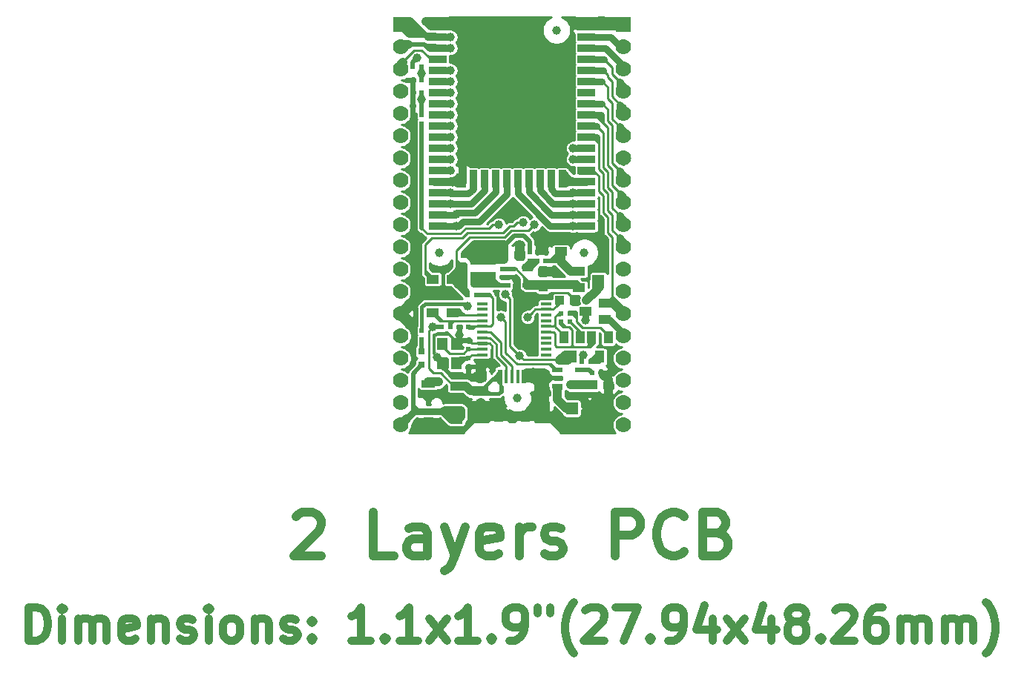
<source format=gbr>
G04 #@! TF.GenerationSoftware,KiCad,Pcbnew,5.1.0-unknown-223e24f~94~ubuntu18.04.1*
G04 #@! TF.CreationDate,2019-04-22T10:52:42+03:00*
G04 #@! TF.ProjectId,ESP32-DevKit-Lipo_Rev_B,45535033-322d-4446-9576-4b69742d4c69,B*
G04 #@! TF.SameCoordinates,Original*
G04 #@! TF.FileFunction,Copper,L1,Top*
G04 #@! TF.FilePolarity,Positive*
%FSLAX46Y46*%
G04 Gerber Fmt 4.6, Leading zero omitted, Abs format (unit mm)*
G04 Created by KiCad (PCBNEW 5.1.0-unknown-223e24f~94~ubuntu18.04.1) date 2019-04-22 10:52:42*
%MOMM*%
%LPD*%
G04 APERTURE LIST*
%ADD10C,0.952500*%
%ADD11C,1.000000*%
%ADD12C,1.400000*%
%ADD13R,1.400000X1.400000*%
%ADD14R,0.800000X0.800000*%
%ADD15C,1.000000*%
%ADD16R,1.200000X1.400000*%
%ADD17R,1.016000X1.016000*%
%ADD18C,1.778000*%
%ADD19R,1.778000X1.778000*%
%ADD20R,1.400000X1.000000*%
%ADD21R,3.000000X1.600000*%
%ADD22R,1.000000X1.400000*%
%ADD23R,1.200000X0.550000*%
%ADD24R,1.270000X0.325000*%
%ADD25R,0.500000X1.650000*%
%ADD26R,0.325000X1.650000*%
%ADD27R,1.100000X1.000000*%
%ADD28O,1.200000X1.800000*%
%ADD29R,1.500000X0.900000*%
%ADD30R,2.000000X0.900000*%
%ADD31C,1.300000*%
%ADD32R,0.900000X2.000000*%
%ADD33R,5.000000X5.000000*%
%ADD34C,2.000000*%
%ADD35R,0.550000X0.500000*%
%ADD36R,0.500000X0.550000*%
%ADD37C,1.016000*%
%ADD38C,0.762000*%
%ADD39C,0.508000*%
%ADD40C,0.254000*%
%ADD41C,0.406400*%
%ADD42C,0.914400*%
%ADD43C,1.270000*%
%ADD44C,0.355600*%
%ADD45C,0.228600*%
%ADD46C,0.127000*%
G04 APERTURE END LIST*
D10*
X88355714Y-142693571D02*
X88355714Y-138883571D01*
X89262857Y-138883571D01*
X89807142Y-139065000D01*
X90170000Y-139427857D01*
X90351428Y-139790714D01*
X90532857Y-140516428D01*
X90532857Y-141060714D01*
X90351428Y-141786428D01*
X90170000Y-142149285D01*
X89807142Y-142512142D01*
X89262857Y-142693571D01*
X88355714Y-142693571D01*
X92165714Y-142693571D02*
X92165714Y-140153571D01*
X92165714Y-138883571D02*
X91984285Y-139065000D01*
X92165714Y-139246428D01*
X92347142Y-139065000D01*
X92165714Y-138883571D01*
X92165714Y-139246428D01*
X93980000Y-142693571D02*
X93980000Y-140153571D01*
X93980000Y-140516428D02*
X94161428Y-140335000D01*
X94524285Y-140153571D01*
X95068571Y-140153571D01*
X95431428Y-140335000D01*
X95612857Y-140697857D01*
X95612857Y-142693571D01*
X95612857Y-140697857D02*
X95794285Y-140335000D01*
X96157142Y-140153571D01*
X96701428Y-140153571D01*
X97064285Y-140335000D01*
X97245714Y-140697857D01*
X97245714Y-142693571D01*
X100511428Y-142512142D02*
X100148571Y-142693571D01*
X99422857Y-142693571D01*
X99060000Y-142512142D01*
X98878571Y-142149285D01*
X98878571Y-140697857D01*
X99060000Y-140335000D01*
X99422857Y-140153571D01*
X100148571Y-140153571D01*
X100511428Y-140335000D01*
X100692857Y-140697857D01*
X100692857Y-141060714D01*
X98878571Y-141423571D01*
X102325714Y-140153571D02*
X102325714Y-142693571D01*
X102325714Y-140516428D02*
X102507142Y-140335000D01*
X102870000Y-140153571D01*
X103414285Y-140153571D01*
X103777142Y-140335000D01*
X103958571Y-140697857D01*
X103958571Y-142693571D01*
X105591428Y-142512142D02*
X105954285Y-142693571D01*
X106680000Y-142693571D01*
X107042857Y-142512142D01*
X107224285Y-142149285D01*
X107224285Y-141967857D01*
X107042857Y-141605000D01*
X106680000Y-141423571D01*
X106135714Y-141423571D01*
X105772857Y-141242142D01*
X105591428Y-140879285D01*
X105591428Y-140697857D01*
X105772857Y-140335000D01*
X106135714Y-140153571D01*
X106680000Y-140153571D01*
X107042857Y-140335000D01*
X108857142Y-142693571D02*
X108857142Y-140153571D01*
X108857142Y-138883571D02*
X108675714Y-139065000D01*
X108857142Y-139246428D01*
X109038571Y-139065000D01*
X108857142Y-138883571D01*
X108857142Y-139246428D01*
X111215714Y-142693571D02*
X110852857Y-142512142D01*
X110671428Y-142330714D01*
X110490000Y-141967857D01*
X110490000Y-140879285D01*
X110671428Y-140516428D01*
X110852857Y-140335000D01*
X111215714Y-140153571D01*
X111760000Y-140153571D01*
X112122857Y-140335000D01*
X112304285Y-140516428D01*
X112485714Y-140879285D01*
X112485714Y-141967857D01*
X112304285Y-142330714D01*
X112122857Y-142512142D01*
X111760000Y-142693571D01*
X111215714Y-142693571D01*
X114118571Y-140153571D02*
X114118571Y-142693571D01*
X114118571Y-140516428D02*
X114300000Y-140335000D01*
X114662857Y-140153571D01*
X115207142Y-140153571D01*
X115570000Y-140335000D01*
X115751428Y-140697857D01*
X115751428Y-142693571D01*
X117384285Y-142512142D02*
X117747142Y-142693571D01*
X118472857Y-142693571D01*
X118835714Y-142512142D01*
X119017142Y-142149285D01*
X119017142Y-141967857D01*
X118835714Y-141605000D01*
X118472857Y-141423571D01*
X117928571Y-141423571D01*
X117565714Y-141242142D01*
X117384285Y-140879285D01*
X117384285Y-140697857D01*
X117565714Y-140335000D01*
X117928571Y-140153571D01*
X118472857Y-140153571D01*
X118835714Y-140335000D01*
X120650000Y-142330714D02*
X120831428Y-142512142D01*
X120650000Y-142693571D01*
X120468571Y-142512142D01*
X120650000Y-142330714D01*
X120650000Y-142693571D01*
X120650000Y-140335000D02*
X120831428Y-140516428D01*
X120650000Y-140697857D01*
X120468571Y-140516428D01*
X120650000Y-140335000D01*
X120650000Y-140697857D01*
X127362857Y-142693571D02*
X125185714Y-142693571D01*
X126274285Y-142693571D02*
X126274285Y-138883571D01*
X125911428Y-139427857D01*
X125548571Y-139790714D01*
X125185714Y-139972142D01*
X128995714Y-142330714D02*
X129177142Y-142512142D01*
X128995714Y-142693571D01*
X128814285Y-142512142D01*
X128995714Y-142330714D01*
X128995714Y-142693571D01*
X132805714Y-142693571D02*
X130628571Y-142693571D01*
X131717142Y-142693571D02*
X131717142Y-138883571D01*
X131354285Y-139427857D01*
X130991428Y-139790714D01*
X130628571Y-139972142D01*
X134075714Y-142693571D02*
X136071428Y-140153571D01*
X134075714Y-140153571D02*
X136071428Y-142693571D01*
X139518571Y-142693571D02*
X137341428Y-142693571D01*
X138430000Y-142693571D02*
X138430000Y-138883571D01*
X138067142Y-139427857D01*
X137704285Y-139790714D01*
X137341428Y-139972142D01*
X141151428Y-142330714D02*
X141332857Y-142512142D01*
X141151428Y-142693571D01*
X140970000Y-142512142D01*
X141151428Y-142330714D01*
X141151428Y-142693571D01*
X143147142Y-142693571D02*
X143872857Y-142693571D01*
X144235714Y-142512142D01*
X144417142Y-142330714D01*
X144780000Y-141786428D01*
X144961428Y-141060714D01*
X144961428Y-139609285D01*
X144780000Y-139246428D01*
X144598571Y-139065000D01*
X144235714Y-138883571D01*
X143510000Y-138883571D01*
X143147142Y-139065000D01*
X142965714Y-139246428D01*
X142784285Y-139609285D01*
X142784285Y-140516428D01*
X142965714Y-140879285D01*
X143147142Y-141060714D01*
X143510000Y-141242142D01*
X144235714Y-141242142D01*
X144598571Y-141060714D01*
X144780000Y-140879285D01*
X144961428Y-140516428D01*
X146412857Y-138883571D02*
X146412857Y-139609285D01*
X147864285Y-138883571D02*
X147864285Y-139609285D01*
X150585714Y-144145000D02*
X150404285Y-143963571D01*
X150041428Y-143419285D01*
X149860000Y-143056428D01*
X149678571Y-142512142D01*
X149497142Y-141605000D01*
X149497142Y-140879285D01*
X149678571Y-139972142D01*
X149860000Y-139427857D01*
X150041428Y-139065000D01*
X150404285Y-138520714D01*
X150585714Y-138339285D01*
X151855714Y-139246428D02*
X152037142Y-139065000D01*
X152400000Y-138883571D01*
X153307142Y-138883571D01*
X153670000Y-139065000D01*
X153851428Y-139246428D01*
X154032857Y-139609285D01*
X154032857Y-139972142D01*
X153851428Y-140516428D01*
X151674285Y-142693571D01*
X154032857Y-142693571D01*
X155302857Y-138883571D02*
X157842857Y-138883571D01*
X156210000Y-142693571D01*
X159294285Y-142330714D02*
X159475714Y-142512142D01*
X159294285Y-142693571D01*
X159112857Y-142512142D01*
X159294285Y-142330714D01*
X159294285Y-142693571D01*
X161290000Y-142693571D02*
X162015714Y-142693571D01*
X162378571Y-142512142D01*
X162560000Y-142330714D01*
X162922857Y-141786428D01*
X163104285Y-141060714D01*
X163104285Y-139609285D01*
X162922857Y-139246428D01*
X162741428Y-139065000D01*
X162378571Y-138883571D01*
X161652857Y-138883571D01*
X161290000Y-139065000D01*
X161108571Y-139246428D01*
X160927142Y-139609285D01*
X160927142Y-140516428D01*
X161108571Y-140879285D01*
X161290000Y-141060714D01*
X161652857Y-141242142D01*
X162378571Y-141242142D01*
X162741428Y-141060714D01*
X162922857Y-140879285D01*
X163104285Y-140516428D01*
X166370000Y-140153571D02*
X166370000Y-142693571D01*
X165462857Y-138702142D02*
X164555714Y-141423571D01*
X166914285Y-141423571D01*
X168002857Y-142693571D02*
X169998571Y-140153571D01*
X168002857Y-140153571D02*
X169998571Y-142693571D01*
X173082857Y-140153571D02*
X173082857Y-142693571D01*
X172175714Y-138702142D02*
X171268571Y-141423571D01*
X173627142Y-141423571D01*
X175622857Y-140516428D02*
X175260000Y-140335000D01*
X175078571Y-140153571D01*
X174897142Y-139790714D01*
X174897142Y-139609285D01*
X175078571Y-139246428D01*
X175260000Y-139065000D01*
X175622857Y-138883571D01*
X176348571Y-138883571D01*
X176711428Y-139065000D01*
X176892857Y-139246428D01*
X177074285Y-139609285D01*
X177074285Y-139790714D01*
X176892857Y-140153571D01*
X176711428Y-140335000D01*
X176348571Y-140516428D01*
X175622857Y-140516428D01*
X175260000Y-140697857D01*
X175078571Y-140879285D01*
X174897142Y-141242142D01*
X174897142Y-141967857D01*
X175078571Y-142330714D01*
X175260000Y-142512142D01*
X175622857Y-142693571D01*
X176348571Y-142693571D01*
X176711428Y-142512142D01*
X176892857Y-142330714D01*
X177074285Y-141967857D01*
X177074285Y-141242142D01*
X176892857Y-140879285D01*
X176711428Y-140697857D01*
X176348571Y-140516428D01*
X178707142Y-142330714D02*
X178888571Y-142512142D01*
X178707142Y-142693571D01*
X178525714Y-142512142D01*
X178707142Y-142330714D01*
X178707142Y-142693571D01*
X180340000Y-139246428D02*
X180521428Y-139065000D01*
X180884285Y-138883571D01*
X181791428Y-138883571D01*
X182154285Y-139065000D01*
X182335714Y-139246428D01*
X182517142Y-139609285D01*
X182517142Y-139972142D01*
X182335714Y-140516428D01*
X180158571Y-142693571D01*
X182517142Y-142693571D01*
X185782857Y-138883571D02*
X185057142Y-138883571D01*
X184694285Y-139065000D01*
X184512857Y-139246428D01*
X184150000Y-139790714D01*
X183968571Y-140516428D01*
X183968571Y-141967857D01*
X184150000Y-142330714D01*
X184331428Y-142512142D01*
X184694285Y-142693571D01*
X185420000Y-142693571D01*
X185782857Y-142512142D01*
X185964285Y-142330714D01*
X186145714Y-141967857D01*
X186145714Y-141060714D01*
X185964285Y-140697857D01*
X185782857Y-140516428D01*
X185420000Y-140335000D01*
X184694285Y-140335000D01*
X184331428Y-140516428D01*
X184150000Y-140697857D01*
X183968571Y-141060714D01*
X187778571Y-142693571D02*
X187778571Y-140153571D01*
X187778571Y-140516428D02*
X187960000Y-140335000D01*
X188322857Y-140153571D01*
X188867142Y-140153571D01*
X189230000Y-140335000D01*
X189411428Y-140697857D01*
X189411428Y-142693571D01*
X189411428Y-140697857D02*
X189592857Y-140335000D01*
X189955714Y-140153571D01*
X190500000Y-140153571D01*
X190862857Y-140335000D01*
X191044285Y-140697857D01*
X191044285Y-142693571D01*
X192858571Y-142693571D02*
X192858571Y-140153571D01*
X192858571Y-140516428D02*
X193040000Y-140335000D01*
X193402857Y-140153571D01*
X193947142Y-140153571D01*
X194310000Y-140335000D01*
X194491428Y-140697857D01*
X194491428Y-142693571D01*
X194491428Y-140697857D02*
X194672857Y-140335000D01*
X195035714Y-140153571D01*
X195580000Y-140153571D01*
X195942857Y-140335000D01*
X196124285Y-140697857D01*
X196124285Y-142693571D01*
X197575714Y-144145000D02*
X197757142Y-143963571D01*
X198120000Y-143419285D01*
X198301428Y-143056428D01*
X198482857Y-142512142D01*
X198664285Y-141605000D01*
X198664285Y-140879285D01*
X198482857Y-139972142D01*
X198301428Y-139427857D01*
X198120000Y-139065000D01*
X197757142Y-138520714D01*
X197575714Y-138339285D01*
D11*
X118867142Y-128548095D02*
X119105238Y-128310000D01*
X119581428Y-128071904D01*
X120771904Y-128071904D01*
X121248095Y-128310000D01*
X121486190Y-128548095D01*
X121724285Y-129024285D01*
X121724285Y-129500476D01*
X121486190Y-130214761D01*
X118629047Y-133071904D01*
X121724285Y-133071904D01*
X130057619Y-133071904D02*
X127676666Y-133071904D01*
X127676666Y-128071904D01*
X133867142Y-133071904D02*
X133867142Y-130452857D01*
X133629047Y-129976666D01*
X133152857Y-129738571D01*
X132200476Y-129738571D01*
X131724285Y-129976666D01*
X133867142Y-132833809D02*
X133390952Y-133071904D01*
X132200476Y-133071904D01*
X131724285Y-132833809D01*
X131486190Y-132357619D01*
X131486190Y-131881428D01*
X131724285Y-131405238D01*
X132200476Y-131167142D01*
X133390952Y-131167142D01*
X133867142Y-130929047D01*
X135771904Y-129738571D02*
X136962380Y-133071904D01*
X138152857Y-129738571D02*
X136962380Y-133071904D01*
X136486190Y-134262380D01*
X136248095Y-134500476D01*
X135771904Y-134738571D01*
X141962380Y-132833809D02*
X141486190Y-133071904D01*
X140533809Y-133071904D01*
X140057619Y-132833809D01*
X139819523Y-132357619D01*
X139819523Y-130452857D01*
X140057619Y-129976666D01*
X140533809Y-129738571D01*
X141486190Y-129738571D01*
X141962380Y-129976666D01*
X142200476Y-130452857D01*
X142200476Y-130929047D01*
X139819523Y-131405238D01*
X144343333Y-133071904D02*
X144343333Y-129738571D01*
X144343333Y-130690952D02*
X144581428Y-130214761D01*
X144819523Y-129976666D01*
X145295714Y-129738571D01*
X145771904Y-129738571D01*
X147200476Y-132833809D02*
X147676666Y-133071904D01*
X148629047Y-133071904D01*
X149105238Y-132833809D01*
X149343333Y-132357619D01*
X149343333Y-132119523D01*
X149105238Y-131643333D01*
X148629047Y-131405238D01*
X147914761Y-131405238D01*
X147438571Y-131167142D01*
X147200476Y-130690952D01*
X147200476Y-130452857D01*
X147438571Y-129976666D01*
X147914761Y-129738571D01*
X148629047Y-129738571D01*
X149105238Y-129976666D01*
X155295714Y-133071904D02*
X155295714Y-128071904D01*
X157200476Y-128071904D01*
X157676666Y-128310000D01*
X157914761Y-128548095D01*
X158152857Y-129024285D01*
X158152857Y-129738571D01*
X157914761Y-130214761D01*
X157676666Y-130452857D01*
X157200476Y-130690952D01*
X155295714Y-130690952D01*
X163152857Y-132595714D02*
X162914761Y-132833809D01*
X162200476Y-133071904D01*
X161724285Y-133071904D01*
X161010000Y-132833809D01*
X160533809Y-132357619D01*
X160295714Y-131881428D01*
X160057619Y-130929047D01*
X160057619Y-130214761D01*
X160295714Y-129262380D01*
X160533809Y-128786190D01*
X161010000Y-128310000D01*
X161724285Y-128071904D01*
X162200476Y-128071904D01*
X162914761Y-128310000D01*
X163152857Y-128548095D01*
X166962380Y-130452857D02*
X167676666Y-130690952D01*
X167914761Y-130929047D01*
X168152857Y-131405238D01*
X168152857Y-132119523D01*
X167914761Y-132595714D01*
X167676666Y-132833809D01*
X167200476Y-133071904D01*
X165295714Y-133071904D01*
X165295714Y-128071904D01*
X166962380Y-128071904D01*
X167438571Y-128310000D01*
X167676666Y-128548095D01*
X167914761Y-129024285D01*
X167914761Y-129500476D01*
X167676666Y-129976666D01*
X167438571Y-130214761D01*
X166962380Y-130452857D01*
X165295714Y-130452857D01*
D12*
X152384760Y-116222780D03*
D13*
X150355300Y-116225320D03*
D14*
X133223000Y-109728000D03*
X133223000Y-111252000D03*
D15*
X154305000Y-72390000D03*
D16*
X137198000Y-108839000D03*
X135598000Y-111039000D03*
X137198000Y-111039000D03*
X135598000Y-108839000D03*
D17*
X150749000Y-103886000D03*
X148971000Y-103886000D03*
D18*
X130810000Y-80010000D03*
X130810000Y-77470000D03*
X130810000Y-74930000D03*
D19*
X130810000Y-72390000D03*
D18*
X130810000Y-82550000D03*
X130810000Y-85090000D03*
X130810000Y-90170000D03*
X130810000Y-87630000D03*
X130810000Y-92710000D03*
X130810000Y-95250000D03*
X130810000Y-100330000D03*
X130810000Y-97790000D03*
X130810000Y-102870000D03*
X130810000Y-105410000D03*
X130810000Y-110490000D03*
X130810000Y-107950000D03*
X130810000Y-118110000D03*
X130810000Y-115570000D03*
X130810000Y-113030000D03*
X156210000Y-80010000D03*
X156210000Y-77470000D03*
X156210000Y-74930000D03*
D19*
X156210000Y-72390000D03*
D18*
X156210000Y-82550000D03*
X156210000Y-85090000D03*
X156210000Y-90170000D03*
X156210000Y-87630000D03*
X156210000Y-92710000D03*
X156210000Y-95250000D03*
X156210000Y-100330000D03*
X156210000Y-97790000D03*
X156210000Y-102870000D03*
X156210000Y-105410000D03*
X156210000Y-110490000D03*
X156210000Y-107950000D03*
X156210000Y-118110000D03*
X156210000Y-115570000D03*
X156210000Y-113030000D03*
D20*
X151165560Y-100523040D03*
X151165560Y-102425500D03*
X153375360Y-101470460D03*
D15*
X151765000Y-98425000D03*
X135255000Y-98425000D03*
X148590000Y-73025000D03*
D21*
X140208000Y-99003000D03*
X140208000Y-101403000D03*
D22*
X151317960Y-108112560D03*
X149415500Y-108112560D03*
X150370540Y-110322360D03*
X154492960Y-108112560D03*
X152590500Y-108112560D03*
X153545540Y-110322360D03*
D23*
X148687000Y-111826000D03*
X148687000Y-112776000D03*
X148687000Y-113726000D03*
X151287000Y-111826000D03*
X151287000Y-113726000D03*
D24*
X140144500Y-104263000D03*
X140144500Y-104913000D03*
X140144500Y-105563000D03*
X140144500Y-106213000D03*
X140144500Y-106863000D03*
X140144500Y-107513000D03*
X140144500Y-108163000D03*
X140144500Y-108813000D03*
X140144500Y-109463000D03*
X140144500Y-110113000D03*
X147383500Y-110113000D03*
X147383500Y-109463000D03*
X147383500Y-108813000D03*
X147383500Y-108163000D03*
X147383500Y-107513000D03*
X147383500Y-106863000D03*
X147383500Y-106213000D03*
X147383500Y-105563000D03*
X147383500Y-104913000D03*
X147383500Y-104263000D03*
D23*
X142718000Y-100269000D03*
X142718000Y-101219000D03*
X142718000Y-102169000D03*
X145318000Y-100269000D03*
X145318000Y-102169000D03*
D20*
X151935000Y-105156000D03*
X154135000Y-104206000D03*
X154135000Y-106106000D03*
D25*
X142122500Y-112547000D03*
D26*
X142860000Y-112547000D03*
X143510000Y-112547000D03*
X144160000Y-112547000D03*
D25*
X144897500Y-112547000D03*
D27*
X142010000Y-117097000D03*
X145010000Y-117097000D03*
D28*
X139910000Y-115947000D03*
X139910000Y-112477000D03*
X147110000Y-112477000D03*
X147110000Y-115947000D03*
D29*
X133985000Y-113393000D03*
X133985000Y-117747000D03*
D30*
X152010000Y-94102000D03*
X152010000Y-92832000D03*
X152010000Y-91562000D03*
X152010000Y-90292000D03*
X152010000Y-95372000D03*
X135010000Y-95372000D03*
X135010000Y-90292000D03*
X135010000Y-91562000D03*
X135010000Y-92832000D03*
X135010000Y-94102000D03*
D31*
X144310000Y-80022000D03*
X140710000Y-80022000D03*
X142510000Y-81822000D03*
X142510000Y-78222000D03*
X144310000Y-78222000D03*
X140710000Y-78222000D03*
X144310000Y-81822000D03*
D30*
X135010000Y-72512000D03*
X135010000Y-73782000D03*
X135010000Y-75052000D03*
X135010000Y-76322000D03*
X135010000Y-77592000D03*
X135010000Y-78862000D03*
X135010000Y-80132000D03*
X135010000Y-81402000D03*
X135010000Y-82672000D03*
X135010000Y-83942000D03*
X135010000Y-85212000D03*
X135010000Y-86482000D03*
X135010000Y-87752000D03*
X135010000Y-89022000D03*
D32*
X137810000Y-90022000D03*
X139080000Y-90022000D03*
X140350000Y-90022000D03*
X141620000Y-90022000D03*
X142890000Y-90022000D03*
X144160000Y-90022000D03*
X145430000Y-90022000D03*
X146700000Y-90022000D03*
X147970000Y-90022000D03*
X149240000Y-90022000D03*
D30*
X152010000Y-89022000D03*
X152010000Y-87752000D03*
X152010000Y-86482000D03*
X152010000Y-85212000D03*
X152010000Y-83942000D03*
X152010000Y-82672000D03*
X152010000Y-81402000D03*
X152010000Y-80132000D03*
X152010000Y-78862000D03*
X152010000Y-77592000D03*
X152010000Y-76322000D03*
X152010000Y-75052000D03*
X152010000Y-73782000D03*
X152010000Y-72512000D03*
D33*
X142510000Y-80022000D03*
D34*
X142510000Y-80022000D03*
D31*
X140710000Y-81822000D03*
D20*
X137160000Y-113670000D03*
X137160000Y-117470000D03*
X149098000Y-98303000D03*
X149098000Y-102103000D03*
X136779000Y-101478000D03*
X136779000Y-105278000D03*
X134493000Y-105278000D03*
X134493000Y-101478000D03*
D17*
X154495500Y-113538000D03*
X152717500Y-113538000D03*
X147066000Y-100584000D03*
X147066000Y-102362000D03*
X144399000Y-98679000D03*
X142621000Y-98679000D03*
D35*
X147320000Y-98361500D03*
X147320000Y-99377500D03*
X133223000Y-82677000D03*
X133223000Y-83693000D03*
X133223000Y-107315000D03*
X133223000Y-108331000D03*
D36*
X153670000Y-112141000D03*
X152654000Y-112141000D03*
X132207000Y-80137001D03*
X133223000Y-80137001D03*
X136525000Y-106934000D03*
X135509000Y-106934000D03*
D35*
X137922000Y-98806000D03*
X137922000Y-99822000D03*
D36*
X150114000Y-106299000D03*
X149098000Y-106299000D03*
X150114000Y-105410000D03*
X149098000Y-105410000D03*
X151511000Y-110871000D03*
X152527000Y-110871000D03*
D35*
X145542000Y-98361500D03*
X145542000Y-99377500D03*
X146431000Y-98361500D03*
X146431000Y-99377500D03*
X133223000Y-74676000D03*
X133223000Y-73660000D03*
D36*
X133223000Y-77216000D03*
X132207000Y-77216000D03*
X132207000Y-78740000D03*
X133223000Y-78740000D03*
X138430000Y-103251000D03*
X139446000Y-103251000D03*
D35*
X138557000Y-108458000D03*
X138557000Y-109474000D03*
X138557000Y-111506000D03*
X138557000Y-110490000D03*
D36*
X137541000Y-106934000D03*
X138557000Y-106934000D03*
X133222999Y-81661000D03*
X132206999Y-81661000D03*
D15*
X144145000Y-115062000D03*
X136525000Y-116459000D03*
X137668000Y-116459000D03*
X150241000Y-113538000D03*
X149098000Y-99441000D03*
X132715000Y-76200000D03*
X135255000Y-118364000D03*
X132715000Y-118364000D03*
X141605000Y-116078000D03*
X144653000Y-117221000D03*
X146558000Y-117221000D03*
X140462000Y-117221000D03*
X134937500Y-110363000D03*
X137541000Y-107823000D03*
X136652000Y-103251000D03*
X145669000Y-107823000D03*
X144399000Y-107823000D03*
X145923000Y-103505000D03*
X154304598Y-118236598D03*
X142289488Y-104471512D03*
X144448488Y-104471512D03*
X144018000Y-103123996D03*
X147955000Y-100584000D03*
X147193000Y-97663000D03*
X144399000Y-97536000D03*
X144399000Y-108966000D03*
X145669000Y-108966000D03*
X144018000Y-101610160D03*
X146558000Y-72009000D03*
X150495000Y-72009000D03*
X131953000Y-83820000D03*
X136525000Y-90297000D03*
X132842000Y-103251000D03*
X137810000Y-88504000D03*
X137810000Y-87107000D03*
X137810000Y-85852000D03*
X144145000Y-72009000D03*
X141605000Y-72009000D03*
X139065000Y-72009000D03*
X136525000Y-72009000D03*
X140335000Y-73025000D03*
X142875000Y-73025000D03*
X145415000Y-73025000D03*
X146558000Y-74295000D03*
X144145000Y-74295000D03*
X141605000Y-74295000D03*
X142875000Y-75565000D03*
X145415000Y-75565000D03*
X147320000Y-75565000D03*
X149860000Y-75565000D03*
X150114000Y-85090000D03*
X149987000Y-96774000D03*
X147320000Y-85725000D03*
X144780000Y-85725000D03*
X142240000Y-85725000D03*
X147320000Y-78105000D03*
X147320000Y-80645000D03*
X147320000Y-83185000D03*
X149860000Y-78105000D03*
X149860000Y-80645000D03*
X148590000Y-76835000D03*
X148590000Y-79375000D03*
X148590000Y-81915000D03*
X146050000Y-79375000D03*
X146050000Y-81915000D03*
X146050000Y-76835000D03*
X146050000Y-83820000D03*
X146050000Y-86995000D03*
X143510000Y-86995000D03*
X143510000Y-83820000D03*
X143510000Y-93218000D03*
X143510000Y-94234000D03*
X141605000Y-117221000D03*
X136525000Y-73787000D03*
X141478000Y-97536000D03*
X140462000Y-97536000D03*
X144399000Y-110236000D03*
X135128000Y-113195989D03*
X142748000Y-103198048D03*
X136525000Y-75057000D03*
X134486989Y-106920351D03*
X145288008Y-105791000D03*
X151921689Y-106142311D03*
X151638000Y-110109000D03*
X136525000Y-91567000D03*
X136525000Y-89027000D03*
X136525000Y-86487000D03*
X136525000Y-87757000D03*
X136525000Y-85217000D03*
X136525000Y-83947000D03*
X136525000Y-81407000D03*
X136525000Y-82677000D03*
X136525000Y-80137000D03*
X136525000Y-78867000D03*
X150495000Y-86487000D03*
X150495000Y-87757000D03*
X150495000Y-91567000D03*
X150495000Y-90297000D03*
X138430000Y-104521000D03*
X142232010Y-105783010D03*
X152019000Y-103886000D03*
X133223000Y-80899000D03*
X146050000Y-95250000D03*
X144780000Y-94996000D03*
X136525000Y-77597000D03*
X136517042Y-92832000D03*
X137160000Y-95377000D03*
X137129768Y-94077599D03*
X150495000Y-95377000D03*
X150495000Y-94107000D03*
X150495000Y-92837000D03*
X133223000Y-77978000D03*
X141986000Y-95250000D03*
D37*
X137160000Y-116967010D02*
X137151989Y-116958999D01*
X137160000Y-117470000D02*
X137160000Y-116967010D01*
X137151989Y-116958999D02*
X136651990Y-116459000D01*
X136651990Y-116459000D02*
X137668000Y-116459000D01*
X137668000Y-117166106D02*
X137359106Y-117475000D01*
X137668000Y-116459000D02*
X137668000Y-117166106D01*
X137359106Y-117475000D02*
X137033000Y-117475000D01*
D38*
X136524990Y-116586000D02*
X136651990Y-116459000D01*
X135763000Y-116586000D02*
X135890000Y-116586000D01*
X135890000Y-116586000D02*
X136906000Y-117602000D01*
D37*
X135890000Y-116459000D02*
X136651990Y-116459000D01*
X135763000Y-116586000D02*
X135890000Y-116459000D01*
X135890000Y-116459000D02*
X135890000Y-116522500D01*
X135763000Y-116586000D02*
X136652000Y-117475000D01*
X136652000Y-117475000D02*
X137033000Y-117475000D01*
X130810000Y-118110000D02*
X131508500Y-117411500D01*
D38*
X131508500Y-117411500D02*
X132334000Y-116586000D01*
D39*
X132226999Y-116478999D02*
X132334000Y-116586000D01*
X132226999Y-115970999D02*
X132842000Y-116586000D01*
X132226999Y-115931001D02*
X132226999Y-115970999D01*
D38*
X132842000Y-116586000D02*
X136524990Y-116586000D01*
X132334000Y-116586000D02*
X132842000Y-116586000D01*
D39*
X132226999Y-115931001D02*
X132226999Y-116478999D01*
D37*
X151384000Y-113538000D02*
X150241000Y-113538000D01*
D39*
X132226999Y-112248001D02*
X132226999Y-115931001D01*
X133223000Y-111252000D02*
X132226999Y-112248001D01*
D37*
X152717500Y-113538000D02*
X151257000Y-113538000D01*
X150180040Y-100523040D02*
X149098000Y-99441000D01*
X151165560Y-100523040D02*
X150180040Y-100523040D01*
X149098000Y-98303000D02*
X149098000Y-99441000D01*
D39*
X132207000Y-77216000D02*
X132207000Y-76708000D01*
X132207000Y-76708000D02*
X132715000Y-76200000D01*
X149034500Y-99377500D02*
X149098000Y-99441000D01*
X147320000Y-99377500D02*
X149034500Y-99377500D01*
X149093000Y-98303000D02*
X148018500Y-99377500D01*
X149098000Y-98303000D02*
X149093000Y-98303000D01*
D40*
X140144500Y-108813000D02*
X138912000Y-108813000D01*
X138912000Y-108813000D02*
X138557000Y-108458000D01*
D37*
X139865000Y-112522000D02*
X139573000Y-112522000D01*
D39*
X138557000Y-112522000D02*
X139319000Y-112522000D01*
X139910000Y-112477000D02*
X139910000Y-111843000D01*
X139910000Y-111843000D02*
X139827000Y-111760000D01*
X138557000Y-108458000D02*
X137541000Y-108458000D01*
X137198000Y-108839000D02*
X137198000Y-108547000D01*
X137198000Y-108801000D02*
X137287000Y-108712000D01*
X137287000Y-108458000D02*
X137541000Y-108458000D01*
D40*
X137198000Y-109093000D02*
X137198000Y-108825265D01*
X140235000Y-110998000D02*
X140031000Y-111202000D01*
X140031000Y-111202000D02*
X139910000Y-111323000D01*
X140525500Y-110998000D02*
X139910000Y-111613500D01*
X139910000Y-111613500D02*
X139910000Y-112477000D01*
X139910000Y-111323000D02*
X139910000Y-111613500D01*
X140525500Y-110998000D02*
X140235000Y-110998000D01*
X139890500Y-112077500D02*
X139890500Y-112204500D01*
X140652500Y-110998000D02*
X139954000Y-111696500D01*
X140970000Y-110998000D02*
X140652500Y-110998000D01*
X140652500Y-110998000D02*
X140525500Y-110998000D01*
X140398500Y-111569500D02*
X140398500Y-112522000D01*
X140970000Y-110998000D02*
X140398500Y-111569500D01*
X140398500Y-111569500D02*
X139890500Y-112077500D01*
X140398500Y-112522000D02*
X139890500Y-112522000D01*
D37*
X145031000Y-117097000D02*
X145034000Y-117094000D01*
D41*
X133985000Y-117947000D02*
X134656000Y-118618000D01*
X134656000Y-118618000D02*
X137922000Y-118618000D01*
X137922000Y-118618000D02*
X138747500Y-117792500D01*
D37*
X139910000Y-115947000D02*
X139910000Y-117094000D01*
X139910000Y-117094000D02*
X139446000Y-117094000D01*
D41*
X138747500Y-117792500D02*
X139446000Y-117094000D01*
D37*
X139446000Y-117094000D02*
X139446000Y-116078000D01*
X139446000Y-116078000D02*
X139954000Y-115570000D01*
X139910000Y-117094000D02*
X141414500Y-117094000D01*
X141414500Y-117094000D02*
X141986000Y-117094000D01*
X135255000Y-117919500D02*
X134048500Y-117919500D01*
X134048500Y-117919500D02*
X133985000Y-117983000D01*
X132715000Y-117919500D02*
X133921500Y-117919500D01*
X133921500Y-117919500D02*
X133985000Y-117983000D01*
X133286500Y-118491000D02*
X134747000Y-118491000D01*
X132715000Y-117919500D02*
X133286500Y-118491000D01*
X132715000Y-117919500D02*
X132715000Y-118490990D01*
X133286490Y-118490990D02*
X133286500Y-118491000D01*
X132715000Y-118490990D02*
X133286490Y-118490990D01*
X135255000Y-117919500D02*
X135255000Y-118490990D01*
X134747010Y-118490990D02*
X134747000Y-118491000D01*
X135255000Y-118490990D02*
X134747010Y-118490990D01*
X141986000Y-116078000D02*
X141986000Y-116967000D01*
X141986000Y-116078000D02*
X140462000Y-116078000D01*
X140462000Y-116078000D02*
X140430250Y-116109750D01*
X141414500Y-117094000D02*
X140430250Y-116109750D01*
X140430250Y-116109750D02*
X139954000Y-115633500D01*
X143005000Y-117097000D02*
X143386000Y-117097000D01*
X141986000Y-116078000D02*
X143005000Y-117097000D01*
X142010000Y-117097000D02*
X143386000Y-117097000D01*
X143386000Y-117097000D02*
X145031000Y-117097000D01*
X145923000Y-116840000D02*
X146177000Y-117094000D01*
X145923000Y-116078000D02*
X145923000Y-116840000D01*
X145923000Y-116785106D02*
X145614106Y-117094000D01*
X145923000Y-116078000D02*
X145923000Y-116785106D01*
X145614106Y-117094000D02*
X145034000Y-117094000D01*
X146422999Y-115578001D02*
X147110000Y-114891000D01*
X147110000Y-115947000D02*
X147110000Y-114891000D01*
X145923000Y-116078000D02*
X146422999Y-115578001D01*
X147110000Y-114891000D02*
X147110000Y-114217000D01*
X145923000Y-116078000D02*
X146630106Y-116078000D01*
X146630106Y-116078000D02*
X147066000Y-116078000D01*
X147574000Y-117094000D02*
X145034000Y-117094000D01*
X147110000Y-115947000D02*
X147110000Y-116630000D01*
X147110000Y-116630000D02*
X147574000Y-117094000D01*
X145923000Y-116184000D02*
X145923000Y-116078000D01*
X145010000Y-117097000D02*
X145923000Y-116184000D01*
D39*
X144907000Y-112903000D02*
X144897500Y-112893500D01*
X144897500Y-112893500D02*
X144897500Y-112547000D01*
X147110000Y-112477000D02*
X147110000Y-112859000D01*
X147110000Y-112859000D02*
X147066000Y-112903000D01*
X145161000Y-111887000D02*
X147129500Y-111887000D01*
X145923000Y-112903000D02*
X146050000Y-112903000D01*
D37*
X147110000Y-113963000D02*
X147110000Y-114217000D01*
X147110000Y-112477000D02*
X147110000Y-113963000D01*
D39*
X147066000Y-112903000D02*
X145923000Y-112903000D01*
X145923000Y-112903000D02*
X144907000Y-112903000D01*
X147110000Y-112477000D02*
X147409000Y-112776000D01*
X147409000Y-112776000D02*
X148717000Y-112776000D01*
D37*
X147574000Y-117094000D02*
X148209000Y-117094000D01*
X148209000Y-117094000D02*
X149352000Y-118237000D01*
X149352000Y-118237000D02*
X152400000Y-118237000D01*
X152400000Y-118237000D02*
X152400000Y-116205000D01*
D39*
X153924000Y-112395000D02*
X153670000Y-112141000D01*
X144897500Y-112150500D02*
X145161000Y-111887000D01*
X144897500Y-112547000D02*
X144897500Y-112087000D01*
X147129500Y-112141000D02*
X147129500Y-112522000D01*
X146875500Y-111887000D02*
X147129500Y-112141000D01*
X140017500Y-111506000D02*
X140049250Y-111474250D01*
X138557000Y-111506000D02*
X140017500Y-111506000D01*
D40*
X139446000Y-111787000D02*
X139446000Y-112395000D01*
X140031000Y-111202000D02*
X139446000Y-111787000D01*
D39*
X138557000Y-112522000D02*
X138557000Y-111506000D01*
X137541000Y-106934000D02*
X137541000Y-107950000D01*
D40*
X135598000Y-110960000D02*
X135598000Y-111039000D01*
X137198000Y-108571265D02*
X136353619Y-107726884D01*
X134537727Y-108030665D02*
X134537727Y-109899727D01*
X134537727Y-109899727D02*
X135001000Y-110363000D01*
X136353619Y-107726884D02*
X134841508Y-107726884D01*
X134841508Y-107726884D02*
X134537727Y-108030665D01*
D37*
X154495500Y-112966500D02*
X153924000Y-112395000D01*
X154495500Y-113474500D02*
X154495500Y-112966500D01*
X154449780Y-116222780D02*
X154495500Y-116268500D01*
X152384760Y-116222780D02*
X154449780Y-116222780D01*
D40*
X135001000Y-110363000D02*
X135598000Y-110960000D01*
D39*
X137541000Y-107950000D02*
X137541000Y-108458000D01*
D37*
X135944894Y-103251000D02*
X136652000Y-103251000D01*
X154304195Y-118237000D02*
X152400000Y-118237000D01*
X154495500Y-113538000D02*
X154495500Y-118045695D01*
X154495500Y-118045695D02*
X154304598Y-118236598D01*
X154304598Y-118236598D02*
X154304195Y-118237000D01*
D39*
X136655936Y-112522000D02*
X138557000Y-112522000D01*
X135598000Y-111464064D02*
X136655936Y-112522000D01*
X135598000Y-111039000D02*
X135598000Y-111464064D01*
D40*
X140947692Y-108813000D02*
X141223967Y-109089275D01*
X141223967Y-109089275D02*
X141223967Y-110744033D01*
X141223967Y-110744033D02*
X140970000Y-110998000D01*
X140144500Y-108813000D02*
X140947692Y-108813000D01*
D39*
X144018000Y-101727000D02*
X144018000Y-101727000D01*
D37*
X147066000Y-100584000D02*
X147955000Y-100584000D01*
X144399000Y-98679000D02*
X144399000Y-97536000D01*
D39*
X143626840Y-101219000D02*
X144018000Y-101610160D01*
X142718000Y-101219000D02*
X143626840Y-101219000D01*
D38*
X144018000Y-101610160D02*
X144018000Y-103123996D01*
D39*
X132207000Y-78740000D02*
X132207000Y-80137000D01*
X132207000Y-80137001D02*
X132207000Y-81661000D01*
D37*
X140711000Y-72512000D02*
X140716000Y-72517000D01*
X140716000Y-76454000D02*
X140716000Y-78105000D01*
D42*
X135010000Y-72512000D02*
X134234000Y-72512000D01*
X134234000Y-72512000D02*
X133731010Y-72009010D01*
D37*
X133731010Y-72009010D02*
X146557990Y-72009010D01*
X146557990Y-72009010D02*
X146558000Y-72009000D01*
X140711000Y-72512000D02*
X146553000Y-72512000D01*
X146558000Y-72507000D02*
X146558000Y-72009000D01*
X146553000Y-72512000D02*
X146558000Y-72507000D01*
D42*
X152010000Y-72512000D02*
X150998000Y-72512000D01*
X150998000Y-72512000D02*
X150495000Y-72009000D01*
D37*
X150495000Y-72009000D02*
X155829000Y-72009000D01*
X155829000Y-72009000D02*
X156210000Y-72390000D01*
D42*
X152010000Y-72512000D02*
X156205000Y-72512000D01*
D37*
X156205000Y-72512000D02*
X156210000Y-72517000D01*
D39*
X132207000Y-103759000D02*
X132334000Y-103886000D01*
X132206999Y-81661000D02*
X132207000Y-82444001D01*
D37*
X130810000Y-105410000D02*
X132334000Y-103886000D01*
X132334000Y-103886000D02*
X132969000Y-103251000D01*
X134366000Y-103251000D02*
X135944894Y-103251000D01*
X132969000Y-103251000D02*
X134366000Y-103251000D01*
D39*
X134112000Y-102997000D02*
X134366000Y-103251000D01*
X132207000Y-102997000D02*
X134112000Y-102997000D01*
X132207000Y-102997000D02*
X132207000Y-103759000D01*
X132207000Y-102235000D02*
X132207000Y-102489000D01*
X132207000Y-102489000D02*
X132969000Y-103251000D01*
X132207000Y-102235000D02*
X132207000Y-102997000D01*
X132207000Y-83820000D02*
X131953000Y-83820000D01*
X132207000Y-82444001D02*
X132207000Y-83820000D01*
X132207000Y-83820000D02*
X132207000Y-102235000D01*
D42*
X135010000Y-90292000D02*
X136520000Y-90292000D01*
X136525000Y-90297000D02*
X137795000Y-90297000D01*
D38*
X137795000Y-90297000D02*
X137535000Y-90297000D01*
D37*
X137810000Y-81788000D02*
X140716000Y-81788000D01*
D42*
X137810000Y-90022000D02*
X137810000Y-88504000D01*
D37*
X137810000Y-88504000D02*
X137810000Y-87107000D01*
D42*
X135010000Y-72512000D02*
X137790000Y-72512000D01*
D37*
X137810000Y-72532000D02*
X137790000Y-72512000D01*
X137790000Y-72512000D02*
X140711000Y-72512000D01*
X137932000Y-78222000D02*
X137810000Y-78344000D01*
X140710000Y-78222000D02*
X137932000Y-78222000D01*
X137810000Y-81788000D02*
X137810000Y-78344000D01*
X137810000Y-78344000D02*
X137810000Y-72532000D01*
X149860000Y-75565000D02*
X147955000Y-75565000D01*
X147955000Y-75565000D02*
X145415000Y-75565000D01*
X145415000Y-75565000D02*
X142875000Y-75565000D01*
X140970000Y-75565000D02*
X140716000Y-75819000D01*
X142875000Y-75565000D02*
X140970000Y-75565000D01*
X140716000Y-75819000D02*
X140716000Y-76454000D01*
X146558000Y-74295000D02*
X144145000Y-74295000D01*
X144145000Y-74295000D02*
X141605000Y-74295000D01*
X140897894Y-74295000D02*
X140716000Y-74295000D01*
X141605000Y-74295000D02*
X140897894Y-74295000D01*
X140716000Y-72517000D02*
X140716000Y-74295000D01*
X140716000Y-74295000D02*
X140716000Y-75819000D01*
D40*
X147650198Y-103505000D02*
X145923000Y-103505000D01*
X148158199Y-102996999D02*
X147650198Y-103505000D01*
X150749000Y-103886000D02*
X149860000Y-102997000D01*
X149860000Y-102997000D02*
X148158199Y-102996999D01*
D37*
X137810000Y-87107000D02*
X137810000Y-85202000D01*
X137810000Y-85202000D02*
X137810000Y-81788000D01*
X137922000Y-85090000D02*
X137810000Y-85202000D01*
X150114000Y-85090000D02*
X137922000Y-85090000D01*
D39*
X137363200Y-90779600D02*
X137795000Y-90779600D01*
X137229442Y-90779600D02*
X137363200Y-90779600D01*
X136525000Y-90297000D02*
X136746842Y-90297000D01*
X136746842Y-90297000D02*
X137229442Y-90779600D01*
X148687000Y-112776000D02*
X148005800Y-112776000D01*
X148005800Y-112776000D02*
X147624800Y-112395000D01*
X147624800Y-112395000D02*
X147358100Y-112128300D01*
X147358100Y-112128300D02*
X147129500Y-112128300D01*
X147110000Y-113671800D02*
X147110000Y-113963000D01*
X148005800Y-112776000D02*
X147110000Y-113671800D01*
D37*
X142240000Y-85725000D02*
X144780000Y-85725000D01*
X144780000Y-85725000D02*
X147320000Y-85725000D01*
X143510000Y-84455000D02*
X146050000Y-84455000D01*
X143510000Y-92964000D02*
X143510000Y-94234000D01*
X147193000Y-97663000D02*
X147193000Y-98044000D01*
X148082000Y-96774000D02*
X147193000Y-97663000D01*
X149987000Y-96774000D02*
X148082000Y-96774000D01*
D39*
X146630106Y-116078000D02*
X146630106Y-113347500D01*
X146318001Y-115682999D02*
X146318001Y-113171001D01*
X145923000Y-116078000D02*
X146318001Y-115682999D01*
X146318001Y-113171001D02*
X146304000Y-113157000D01*
X146050000Y-112903000D02*
X146304000Y-113157000D01*
X146304000Y-113157000D02*
X147110000Y-113963000D01*
X147447000Y-97790000D02*
X147447000Y-98425000D01*
X147193000Y-97536000D02*
X147447000Y-97790000D01*
X146431000Y-98298000D02*
X147193000Y-97536000D01*
X147447000Y-98425000D02*
X146431000Y-98425000D01*
X146431000Y-98425000D02*
X146431000Y-98298000D01*
D40*
X140144500Y-110113000D02*
X138934000Y-110113000D01*
X138934000Y-110113000D02*
X138557000Y-110490000D01*
D39*
X137561885Y-110850115D02*
X137198000Y-111214000D01*
X137198000Y-111214000D02*
X137198000Y-111293000D01*
X138557000Y-110490000D02*
X138450885Y-110596115D01*
X138450885Y-110596115D02*
X138155115Y-110596115D01*
X138155115Y-110596115D02*
X138069885Y-110596115D01*
X138155115Y-110596115D02*
X137561885Y-110596115D01*
X138069885Y-110596115D02*
X137541000Y-111125000D01*
X137541000Y-111379000D02*
X137287000Y-111379000D01*
D37*
X142621000Y-99187000D02*
X140589000Y-99187000D01*
X142621000Y-98679000D02*
X142621000Y-99187000D01*
X139954000Y-98679000D02*
X140335000Y-99060000D01*
X142621000Y-98679000D02*
X139954000Y-98679000D01*
X140335000Y-99003000D02*
X140011000Y-98679000D01*
X140011000Y-98679000D02*
X139065000Y-98679000D01*
X139065000Y-98679000D02*
X138811000Y-98679000D01*
D39*
X138811000Y-98425000D02*
X139065000Y-98679000D01*
X142621000Y-97663000D02*
X142621000Y-98679000D01*
X142621000Y-97663000D02*
X141478000Y-98806000D01*
X142938500Y-97345500D02*
X142875000Y-97409000D01*
X142938500Y-97345500D02*
X142621000Y-97663000D01*
X142875000Y-97409000D02*
X142875000Y-98679000D01*
X133223000Y-73660000D02*
X133540500Y-73660000D01*
D37*
X131826000Y-73406000D02*
X130810000Y-72390000D01*
X132969000Y-73406000D02*
X131826000Y-73406000D01*
D39*
X133223000Y-73660000D02*
X132969000Y-73406000D01*
D43*
X131953000Y-72390000D02*
X132461000Y-72898000D01*
X130810000Y-72390000D02*
X131953000Y-72390000D01*
D39*
X133286500Y-73596500D02*
X133223000Y-73660000D01*
X135010000Y-73782000D02*
X134824500Y-73596500D01*
X134824500Y-73596500D02*
X133286500Y-73596500D01*
X133896100Y-73977500D02*
X134429500Y-73977500D01*
X133413500Y-73596500D02*
X133515100Y-73596500D01*
X133515100Y-73596500D02*
X133896100Y-73977500D01*
X131953000Y-71755000D02*
X130810000Y-71755000D01*
X133896100Y-73977500D02*
X133896100Y-73698100D01*
X130810000Y-71755000D02*
X130810000Y-72390000D01*
X133896100Y-73698100D02*
X131953000Y-71755000D01*
D37*
X141478000Y-97536000D02*
X142621000Y-97536000D01*
X141478000Y-97536000D02*
X141478000Y-98243106D01*
X141478000Y-98243106D02*
X141478000Y-98679000D01*
X140335000Y-99003000D02*
X140335000Y-97536000D01*
X140335000Y-98679000D02*
X141478000Y-97536000D01*
X140335000Y-99003000D02*
X140335000Y-98679000D01*
D39*
X138176000Y-98425000D02*
X138430000Y-98425000D01*
X138430000Y-98425000D02*
X138811000Y-98425000D01*
X138430000Y-98044000D02*
X138430000Y-98425000D01*
X138430460Y-98043540D02*
X138430000Y-98044000D01*
D37*
X140335000Y-98679000D02*
X140335000Y-97536000D01*
X140335000Y-97536000D02*
X141478000Y-97536000D01*
X139827000Y-97536000D02*
X139827000Y-98679000D01*
X139827000Y-97536000D02*
X140335000Y-97536000D01*
D38*
X136520000Y-73782000D02*
X136525000Y-73787000D01*
X135010000Y-73782000D02*
X136520000Y-73782000D01*
D37*
X139192000Y-98171000D02*
X139192000Y-98679000D01*
X139827000Y-97536000D02*
X139192000Y-98171000D01*
D39*
X138938000Y-97536000D02*
X139827000Y-97536000D01*
X139192000Y-97282000D02*
X139827000Y-97282000D01*
X138938000Y-97536000D02*
X139192000Y-97282000D01*
X140335000Y-98806000D02*
X140335000Y-99187000D01*
X137922000Y-98806000D02*
X140335000Y-98806000D01*
X138176000Y-98552000D02*
X138176000Y-98425000D01*
X137922000Y-98806000D02*
X138176000Y-98552000D01*
X138430000Y-98806000D02*
X137922000Y-98806000D01*
X140335000Y-99441000D02*
X139065000Y-99441000D01*
X139065000Y-99441000D02*
X138430000Y-98806000D01*
X137922000Y-98552000D02*
X138938000Y-97536000D01*
X137922000Y-98806000D02*
X137922000Y-98552000D01*
X144907000Y-96520000D02*
X143764000Y-96520000D01*
X143764000Y-96520000D02*
X142938500Y-97345500D01*
X145542000Y-98361500D02*
X145542000Y-97155000D01*
X145542000Y-97155000D02*
X144907000Y-96520000D01*
D37*
X133985000Y-113193000D02*
X134051976Y-113193000D01*
X149860000Y-110744000D02*
X150368000Y-110236000D01*
X148971000Y-110744000D02*
X149860000Y-110744000D01*
D40*
X148971000Y-110744000D02*
X148907500Y-110680500D01*
X148907500Y-110680500D02*
X144970500Y-110680500D01*
X144970500Y-110680500D02*
X144843500Y-110680500D01*
X144843500Y-110680500D02*
X144399000Y-110236000D01*
D37*
X134420894Y-113195989D02*
X135128000Y-113195989D01*
X133987989Y-113195989D02*
X134420894Y-113195989D01*
X133985000Y-113193000D02*
X133987989Y-113195989D01*
D40*
X144399000Y-110236000D02*
X143256000Y-109093000D01*
X143256000Y-103706048D02*
X143247999Y-103698047D01*
X143247999Y-103698047D02*
X142748000Y-103198048D01*
X143256000Y-109093000D02*
X143256000Y-103706048D01*
D39*
X133223000Y-74676000D02*
X133527800Y-74676000D01*
X133527800Y-74676000D02*
X133705600Y-74853800D01*
X133705600Y-74853800D02*
X134112000Y-74853800D01*
X134112000Y-74853800D02*
X134620000Y-74853800D01*
X135010000Y-75052000D02*
X134811800Y-74853800D01*
X134811800Y-74853800D02*
X134620000Y-74853800D01*
X133705600Y-74853800D02*
X134086600Y-75234800D01*
X134086600Y-75234800D02*
X134747000Y-75234800D01*
X133223000Y-74676000D02*
X131699000Y-74676000D01*
D37*
X131064000Y-74676000D02*
X131699000Y-74676000D01*
X130810000Y-74930000D02*
X131064000Y-74676000D01*
D38*
X136520000Y-75052000D02*
X136525000Y-75057000D01*
X135010000Y-75052000D02*
X136520000Y-75052000D01*
D37*
X148971000Y-110744000D02*
X149605990Y-110109010D01*
X149605990Y-110109010D02*
X150177500Y-110109010D01*
D40*
X150114000Y-106299000D02*
X150495000Y-106680000D01*
X150495000Y-106680000D02*
X150876000Y-107061000D01*
X151003000Y-107188000D02*
X151003000Y-107569000D01*
X150876000Y-107061000D02*
X151003000Y-107188000D01*
X151003000Y-107188000D02*
X151511000Y-107696000D01*
X150939500Y-107124500D02*
X150876000Y-107061000D01*
X151317960Y-108112560D02*
X150939500Y-107734100D01*
X150939500Y-107734100D02*
X150939500Y-107124500D01*
D39*
X133223000Y-108331000D02*
X133223000Y-109728000D01*
D41*
X142327582Y-114237818D02*
X142327582Y-113772309D01*
D44*
X142265699Y-113717441D02*
X142324075Y-113775817D01*
X142265699Y-113398599D02*
X142265699Y-113717441D01*
X142122500Y-112547000D02*
X142122500Y-113255400D01*
X142122500Y-113255400D02*
X142265699Y-113398599D01*
X142265699Y-114175935D02*
X142327582Y-114237818D01*
X142265699Y-113717441D02*
X142265699Y-114175935D01*
D37*
X137160000Y-113670000D02*
X138244500Y-113670000D01*
X138244500Y-113670000D02*
X138811000Y-114236500D01*
X138811000Y-114236500D02*
X140208000Y-114236500D01*
D41*
X142011199Y-114554201D02*
X142327582Y-114237818D01*
X142122500Y-112547000D02*
X141643500Y-112547000D01*
X140589000Y-114173000D02*
X140970201Y-114554201D01*
X140970201Y-114554201D02*
X142011199Y-114554201D01*
X140589000Y-113601500D02*
X140589000Y-114173000D01*
X139128701Y-114554201D02*
X138811000Y-114236500D01*
X140970201Y-114554201D02*
X139128701Y-114554201D01*
X140208000Y-113982500D02*
X140208000Y-114236500D01*
X140589000Y-113601500D02*
X140208000Y-113982500D01*
X142122500Y-112547000D02*
X142122500Y-112830000D01*
X142122500Y-112830000D02*
X141986000Y-112966500D01*
X141224000Y-112966500D02*
X140589000Y-113601500D01*
X141446250Y-112744250D02*
X142017750Y-112744250D01*
X141643500Y-112547000D02*
X141446250Y-112744250D01*
X141446250Y-112744250D02*
X141224000Y-112966500D01*
X142017750Y-112744250D02*
X142049500Y-112712500D01*
X141541500Y-112966500D02*
X141795500Y-112966500D01*
X141986000Y-112966500D02*
X141541500Y-112966500D01*
X141541500Y-112966500D02*
X141224000Y-112966500D01*
X141795500Y-112966500D02*
X142176500Y-113347500D01*
X141643500Y-112547000D02*
X142113000Y-112077500D01*
D39*
X134500638Y-106934000D02*
X134486989Y-106920351D01*
X135509000Y-106934000D02*
X134500638Y-106934000D01*
D40*
X147383500Y-104913000D02*
X146166008Y-104913000D01*
X146166008Y-104913000D02*
X145788007Y-105291001D01*
X145788007Y-105291001D02*
X145288008Y-105791000D01*
X134004001Y-107403339D02*
X134004001Y-111652001D01*
X134004001Y-111652001D02*
X134513999Y-112161999D01*
X134513999Y-112161999D02*
X135351261Y-112161999D01*
X135351261Y-112161999D02*
X136854262Y-113665000D01*
X134486989Y-106920351D02*
X134004001Y-107403339D01*
X136854262Y-113665000D02*
X137033000Y-113665000D01*
X149098000Y-104013000D02*
X149098000Y-103886000D01*
X147383500Y-104913000D02*
X148198000Y-104913000D01*
X148590000Y-104521000D02*
X148590000Y-103886000D01*
X148198000Y-104913000D02*
X148590000Y-104521000D01*
X148590000Y-104521000D02*
X149098000Y-104013000D01*
X148590000Y-103886000D02*
X148971000Y-103886000D01*
D38*
X151921689Y-106142311D02*
X151921689Y-105634311D01*
X151935000Y-106129000D02*
X151921689Y-106142311D01*
X151935000Y-105156000D02*
X151935000Y-106129000D01*
D39*
X151511000Y-110363000D02*
X151765000Y-110109000D01*
X151511000Y-110871000D02*
X151511000Y-110363000D01*
D40*
X140144500Y-109463000D02*
X138568000Y-109463000D01*
X135598000Y-109093000D02*
X135598000Y-109309000D01*
X137992746Y-109931200D02*
X138449946Y-109474000D01*
X136410700Y-109931200D02*
X137992746Y-109931200D01*
X135598000Y-109093000D02*
X135598000Y-109372500D01*
X135598000Y-109118500D02*
X136410700Y-109931200D01*
D38*
X147000000Y-102296000D02*
X147066000Y-102362000D01*
D37*
X149098000Y-102103000D02*
X147960000Y-102103000D01*
D39*
X143863882Y-100269000D02*
X142718000Y-100269000D01*
D38*
X145984000Y-102296000D02*
X147000000Y-102296000D01*
X145222000Y-102296000D02*
X145984000Y-102296000D01*
X145161000Y-102235000D02*
X145222000Y-102296000D01*
D40*
X144899001Y-101719001D02*
X145415000Y-102235000D01*
X144899001Y-101465001D02*
X144899001Y-101719001D01*
X145288000Y-101854000D02*
X147711000Y-101854000D01*
X147711000Y-101854000D02*
X147960000Y-102103000D01*
X145288000Y-101854000D02*
X145542000Y-102108000D01*
X144899001Y-101465001D02*
X145224500Y-101790500D01*
X145224500Y-101790500D02*
X145288000Y-101854000D01*
D37*
X150814000Y-102103000D02*
X151073000Y-102362000D01*
X149098000Y-102103000D02*
X150814000Y-102103000D01*
X151073000Y-102362000D02*
X151130000Y-102362000D01*
D40*
X150901400Y-101625400D02*
X151384000Y-102108000D01*
X145220282Y-101625400D02*
X150901400Y-101625400D01*
X145216041Y-101621159D02*
X145220282Y-101625400D01*
X145224500Y-101790500D02*
X145216041Y-101782041D01*
X145216041Y-101782041D02*
X145216041Y-101621159D01*
X143863882Y-100281715D02*
X143863882Y-100269000D01*
X143910901Y-100281715D02*
X143863882Y-100281715D01*
X145925186Y-102296000D02*
X145984000Y-102296000D01*
X144886286Y-101257100D02*
X145925186Y-102296000D01*
D45*
X144884140Y-101239320D02*
X143908755Y-100263935D01*
D40*
X145095000Y-102169000D02*
X144899001Y-101973001D01*
X144899001Y-101973001D02*
X144899001Y-101304119D01*
X145318000Y-102169000D02*
X145095000Y-102169000D01*
X144899001Y-101304119D02*
X144899001Y-101465001D01*
D37*
X147325000Y-102103000D02*
X147960000Y-102103000D01*
X147066000Y-102362000D02*
X147325000Y-102103000D01*
D38*
X135010000Y-91562000D02*
X136520000Y-91562000D01*
X136520000Y-91562000D02*
X136525000Y-91567000D01*
X139080000Y-91139304D02*
X138562303Y-91657001D01*
X139080000Y-90022000D02*
X139080000Y-91139304D01*
D40*
X138760200Y-91459104D02*
X138760200Y-90347800D01*
X138562303Y-91657001D02*
X138760200Y-91459104D01*
X139080000Y-90022000D02*
X139395200Y-90337200D01*
X138924199Y-91657001D02*
X138562303Y-91657001D01*
X139395200Y-90337200D02*
X139395200Y-91186000D01*
X139395200Y-91186000D02*
X138924199Y-91657001D01*
D38*
X138562303Y-91657001D02*
X138550694Y-91668610D01*
X136626610Y-91668610D02*
X136525000Y-91567000D01*
X138550694Y-91668610D02*
X136626610Y-91668610D01*
X136600998Y-89022000D02*
X136605998Y-89027000D01*
X136520000Y-89022000D02*
X136525000Y-89027000D01*
X135010000Y-89022000D02*
X136520000Y-89022000D01*
X135010000Y-86482000D02*
X136520000Y-86482000D01*
X136520000Y-86482000D02*
X136525000Y-86487000D01*
X135010000Y-87752000D02*
X135015000Y-87757000D01*
X135015000Y-87757000D02*
X135945006Y-87757000D01*
X135945006Y-87757000D02*
X136525000Y-87757000D01*
X135010000Y-85212000D02*
X136520000Y-85212000D01*
X136520000Y-85212000D02*
X136525000Y-85217000D01*
X135010000Y-83942000D02*
X136520000Y-83942000D01*
X136520000Y-83942000D02*
X136525000Y-83947000D01*
X136520000Y-81402000D02*
X136525000Y-81407000D01*
X135010000Y-81402000D02*
X136520000Y-81402000D01*
X135010000Y-82672000D02*
X136520000Y-82672000D01*
X136520000Y-82672000D02*
X136525000Y-82677000D01*
X135010000Y-80132000D02*
X136520000Y-80132000D01*
X136520000Y-80132000D02*
X136525000Y-80137000D01*
X135010000Y-78862000D02*
X136520000Y-78862000D01*
X136520000Y-78862000D02*
X136525000Y-78867000D01*
X156210000Y-77089000D02*
X156210000Y-77470000D01*
X152010000Y-75052000D02*
X154173000Y-75052000D01*
X154173000Y-75052000D02*
X156210000Y-77089000D01*
X152010000Y-73782000D02*
X154808000Y-73782000D01*
X154808000Y-73782000D02*
X155575000Y-74549000D01*
X155575000Y-74549000D02*
X155956000Y-74930000D01*
X155956000Y-74930000D02*
X156210000Y-74930000D01*
X152010000Y-78862000D02*
X153792000Y-78862000D01*
X156210000Y-84455000D02*
X155765500Y-84010500D01*
X156210000Y-85090000D02*
X156210000Y-84455000D01*
X155765500Y-84010500D02*
X155765500Y-85026500D01*
X155765500Y-85026500D02*
X155829000Y-85090000D01*
D40*
X153792000Y-78862000D02*
X154431990Y-79501990D01*
X154431990Y-79501990D02*
X154431990Y-80830026D01*
X154431990Y-80830026D02*
X154940000Y-81338036D01*
X154940000Y-83185000D02*
X155765500Y-84010500D01*
X154940000Y-81338036D02*
X154940000Y-83185000D01*
D38*
X152010000Y-81402000D02*
X153792000Y-81402000D01*
X156210000Y-89535000D02*
X155765500Y-89090500D01*
X156210000Y-90170000D02*
X156210000Y-89535000D01*
X155765500Y-89090500D02*
X155765500Y-90233500D01*
X155765500Y-90233500D02*
X155829000Y-90297000D01*
D40*
X154940000Y-83903435D02*
X154940000Y-88181564D01*
X154940000Y-88181564D02*
X155765500Y-89007064D01*
X154431988Y-82041988D02*
X154431988Y-83395423D01*
X153792000Y-81402000D02*
X154431988Y-82041988D01*
X154431988Y-83395423D02*
X154940000Y-83903435D01*
X155765500Y-89007064D02*
X155765500Y-89090500D01*
X153923982Y-83605850D02*
X154432000Y-84113868D01*
X154431991Y-88054575D02*
X154431991Y-88475425D01*
X154432000Y-84113868D02*
X154432000Y-88054566D01*
X154432000Y-88054566D02*
X154431991Y-88054575D01*
X154431991Y-88475425D02*
X154856566Y-88900000D01*
X154856566Y-88900000D02*
X154940000Y-88983434D01*
X154940000Y-88983434D02*
X154940000Y-90297000D01*
X154940000Y-90297000D02*
X154939999Y-90779601D01*
D38*
X156210000Y-92049602D02*
X155841699Y-91681301D01*
X156210000Y-92710000D02*
X156210000Y-92049602D01*
D40*
X154939999Y-90779601D02*
X155841699Y-91681301D01*
D38*
X155841699Y-91681301D02*
X155841699Y-92595699D01*
X155841699Y-92595699D02*
X155956000Y-92710000D01*
D40*
X152990132Y-82672000D02*
X152903000Y-82672000D01*
D38*
X152010000Y-82672000D02*
X152903000Y-82672000D01*
X152903000Y-82672000D02*
X153665000Y-82672000D01*
D40*
X153670000Y-82677000D02*
X153923979Y-82677000D01*
X153665000Y-82672000D02*
X153670000Y-82677000D01*
X153923979Y-82677000D02*
X153923979Y-83580453D01*
X153923982Y-83580456D02*
X153923982Y-83605850D01*
X153923979Y-83580453D02*
X153923982Y-83580456D01*
X153713566Y-82720566D02*
X153665000Y-82672000D01*
X153713566Y-83395434D02*
X153713566Y-82720566D01*
X153923982Y-83605850D02*
X153713566Y-83395434D01*
X153523066Y-82813934D02*
X153665000Y-82672000D01*
X153523066Y-83204934D02*
X153523066Y-82813934D01*
X153713566Y-83395434D02*
X153523066Y-83204934D01*
X153523066Y-83204934D02*
X152990132Y-82672000D01*
D38*
X152010000Y-83942000D02*
X153167000Y-83942000D01*
D40*
X153167000Y-83942000D02*
X153923990Y-84698990D01*
X153923982Y-88685850D02*
X154431990Y-89193858D01*
X153923981Y-87844151D02*
X153923982Y-88685850D01*
X153923990Y-84698990D02*
X153923990Y-87844142D01*
X153923990Y-87844142D02*
X153923981Y-87844151D01*
X154431990Y-89193858D02*
X154431990Y-90423990D01*
X154431987Y-90990025D02*
X154940000Y-91498038D01*
X154431990Y-90423990D02*
X154431987Y-90990025D01*
X154940000Y-91498038D02*
X154940000Y-92583000D01*
X154940000Y-92583000D02*
X154939999Y-93344999D01*
D38*
X156210000Y-94615000D02*
X155765500Y-94170500D01*
X156210000Y-95250000D02*
X156210000Y-94615000D01*
D40*
X154939999Y-93344999D02*
X155765500Y-94170500D01*
D38*
X155765500Y-94170500D02*
X155765500Y-95186500D01*
X155765500Y-95186500D02*
X155829000Y-95250000D01*
X152010000Y-86482000D02*
X150500000Y-86482000D01*
X150500000Y-86482000D02*
X150495000Y-86487000D01*
X152010000Y-85212000D02*
X153157000Y-85212000D01*
X153161980Y-85216980D02*
X153157000Y-85212000D01*
X156210000Y-97155000D02*
X155765500Y-96710500D01*
X156210000Y-97790000D02*
X156210000Y-97155000D01*
X155765500Y-96710500D02*
X155765500Y-97853500D01*
X155765500Y-97853500D02*
X155829000Y-97917000D01*
D40*
X153415980Y-88899980D02*
X153923980Y-89407980D01*
X153923980Y-89407980D02*
X153923978Y-91200450D01*
X153923978Y-91200450D02*
X154431989Y-91708459D01*
X154940010Y-94698426D02*
X154939999Y-94698437D01*
X154939999Y-95884999D02*
X155765500Y-96710500D01*
X154940010Y-94150574D02*
X154940010Y-94698426D01*
X154431989Y-93642553D02*
X154940010Y-94150574D01*
X154939999Y-94698437D02*
X154939999Y-95884999D01*
X154431989Y-91708459D02*
X154431989Y-93642553D01*
X152010000Y-85212000D02*
X152750600Y-85212000D01*
X153415980Y-85877380D02*
X153415980Y-85902780D01*
X152750600Y-85212000D02*
X153415980Y-85877380D01*
X153415980Y-85902780D02*
X153415980Y-88899980D01*
X153415980Y-85216980D02*
X153415980Y-85902780D01*
X153161980Y-85216980D02*
X153415980Y-85216980D01*
D38*
X152010000Y-87752000D02*
X150500000Y-87752000D01*
X150500000Y-87752000D02*
X150495000Y-87757000D01*
D37*
X154135000Y-104206000D02*
X155006000Y-104206000D01*
X155006000Y-104206000D02*
X156210000Y-105410000D01*
D40*
X154940000Y-104140000D02*
X155006000Y-104206000D01*
X154431989Y-96138989D02*
X154940000Y-96647000D01*
X154432000Y-94488002D02*
X154431989Y-94488013D01*
X153415970Y-89661971D02*
X153415969Y-91410875D01*
X152776000Y-89022000D02*
X153415970Y-89661971D01*
X152010000Y-89022000D02*
X152776000Y-89022000D01*
X153415969Y-91410875D02*
X153923978Y-91918884D01*
X154431989Y-94488013D02*
X154431989Y-96138989D01*
X154432000Y-94361000D02*
X154432000Y-94488002D01*
X153923978Y-91918884D02*
X153923978Y-93852978D01*
X153923978Y-93852978D02*
X154432000Y-94361000D01*
X154940000Y-103378000D02*
X154940000Y-103505000D01*
X154940000Y-103378000D02*
X154940000Y-104140000D01*
X154940000Y-103505000D02*
X154432000Y-104013000D01*
X154940000Y-96647000D02*
X154940000Y-102997000D01*
X154940000Y-102997000D02*
X154940000Y-103378000D01*
X154940000Y-103441500D02*
X156273500Y-104775000D01*
X154940000Y-102997000D02*
X154940000Y-103441500D01*
X153111199Y-89357200D02*
X151155400Y-89357200D01*
X153415970Y-89661971D02*
X153111199Y-89357200D01*
D38*
X147970000Y-90022000D02*
X147970000Y-91179628D01*
X147970000Y-91179628D02*
X148447373Y-91657001D01*
D40*
X148447373Y-91657001D02*
X148285200Y-91494828D01*
X148285200Y-91494828D02*
X148285200Y-90373200D01*
D38*
X152010000Y-91562000D02*
X150500000Y-91562000D01*
X150404999Y-91657001D02*
X150495000Y-91567000D01*
X148447373Y-91657001D02*
X150404999Y-91657001D01*
X150500000Y-91562000D02*
X150495000Y-91567000D01*
X156210000Y-107696000D02*
X156210000Y-107950000D01*
X154135000Y-106106000D02*
X154620000Y-106106000D01*
X154620000Y-106106000D02*
X156210000Y-107696000D01*
D42*
X152010000Y-90292000D02*
X150500000Y-90292000D01*
D38*
X150500000Y-90292000D02*
X150495000Y-90297000D01*
X149240000Y-90022000D02*
X149240000Y-90282000D01*
D42*
X149255000Y-90297000D02*
X150495000Y-90297000D01*
D38*
X149240000Y-90282000D02*
X149255000Y-90297000D01*
D39*
X150164800Y-90297000D02*
X149707600Y-90754200D01*
X150495000Y-90297000D02*
X150164800Y-90297000D01*
X150495000Y-90297000D02*
X149504400Y-89306400D01*
X149504400Y-89306400D02*
X149225000Y-89306400D01*
X139065000Y-101600000D02*
X140335000Y-101600000D01*
X139065000Y-102108000D02*
X139065000Y-101600000D01*
X142718000Y-102169000D02*
X139126000Y-102169000D01*
X139126000Y-102169000D02*
X139065000Y-102108000D01*
X142718000Y-102169000D02*
X142047000Y-102169000D01*
X142047000Y-102169000D02*
X141351000Y-101473000D01*
X141351000Y-101473000D02*
X140716000Y-101473000D01*
D40*
X149415500Y-108013500D02*
X149415500Y-108112560D01*
X149415500Y-107886500D02*
X148463000Y-106934000D01*
X149415500Y-108112560D02*
X149415500Y-107886500D01*
X148392000Y-106863000D02*
X148463000Y-106934000D01*
X148280000Y-106863000D02*
X148463000Y-106680000D01*
X148026000Y-106863000D02*
X148280000Y-106863000D01*
X147383500Y-106863000D02*
X148026000Y-106863000D01*
X148463000Y-106934000D02*
X148463000Y-106680000D01*
X148026000Y-106863000D02*
X148392000Y-106863000D01*
X149008900Y-105499100D02*
X149098000Y-105410000D01*
X148463000Y-106680000D02*
X148463000Y-105763476D01*
X148703238Y-105523238D02*
X148984762Y-105523238D01*
X148463000Y-105763476D02*
X148703238Y-105523238D01*
X148984762Y-105523238D02*
X149098000Y-105410000D01*
X148943476Y-105283000D02*
X149098000Y-105283000D01*
X148703238Y-105523238D02*
X148943476Y-105283000D01*
X150622000Y-105410000D02*
X150853999Y-105641999D01*
X150368000Y-105410000D02*
X150241000Y-105410000D01*
X150853999Y-105895999D02*
X150368000Y-105410000D01*
D39*
X150241000Y-105410000D02*
X150622000Y-105410000D01*
X150114000Y-105410000D02*
X150241000Y-105410000D01*
D40*
X150853999Y-105641999D02*
X150853999Y-105895999D01*
X150853999Y-105641999D02*
X150853999Y-105410000D01*
X150853999Y-105410000D02*
X150853999Y-105260999D01*
X150853999Y-105260999D02*
X150749000Y-105156000D01*
X150749000Y-105156000D02*
X150177500Y-105156000D01*
X150177500Y-105156000D02*
X149987000Y-105156000D01*
X149987000Y-105156000D02*
X149987000Y-105410000D01*
X153611959Y-107031559D02*
X154492960Y-107912560D01*
X151564993Y-107031559D02*
X153611959Y-107031559D01*
X154492960Y-107912560D02*
X154492960Y-108112560D01*
X150853999Y-106320565D02*
X151564993Y-107031559D01*
X150853999Y-105895999D02*
X150853999Y-106320565D01*
X150368000Y-107271436D02*
X150051565Y-106955001D01*
X152437060Y-109220000D02*
X152096322Y-109220000D01*
X150193862Y-109220000D02*
X149987000Y-109220000D01*
X150368000Y-108839000D02*
X150368000Y-107271436D01*
X150368000Y-109220000D02*
X150368000Y-108839000D01*
X150368000Y-108839000D02*
X150368000Y-109045862D01*
X149987000Y-109220000D02*
X150368000Y-109220000D01*
X150368000Y-109045862D02*
X150193862Y-109220000D01*
X150368000Y-108839000D02*
X150368000Y-109048402D01*
X150368000Y-109220000D02*
X150876000Y-109220000D01*
X150539598Y-109220000D02*
X150876000Y-109220000D01*
X150368000Y-109048402D02*
X150539598Y-109220000D01*
X150876000Y-109220000D02*
X152096322Y-109220000D01*
X149098000Y-106299000D02*
X149098000Y-106426000D01*
X150051565Y-106955001D02*
X149584999Y-106955001D01*
X149584999Y-106912999D02*
X149584999Y-106955001D01*
X149098000Y-106426000D02*
X149584999Y-106912999D01*
X148971000Y-106426000D02*
X149098000Y-106299000D01*
X148971000Y-106553000D02*
X148971000Y-106426000D01*
X149584999Y-106955001D02*
X149373001Y-106955001D01*
X149373001Y-106955001D02*
X148971000Y-106553000D01*
X152590500Y-108112560D02*
X152273000Y-108430060D01*
X152273000Y-109043322D02*
X152096322Y-109220000D01*
X152273000Y-108430060D02*
X152273000Y-109043322D01*
X152437060Y-109220000D02*
X152437060Y-108039940D01*
X152437060Y-108039940D02*
X152527000Y-107950000D01*
X152908000Y-108204000D02*
X152908000Y-108749060D01*
X152590500Y-108112560D02*
X152816560Y-108112560D01*
X152816560Y-108112560D02*
X152908000Y-108204000D01*
X152672530Y-108984530D02*
X152672530Y-108222530D01*
X152908000Y-108749060D02*
X152672530Y-108984530D01*
X152672530Y-108984530D02*
X152437060Y-109220000D01*
X152672530Y-108222530D02*
X152527000Y-108077000D01*
X148637138Y-109220000D02*
X149987000Y-109220000D01*
X148463000Y-109045862D02*
X148637138Y-109220000D01*
X148463000Y-107703500D02*
X148463000Y-109045862D01*
X148272500Y-107513000D02*
X148463000Y-107703500D01*
X147383500Y-107513000D02*
X148272500Y-107513000D01*
D39*
X152527000Y-110846000D02*
X153327500Y-110045500D01*
X152527000Y-110871000D02*
X152527000Y-110846000D01*
X153327500Y-110045500D02*
X153416000Y-110045500D01*
X153543000Y-110871000D02*
X152527000Y-110871000D01*
X153545540Y-110322360D02*
X153545540Y-110868460D01*
X153545540Y-110868460D02*
X153543000Y-110871000D01*
X148687000Y-111826000D02*
X148362000Y-111826000D01*
D41*
X138189018Y-104280018D02*
X138430000Y-104521000D01*
X133223000Y-107315000D02*
X133223000Y-104648000D01*
X133590982Y-104280018D02*
X138189018Y-104280018D01*
X133223000Y-104648000D02*
X133590982Y-104280018D01*
D40*
X148362000Y-111826000D02*
X147724511Y-111188511D01*
X147724511Y-111188511D02*
X147955011Y-111188511D01*
X147955011Y-111188511D02*
X148488390Y-111721890D01*
X148488390Y-111721890D02*
X148526500Y-111721890D01*
X144081511Y-111188511D02*
X142747989Y-109854989D01*
X147724511Y-111188511D02*
X144081511Y-111188511D01*
X142747989Y-109854989D02*
X142747989Y-106298989D01*
X142747989Y-106298989D02*
X142240000Y-105791000D01*
X142240000Y-105791000D02*
X142232010Y-105783010D01*
D39*
X151287000Y-111826000D02*
X152339000Y-111826000D01*
X152339000Y-111826000D02*
X152654000Y-112141000D01*
X146431000Y-99441000D02*
X146431000Y-99377500D01*
X145318000Y-100269000D02*
X145603000Y-100269000D01*
X145603000Y-100269000D02*
X146431000Y-99441000D01*
X144907000Y-100076000D02*
X145605500Y-99377500D01*
X145605500Y-99377500D02*
X145986500Y-99377500D01*
X144907000Y-100203000D02*
X144907000Y-100076000D01*
X145318000Y-100269000D02*
X144973000Y-100269000D01*
X145986500Y-99377500D02*
X145288000Y-100076000D01*
X144973000Y-100269000D02*
X144907000Y-100203000D01*
X145986500Y-99377500D02*
X146431000Y-99377500D01*
D40*
X141731967Y-110299467D02*
X142860000Y-111427500D01*
X141731967Y-108878839D02*
X141731967Y-110299467D01*
X141016128Y-108163000D02*
X141731967Y-108878839D01*
X142860000Y-111427500D02*
X142860000Y-112547000D01*
X140144500Y-108163000D02*
X141016128Y-108163000D01*
X141084564Y-107513000D02*
X142239978Y-108668414D01*
X140144500Y-107513000D02*
X141084564Y-107513000D01*
X142239978Y-108668414D02*
X142239978Y-110089042D01*
X142239978Y-110089042D02*
X143510000Y-111359064D01*
X143510000Y-111359064D02*
X143510000Y-112522000D01*
D39*
X148687000Y-113726000D02*
X148717000Y-113756000D01*
X148717000Y-113756000D02*
X148717000Y-113919000D01*
X148767789Y-113969789D02*
X148717000Y-113919000D01*
D37*
X150355300Y-116225320D02*
X149735254Y-116225320D01*
X148716989Y-115207055D02*
X148716989Y-114020589D01*
X149735254Y-116225320D02*
X148716989Y-115207055D01*
X148716989Y-114020589D02*
X148767789Y-113969789D01*
X153162000Y-102616000D02*
X153153999Y-102624001D01*
X153375360Y-101470460D02*
X153291540Y-101470460D01*
X153162000Y-101600000D02*
X153162000Y-102616000D01*
X153291540Y-101470460D02*
X153162000Y-101600000D01*
X153543000Y-101473000D02*
X153543000Y-102362000D01*
X153153999Y-102624001D02*
X153153999Y-102751001D01*
X153543000Y-102362000D02*
X153153999Y-102751001D01*
X153153999Y-102751001D02*
X152019001Y-103885999D01*
D39*
X133222999Y-81026001D02*
X133223000Y-81026000D01*
X133223000Y-80137001D02*
X133223000Y-80899000D01*
X133222999Y-80899001D02*
X133223000Y-80899000D01*
X133222999Y-81661000D02*
X133222999Y-80899001D01*
X133222999Y-81661000D02*
X133223000Y-82444001D01*
X133223000Y-82444001D02*
X133223000Y-82550000D01*
D40*
X138628000Y-106863000D02*
X138557000Y-106934000D01*
X141351000Y-103632000D02*
X140970000Y-103251000D01*
X140144500Y-106863000D02*
X141092974Y-106863000D01*
X141351000Y-106604974D02*
X141351000Y-103632000D01*
X141092974Y-106863000D02*
X141351000Y-106604974D01*
X139375000Y-106863000D02*
X139263000Y-106863000D01*
X140144500Y-106863000D02*
X139375000Y-106863000D01*
X139375000Y-106863000D02*
X138628000Y-106863000D01*
X139263000Y-106863000D02*
X139065000Y-107061000D01*
X139065000Y-107061000D02*
X138557000Y-107061000D01*
D39*
X139446000Y-103251000D02*
X140970000Y-103251000D01*
X137287000Y-102235000D02*
X137287000Y-101727000D01*
X137287000Y-101727000D02*
X137287000Y-100330000D01*
D40*
X137287000Y-100330000D02*
X137434201Y-100182799D01*
D39*
X138176000Y-99822000D02*
X137922000Y-99822000D01*
X137922000Y-102743000D02*
X137858500Y-102806500D01*
X137922000Y-99822000D02*
X137922000Y-102743000D01*
X138176000Y-99822000D02*
X137668000Y-99822000D01*
X137668000Y-99822000D02*
X137668000Y-102489000D01*
X137668000Y-102489000D02*
X137604500Y-102552500D01*
X137858500Y-102806500D02*
X137604500Y-102552500D01*
X137604500Y-102552500D02*
X137287000Y-102235000D01*
X136398000Y-101600000D02*
X136398000Y-101219000D01*
X136969500Y-101409500D02*
X137287000Y-101727000D01*
X136969500Y-100906500D02*
X136969500Y-101409500D01*
X137287000Y-102235000D02*
X136464000Y-101412000D01*
X136464000Y-101412000D02*
X136969500Y-100906500D01*
X137668000Y-99949000D02*
X137668000Y-99822000D01*
D40*
X137868680Y-99822000D02*
X137922000Y-99822000D01*
D38*
X152010000Y-77592000D02*
X153919000Y-77592000D01*
D40*
X154431988Y-78104988D02*
X154431988Y-78231988D01*
X154431990Y-78231990D02*
X154431990Y-78338880D01*
X153919000Y-77592000D02*
X154431988Y-78104988D01*
X154940000Y-78846890D02*
X154939999Y-80619601D01*
X154431988Y-78231988D02*
X154431990Y-78231990D01*
X154431990Y-78338880D02*
X154940000Y-78846890D01*
D38*
X156210000Y-81889602D02*
X155809949Y-81489551D01*
X156210000Y-82550000D02*
X156210000Y-81889602D01*
D40*
X154939999Y-80619601D02*
X155809949Y-81489551D01*
D38*
X155809949Y-82594449D02*
X155829000Y-82613500D01*
X155809949Y-81489551D02*
X155765500Y-81534000D01*
X155765500Y-81534000D02*
X155765500Y-82613500D01*
X155765500Y-82613500D02*
X156210000Y-82613500D01*
D40*
X137922000Y-99822000D02*
X137668000Y-99822000D01*
X145415000Y-95885000D02*
X146050000Y-95250000D01*
X137160000Y-99314000D02*
X137160000Y-98167032D01*
X143466436Y-95885000D02*
X145415000Y-95885000D01*
X137160000Y-98167032D02*
X138680041Y-96646991D01*
X138680041Y-96646991D02*
X142704445Y-96646991D01*
X142704445Y-96646991D02*
X143466436Y-95885000D01*
X137160000Y-100457000D02*
X136969500Y-100647500D01*
X137160000Y-99314000D02*
X137160000Y-100457000D01*
D39*
X136398000Y-101219000D02*
X136969500Y-100647500D01*
X136969500Y-100647500D02*
X137287000Y-100330000D01*
D40*
X137414000Y-100076000D02*
X137477500Y-100139500D01*
D39*
X137477500Y-100139500D02*
X137668000Y-99949000D01*
X137287000Y-100330000D02*
X137477500Y-100139500D01*
D40*
X137414000Y-99568000D02*
X137414000Y-100076000D01*
X137668000Y-99822000D02*
X137414000Y-99568000D01*
X137414000Y-99568000D02*
X137160000Y-99314000D01*
D39*
X138199999Y-99845999D02*
X138176000Y-99822000D01*
X138199999Y-102609401D02*
X138199999Y-99845999D01*
X138430000Y-103314500D02*
X138430000Y-102839402D01*
X137858500Y-102806500D02*
X138366500Y-103314500D01*
X138430000Y-102839402D02*
X138199999Y-102609401D01*
X138366500Y-103314500D02*
X138430000Y-103314500D01*
D40*
X137064000Y-105563000D02*
X137694000Y-105563000D01*
X136779000Y-105278000D02*
X137064000Y-105563000D01*
X140144500Y-105563000D02*
X138075000Y-105563000D01*
X138075000Y-105563000D02*
X137694000Y-105563000D01*
X137414000Y-104902000D02*
X136652000Y-104902000D01*
X137922000Y-105410000D02*
X136906000Y-105410000D01*
X138075000Y-105563000D02*
X137922000Y-105410000D01*
X137795000Y-105283000D02*
X136906000Y-105283000D01*
X137922000Y-105410000D02*
X137795000Y-105283000D01*
X137668000Y-105156000D02*
X136906000Y-105156000D01*
X137795000Y-105283000D02*
X137668000Y-105156000D01*
X137668000Y-105156000D02*
X137414000Y-104902000D01*
D38*
X152010000Y-76322000D02*
X154006146Y-76322000D01*
X156210000Y-80010000D02*
X156210000Y-79375000D01*
X156210000Y-79375000D02*
X155765500Y-78930500D01*
X155765500Y-78930500D02*
X155765500Y-79946500D01*
X155765500Y-79946500D02*
X155829000Y-80010000D01*
D40*
X155765500Y-78876500D02*
X155765500Y-78930500D01*
X154940000Y-78051000D02*
X155765500Y-78876500D01*
X154006146Y-76322000D02*
X154940000Y-77255854D01*
X154940000Y-77255854D02*
X154940000Y-78051000D01*
X144072894Y-94996000D02*
X144780000Y-94996000D01*
X143691905Y-95376989D02*
X144072894Y-94996000D01*
X142494020Y-96138980D02*
X143256011Y-95376989D01*
X143256011Y-95376989D02*
X143691905Y-95376989D01*
X138469616Y-96138980D02*
X142494020Y-96138980D01*
X133985000Y-101219000D02*
X133604000Y-100838000D01*
X133604000Y-97536000D02*
X134366000Y-96774000D01*
X134366000Y-96774000D02*
X137834596Y-96774000D01*
X137834596Y-96774000D02*
X138469616Y-96138980D01*
X134493000Y-101478000D02*
X134244000Y-101478000D01*
X134244000Y-101478000D02*
X133985000Y-101219000D01*
X133604000Y-100838000D02*
X133604000Y-100457000D01*
X133604000Y-100457000D02*
X133604000Y-100584000D01*
X133604000Y-100584000D02*
X134239000Y-101219000D01*
X133604000Y-100330000D02*
X133604000Y-100457000D01*
X133604000Y-100330000D02*
X133604000Y-97536000D01*
X133604000Y-100457000D02*
X134366000Y-101219000D01*
D39*
X136525000Y-106934000D02*
X136525000Y-106426000D01*
D40*
X136865000Y-106213000D02*
X140144500Y-106213000D01*
X134493000Y-105278000D02*
X134615000Y-105278000D01*
X134615000Y-105278000D02*
X135550000Y-106213000D01*
X135550000Y-106213000D02*
X136230000Y-106213000D01*
X136443000Y-106426000D02*
X136652000Y-106426000D01*
X136230000Y-106213000D02*
X136443000Y-106426000D01*
X136652000Y-106426000D02*
X136865000Y-106213000D01*
X136865000Y-106213000D02*
X136230000Y-106213000D01*
X135550000Y-106213000D02*
X135296000Y-106213000D01*
X135296000Y-106213000D02*
X134620000Y-105537000D01*
D38*
X135010000Y-77592000D02*
X136520000Y-77592000D01*
X136520000Y-77592000D02*
X136525000Y-77597000D01*
D37*
X130810000Y-77470000D02*
X130810000Y-76962000D01*
X130810000Y-76962000D02*
X131064000Y-76708000D01*
D40*
X134239000Y-76327000D02*
X135001000Y-76327000D01*
X133858000Y-75946000D02*
X134239000Y-76327000D01*
X133858000Y-75946000D02*
X133921500Y-76009500D01*
X133921500Y-76009500D02*
X134937500Y-76009500D01*
X132334000Y-75311000D02*
X133223000Y-75311000D01*
X131064000Y-76708000D02*
X131064000Y-76581000D01*
X133223000Y-75311000D02*
X133858000Y-75946000D01*
X131064000Y-76581000D02*
X131572000Y-76073000D01*
X131572000Y-76073000D02*
X132334000Y-75311000D01*
D38*
X135010000Y-92832000D02*
X136517042Y-92832000D01*
X137224148Y-92832000D02*
X136517042Y-92832000D01*
X140350000Y-90022000D02*
X140350000Y-91308846D01*
X140350000Y-91308846D02*
X138826846Y-92832000D01*
X138826846Y-92832000D02*
X137224148Y-92832000D01*
X135010000Y-95372000D02*
X137155000Y-95372000D01*
X137155000Y-95372000D02*
X137160000Y-95377000D01*
X137435514Y-95377000D02*
X137160000Y-95377000D01*
X139805042Y-94868958D02*
X137943556Y-94868958D01*
X142890000Y-90022000D02*
X142890000Y-91784000D01*
X137943556Y-94868958D02*
X137435514Y-95377000D01*
X142890000Y-91784000D02*
X139805042Y-94868958D01*
X141620000Y-91475702D02*
X139247691Y-93848011D01*
X135010000Y-94102000D02*
X137105367Y-94102000D01*
X141620000Y-90022000D02*
X141620000Y-91475702D01*
X139247691Y-93848011D02*
X137359356Y-93848011D01*
X137105367Y-94102000D02*
X137129768Y-94077599D01*
X137359356Y-93848011D02*
X137129768Y-94077599D01*
X147856804Y-95377000D02*
X149787894Y-95377000D01*
X144160000Y-90022000D02*
X144160000Y-91680196D01*
X149787894Y-95377000D02*
X150495000Y-95377000D01*
X152010000Y-95372000D02*
X150500000Y-95372000D01*
X150500000Y-95372000D02*
X150495000Y-95377000D01*
X144160000Y-91680196D02*
X147856804Y-95377000D01*
X148023660Y-94107000D02*
X149787894Y-94107000D01*
X150500000Y-94102000D02*
X150495000Y-94107000D01*
X145430000Y-90022000D02*
X145430000Y-91513340D01*
X152010000Y-94102000D02*
X150500000Y-94102000D01*
X145430000Y-91513340D02*
X148023660Y-94107000D01*
X149787894Y-94107000D02*
X150495000Y-94107000D01*
X148190517Y-92837000D02*
X149787894Y-92837000D01*
X146700000Y-90022000D02*
X146700000Y-91346483D01*
X150500000Y-92832000D02*
X150495000Y-92837000D01*
X146700000Y-91346483D02*
X148190517Y-92837000D01*
X152010000Y-92832000D02*
X150500000Y-92832000D01*
X149787894Y-92837000D02*
X150495000Y-92837000D01*
D39*
X133223000Y-77216000D02*
X133223000Y-77978000D01*
X133223000Y-78740000D02*
X133223000Y-77978000D01*
X133223000Y-83693000D02*
X133223000Y-95631000D01*
D40*
X133223000Y-95631000D02*
X133857989Y-96265989D01*
X133857989Y-96265989D02*
X137624171Y-96265989D01*
X137624171Y-96265989D02*
X138259191Y-95630969D01*
X140897925Y-95630969D02*
X141278894Y-95250000D01*
X141278894Y-95250000D02*
X141986000Y-95250000D01*
X138259191Y-95630969D02*
X140897925Y-95630969D01*
G36*
X145965744Y-111785175D02*
G01*
X146077287Y-111969000D01*
X146637000Y-111969000D01*
X146637000Y-111949000D01*
X147583000Y-111949000D01*
X147583000Y-111969000D01*
X147638000Y-111969000D01*
X147638000Y-112048768D01*
X147562675Y-112137381D01*
X147501811Y-112246659D01*
X147463436Y-112365711D01*
X147452000Y-112469250D01*
X147610750Y-112628000D01*
X147638000Y-112628000D01*
X147638000Y-112924000D01*
X147610750Y-112924000D01*
X147452000Y-113082750D01*
X147463436Y-113186289D01*
X147501811Y-113305341D01*
X147562675Y-113414619D01*
X147583000Y-113438529D01*
X147583000Y-113743739D01*
X147704157Y-113804129D01*
X147704157Y-114001000D01*
X147711513Y-114075689D01*
X147733299Y-114147508D01*
X147768678Y-114213696D01*
X147816289Y-114271711D01*
X147827990Y-114281313D01*
X147827989Y-114669185D01*
X147755642Y-114594208D01*
X147583000Y-114680261D01*
X147583000Y-115439000D01*
X147638000Y-115439000D01*
X147638000Y-116455000D01*
X147583000Y-116455000D01*
X147583000Y-117213739D01*
X147755642Y-117299792D01*
X147843728Y-117208504D01*
X148017210Y-117046886D01*
X148155828Y-116854529D01*
X148254256Y-116638825D01*
X148142714Y-116455002D01*
X148345000Y-116455002D01*
X148345000Y-116092301D01*
X149075759Y-116823061D01*
X149103595Y-116856979D01*
X149238963Y-116968073D01*
X149278763Y-116989346D01*
X149279813Y-117000009D01*
X149301599Y-117071828D01*
X149336978Y-117138016D01*
X149384589Y-117196031D01*
X149442604Y-117243642D01*
X149508792Y-117279021D01*
X149580611Y-117300807D01*
X149655300Y-117308163D01*
X151055300Y-117308163D01*
X151129989Y-117300807D01*
X151201808Y-117279021D01*
X151267996Y-117243642D01*
X151326011Y-117196031D01*
X151373622Y-117138016D01*
X151409001Y-117071828D01*
X151430787Y-117000009D01*
X151438143Y-116925320D01*
X151438143Y-116450976D01*
X151666340Y-116222780D01*
X153103180Y-116222780D01*
X153499198Y-116618797D01*
X153687791Y-116541565D01*
X153724945Y-116281231D01*
X153710597Y-116018650D01*
X153687791Y-115903995D01*
X153499198Y-115826763D01*
X153103180Y-116222780D01*
X151666340Y-116222780D01*
X151438143Y-115994584D01*
X151438143Y-115525320D01*
X151430787Y-115450631D01*
X151409001Y-115378812D01*
X151373622Y-115312624D01*
X151326011Y-115254609D01*
X151267996Y-115206998D01*
X151201808Y-115171619D01*
X151129989Y-115149833D01*
X151055300Y-115142477D01*
X149909647Y-115142477D01*
X149875512Y-115108342D01*
X151988743Y-115108342D01*
X152384760Y-115504360D01*
X152780777Y-115108342D01*
X152703545Y-114919749D01*
X152443211Y-114882595D01*
X152180630Y-114896943D01*
X152065975Y-114919749D01*
X151988743Y-115108342D01*
X149875512Y-115108342D01*
X149605989Y-114838820D01*
X149605989Y-114269122D01*
X149630815Y-114187282D01*
X149744709Y-114280753D01*
X149899149Y-114363303D01*
X150066726Y-114414136D01*
X150197333Y-114427000D01*
X152190787Y-114427000D01*
X152209500Y-114428843D01*
X153225500Y-114428843D01*
X153300189Y-114421487D01*
X153372008Y-114399701D01*
X153437281Y-114364811D01*
X153450245Y-114390228D01*
X153527723Y-114488427D01*
X153622871Y-114569623D01*
X153732031Y-114630698D01*
X153851009Y-114669303D01*
X153955750Y-114681000D01*
X154114500Y-114522250D01*
X154114500Y-113919000D01*
X153987500Y-113919000D01*
X153987500Y-113157000D01*
X154114500Y-113157000D01*
X154114500Y-113051000D01*
X154178002Y-113051000D01*
X154178002Y-113030000D01*
X154876500Y-113030000D01*
X154876500Y-113157000D01*
X154940381Y-113157000D01*
X154988805Y-113400445D01*
X155003500Y-113435922D01*
X155003500Y-113919000D01*
X154876500Y-113919000D01*
X154876500Y-114522250D01*
X155035250Y-114681000D01*
X155139991Y-114669303D01*
X155258969Y-114630698D01*
X155368129Y-114569623D01*
X155463277Y-114488427D01*
X155540755Y-114390228D01*
X155597588Y-114278800D01*
X155629913Y-114164358D01*
X155839555Y-114251195D01*
X156084916Y-114300000D01*
X155839555Y-114348805D01*
X155608429Y-114444541D01*
X155400422Y-114583527D01*
X155223527Y-114760422D01*
X155084541Y-114968429D01*
X154988805Y-115199555D01*
X154940000Y-115444916D01*
X154940000Y-115695084D01*
X154988805Y-115940445D01*
X155084541Y-116171571D01*
X155223527Y-116379578D01*
X155400422Y-116556473D01*
X155608429Y-116695459D01*
X155839555Y-116791195D01*
X156084916Y-116840000D01*
X155839555Y-116888805D01*
X155608429Y-116984541D01*
X155400422Y-117123527D01*
X155223527Y-117300422D01*
X155084541Y-117508429D01*
X154988805Y-117739555D01*
X154940000Y-117984916D01*
X154940000Y-118235084D01*
X154988805Y-118480445D01*
X155084541Y-118711571D01*
X155223527Y-118919578D01*
X155302949Y-118999000D01*
X149128815Y-118999000D01*
X147983646Y-117853832D01*
X147971711Y-117839289D01*
X147913696Y-117791678D01*
X147847508Y-117756299D01*
X147775689Y-117734513D01*
X147719713Y-117729000D01*
X147719710Y-117729000D01*
X147701000Y-117727157D01*
X147682290Y-117729000D01*
X146183863Y-117729000D01*
X146195000Y-117628750D01*
X146036250Y-117470000D01*
X145433000Y-117470000D01*
X145433000Y-117597000D01*
X144587000Y-117597000D01*
X144587000Y-117470000D01*
X143983750Y-117470000D01*
X143825000Y-117628750D01*
X143836137Y-117729000D01*
X143183863Y-117729000D01*
X143195000Y-117628750D01*
X143036250Y-117470000D01*
X142433000Y-117470000D01*
X142433000Y-117597000D01*
X141587000Y-117597000D01*
X141587000Y-117470000D01*
X140983750Y-117470000D01*
X140825000Y-117628750D01*
X140836137Y-117729000D01*
X139337709Y-117729000D01*
X139318999Y-117727157D01*
X139300289Y-117729000D01*
X139300287Y-117729000D01*
X139244311Y-117734513D01*
X139182204Y-117753353D01*
X139172492Y-117756299D01*
X139106303Y-117791678D01*
X139081724Y-117811850D01*
X139048289Y-117839289D01*
X139036359Y-117853826D01*
X137891186Y-118999000D01*
X131717051Y-118999000D01*
X131796473Y-118919578D01*
X131935459Y-118711571D01*
X132031195Y-118480445D01*
X132080000Y-118235084D01*
X132080000Y-118228750D01*
X132600000Y-118228750D01*
X132611109Y-118330773D01*
X132649194Y-118449918D01*
X132709792Y-118559343D01*
X132790574Y-118654844D01*
X132888434Y-118732750D01*
X132999613Y-118790067D01*
X133119838Y-118824593D01*
X133244488Y-118835001D01*
X133318250Y-118832000D01*
X133477000Y-118673250D01*
X133477000Y-118070000D01*
X134493000Y-118070000D01*
X134493000Y-118673250D01*
X134651750Y-118832000D01*
X134725512Y-118835001D01*
X134850162Y-118824593D01*
X134970387Y-118790067D01*
X135081566Y-118732750D01*
X135179426Y-118654844D01*
X135260208Y-118559343D01*
X135320806Y-118449918D01*
X135358891Y-118330773D01*
X135370000Y-118228750D01*
X135211250Y-118070000D01*
X134493000Y-118070000D01*
X133477000Y-118070000D01*
X132758750Y-118070000D01*
X132600000Y-118228750D01*
X132080000Y-118228750D01*
X132080000Y-118097236D01*
X132167995Y-118009241D01*
X132251251Y-117907792D01*
X132333802Y-117753353D01*
X132372784Y-117624846D01*
X132649631Y-117348000D01*
X132682750Y-117348000D01*
X132758750Y-117424000D01*
X133477000Y-117424000D01*
X133477000Y-117348000D01*
X134493000Y-117348000D01*
X134493000Y-117424000D01*
X135211250Y-117424000D01*
X135277507Y-117357743D01*
X135992505Y-118072741D01*
X136020341Y-118106659D01*
X136155709Y-118217753D01*
X136181966Y-118231788D01*
X136189289Y-118240711D01*
X136247304Y-118288322D01*
X136313492Y-118323701D01*
X136385311Y-118345487D01*
X136460000Y-118352843D01*
X136495057Y-118352843D01*
X136608333Y-118364000D01*
X136608340Y-118364000D01*
X136652000Y-118368300D01*
X136695660Y-118364000D01*
X136868577Y-118364000D01*
X136906000Y-118367686D01*
X136943423Y-118364000D01*
X137315446Y-118364000D01*
X137359106Y-118368300D01*
X137402766Y-118364000D01*
X137402773Y-118364000D01*
X137516049Y-118352843D01*
X137860000Y-118352843D01*
X137934689Y-118345487D01*
X138006508Y-118323701D01*
X138072696Y-118288322D01*
X138130711Y-118240711D01*
X138178322Y-118182696D01*
X138213701Y-118116508D01*
X138235487Y-118044689D01*
X138242843Y-117970000D01*
X138242843Y-117848498D01*
X138265736Y-117825605D01*
X138299659Y-117797765D01*
X138410753Y-117662397D01*
X138493303Y-117507957D01*
X138526465Y-117398636D01*
X138544136Y-117340382D01*
X138544447Y-117337218D01*
X151988743Y-117337218D01*
X152065975Y-117525811D01*
X152326309Y-117562965D01*
X152588890Y-117548617D01*
X152703545Y-117525811D01*
X152780777Y-117337218D01*
X152384760Y-116941200D01*
X151988743Y-117337218D01*
X138544447Y-117337218D01*
X138550179Y-117279021D01*
X138557000Y-117209773D01*
X138557000Y-117209767D01*
X138561300Y-117166107D01*
X138557000Y-117122447D01*
X138557000Y-116638825D01*
X138765744Y-116638825D01*
X138864172Y-116854529D01*
X139002790Y-117046886D01*
X139176272Y-117208504D01*
X139264358Y-117299792D01*
X139437000Y-117213739D01*
X139437000Y-116455000D01*
X140383000Y-116455000D01*
X140383000Y-117213739D01*
X140555642Y-117299792D01*
X140643728Y-117208504D01*
X140817210Y-117046886D01*
X140955828Y-116854529D01*
X141015390Y-116724000D01*
X141587000Y-116724000D01*
X141587000Y-116120750D01*
X141428250Y-115962000D01*
X141346989Y-115969016D01*
X141226647Y-116003129D01*
X141115273Y-116060065D01*
X141017146Y-116137635D01*
X140936037Y-116232858D01*
X140875065Y-116342075D01*
X140838540Y-116455000D01*
X140383000Y-116455000D01*
X139437000Y-116455000D01*
X138877287Y-116455000D01*
X138765744Y-116638825D01*
X138557000Y-116638825D01*
X138557000Y-116502667D01*
X138561301Y-116459000D01*
X138544136Y-116284726D01*
X138493303Y-116117149D01*
X138410753Y-115962709D01*
X138299659Y-115827341D01*
X138164291Y-115716247D01*
X138009851Y-115633697D01*
X137842274Y-115582864D01*
X137711667Y-115570000D01*
X137668000Y-115565699D01*
X137624333Y-115570000D01*
X136695650Y-115570000D01*
X136651990Y-115565700D01*
X136608330Y-115570000D01*
X135933667Y-115570000D01*
X135890000Y-115565699D01*
X135846333Y-115570000D01*
X135734073Y-115581057D01*
X135715725Y-115582864D01*
X135680132Y-115593661D01*
X135616000Y-115613115D01*
X135616000Y-115498003D01*
X135587908Y-115356775D01*
X135532804Y-115223742D01*
X135452805Y-115104015D01*
X135350985Y-115002195D01*
X135231258Y-114922196D01*
X135098225Y-114867092D01*
X134956997Y-114839000D01*
X134813003Y-114839000D01*
X134671775Y-114867092D01*
X134538742Y-114922196D01*
X134419015Y-115002195D01*
X134317195Y-115104015D01*
X134237196Y-115223742D01*
X134182092Y-115356775D01*
X134154000Y-115498003D01*
X134154000Y-115641997D01*
X134182092Y-115783225D01*
X134198982Y-115824000D01*
X133771018Y-115824000D01*
X133787908Y-115783225D01*
X133816000Y-115641997D01*
X133816000Y-115498003D01*
X133787908Y-115356775D01*
X133732804Y-115223742D01*
X133652805Y-115104015D01*
X133550985Y-115002195D01*
X133431258Y-114922196D01*
X133298225Y-114867092D01*
X133156997Y-114839000D01*
X133013003Y-114839000D01*
X132871775Y-114867092D01*
X132861999Y-114871141D01*
X132861999Y-113925884D01*
X132881299Y-113989508D01*
X132916678Y-114055696D01*
X132964289Y-114113711D01*
X133022304Y-114161322D01*
X133088492Y-114196701D01*
X133160311Y-114218487D01*
X133235000Y-114225843D01*
X134735000Y-114225843D01*
X134809689Y-114218487D01*
X134881508Y-114196701D01*
X134947696Y-114161322D01*
X135005711Y-114113711D01*
X135029282Y-114084989D01*
X135171667Y-114084989D01*
X135302274Y-114072125D01*
X135469851Y-114021292D01*
X135624291Y-113938742D01*
X135759659Y-113827648D01*
X135870753Y-113692280D01*
X135953303Y-113537840D01*
X135966192Y-113495350D01*
X136077157Y-113606316D01*
X136077157Y-114170000D01*
X136084513Y-114244689D01*
X136106299Y-114316508D01*
X136141678Y-114382696D01*
X136189289Y-114440711D01*
X136247304Y-114488322D01*
X136313492Y-114523701D01*
X136385311Y-114545487D01*
X136460000Y-114552843D01*
X137053822Y-114552843D01*
X137116333Y-114559000D01*
X137876265Y-114559000D01*
X138151501Y-114834236D01*
X138179341Y-114868159D01*
X138314709Y-114979253D01*
X138469149Y-115061803D01*
X138563758Y-115090502D01*
X138636725Y-115112636D01*
X138653325Y-115114271D01*
X138767333Y-115125500D01*
X138767340Y-115125500D01*
X138811000Y-115129800D01*
X138823516Y-115128567D01*
X138765744Y-115255175D01*
X138877287Y-115439000D01*
X139437000Y-115439000D01*
X139437000Y-115419000D01*
X140383000Y-115419000D01*
X140383000Y-115439000D01*
X140942713Y-115439000D01*
X141054256Y-115255175D01*
X141000971Y-115138401D01*
X141982515Y-115138401D01*
X142011199Y-115141226D01*
X142039883Y-115138401D01*
X142039891Y-115138401D01*
X142125722Y-115129947D01*
X142235844Y-115096542D01*
X142337333Y-115042295D01*
X142426289Y-114969291D01*
X142444582Y-114947001D01*
X142504631Y-114886952D01*
X142502000Y-114900179D01*
X142502000Y-115223821D01*
X142565139Y-115541245D01*
X142688992Y-115840252D01*
X142800141Y-116006599D01*
X142793353Y-116003129D01*
X142673011Y-115969016D01*
X142591750Y-115962000D01*
X142433000Y-116120750D01*
X142433000Y-116724000D01*
X143036250Y-116724000D01*
X143195000Y-116565250D01*
X143183429Y-116461089D01*
X143156374Y-116377441D01*
X143366748Y-116518008D01*
X143665755Y-116641861D01*
X143960174Y-116700424D01*
X143983750Y-116724000D01*
X144587000Y-116724000D01*
X144587000Y-116649269D01*
X144624245Y-116641861D01*
X144732549Y-116597000D01*
X145433000Y-116597000D01*
X145433000Y-116724000D01*
X146004610Y-116724000D01*
X146064172Y-116854529D01*
X146202790Y-117046886D01*
X146376272Y-117208504D01*
X146464358Y-117299792D01*
X146637000Y-117213739D01*
X146637000Y-116455000D01*
X146181460Y-116455000D01*
X146144935Y-116342075D01*
X146083963Y-116232858D01*
X146002854Y-116137635D01*
X145904727Y-116060065D01*
X145793353Y-116003129D01*
X145673011Y-115969016D01*
X145591750Y-115962000D01*
X145518002Y-116035748D01*
X145518002Y-115964480D01*
X145601008Y-115840252D01*
X145724861Y-115541245D01*
X145781763Y-115255175D01*
X145965744Y-115255175D01*
X146077287Y-115439000D01*
X146637000Y-115439000D01*
X146637000Y-114680261D01*
X146464358Y-114594208D01*
X146376272Y-114685496D01*
X146202790Y-114847114D01*
X146064172Y-115039471D01*
X145965744Y-115255175D01*
X145781763Y-115255175D01*
X145788000Y-115223821D01*
X145788000Y-114900179D01*
X145724861Y-114582755D01*
X145673523Y-114458814D01*
X145708640Y-114451829D01*
X145832574Y-114400494D01*
X145944112Y-114325967D01*
X146038967Y-114231112D01*
X146113494Y-114119574D01*
X146164829Y-113995640D01*
X146191000Y-113864073D01*
X146191000Y-113729927D01*
X146164829Y-113598360D01*
X146113494Y-113474426D01*
X146038967Y-113362888D01*
X145944112Y-113268033D01*
X145832574Y-113193506D01*
X145772989Y-113168825D01*
X145965744Y-113168825D01*
X146064172Y-113384529D01*
X146202790Y-113576886D01*
X146376272Y-113738504D01*
X146464358Y-113829792D01*
X146637000Y-113743739D01*
X146637000Y-112985000D01*
X146077287Y-112985000D01*
X145965744Y-113168825D01*
X145772989Y-113168825D01*
X145712534Y-113143784D01*
X145623750Y-113055000D01*
X145020500Y-113055000D01*
X145020500Y-113075000D01*
X144774500Y-113075000D01*
X144774500Y-113055000D01*
X144767300Y-113055000D01*
X144767300Y-112039000D01*
X144774500Y-112039000D01*
X144774500Y-112019000D01*
X145020500Y-112019000D01*
X145020500Y-112039000D01*
X145623750Y-112039000D01*
X145782500Y-111880250D01*
X145785510Y-111730865D01*
X145782608Y-111696511D01*
X146006202Y-111696511D01*
X145965744Y-111785175D01*
X145965744Y-111785175D01*
G37*
X145965744Y-111785175D02*
X146077287Y-111969000D01*
X146637000Y-111969000D01*
X146637000Y-111949000D01*
X147583000Y-111949000D01*
X147583000Y-111969000D01*
X147638000Y-111969000D01*
X147638000Y-112048768D01*
X147562675Y-112137381D01*
X147501811Y-112246659D01*
X147463436Y-112365711D01*
X147452000Y-112469250D01*
X147610750Y-112628000D01*
X147638000Y-112628000D01*
X147638000Y-112924000D01*
X147610750Y-112924000D01*
X147452000Y-113082750D01*
X147463436Y-113186289D01*
X147501811Y-113305341D01*
X147562675Y-113414619D01*
X147583000Y-113438529D01*
X147583000Y-113743739D01*
X147704157Y-113804129D01*
X147704157Y-114001000D01*
X147711513Y-114075689D01*
X147733299Y-114147508D01*
X147768678Y-114213696D01*
X147816289Y-114271711D01*
X147827990Y-114281313D01*
X147827989Y-114669185D01*
X147755642Y-114594208D01*
X147583000Y-114680261D01*
X147583000Y-115439000D01*
X147638000Y-115439000D01*
X147638000Y-116455000D01*
X147583000Y-116455000D01*
X147583000Y-117213739D01*
X147755642Y-117299792D01*
X147843728Y-117208504D01*
X148017210Y-117046886D01*
X148155828Y-116854529D01*
X148254256Y-116638825D01*
X148142714Y-116455002D01*
X148345000Y-116455002D01*
X148345000Y-116092301D01*
X149075759Y-116823061D01*
X149103595Y-116856979D01*
X149238963Y-116968073D01*
X149278763Y-116989346D01*
X149279813Y-117000009D01*
X149301599Y-117071828D01*
X149336978Y-117138016D01*
X149384589Y-117196031D01*
X149442604Y-117243642D01*
X149508792Y-117279021D01*
X149580611Y-117300807D01*
X149655300Y-117308163D01*
X151055300Y-117308163D01*
X151129989Y-117300807D01*
X151201808Y-117279021D01*
X151267996Y-117243642D01*
X151326011Y-117196031D01*
X151373622Y-117138016D01*
X151409001Y-117071828D01*
X151430787Y-117000009D01*
X151438143Y-116925320D01*
X151438143Y-116450976D01*
X151666340Y-116222780D01*
X153103180Y-116222780D01*
X153499198Y-116618797D01*
X153687791Y-116541565D01*
X153724945Y-116281231D01*
X153710597Y-116018650D01*
X153687791Y-115903995D01*
X153499198Y-115826763D01*
X153103180Y-116222780D01*
X151666340Y-116222780D01*
X151438143Y-115994584D01*
X151438143Y-115525320D01*
X151430787Y-115450631D01*
X151409001Y-115378812D01*
X151373622Y-115312624D01*
X151326011Y-115254609D01*
X151267996Y-115206998D01*
X151201808Y-115171619D01*
X151129989Y-115149833D01*
X151055300Y-115142477D01*
X149909647Y-115142477D01*
X149875512Y-115108342D01*
X151988743Y-115108342D01*
X152384760Y-115504360D01*
X152780777Y-115108342D01*
X152703545Y-114919749D01*
X152443211Y-114882595D01*
X152180630Y-114896943D01*
X152065975Y-114919749D01*
X151988743Y-115108342D01*
X149875512Y-115108342D01*
X149605989Y-114838820D01*
X149605989Y-114269122D01*
X149630815Y-114187282D01*
X149744709Y-114280753D01*
X149899149Y-114363303D01*
X150066726Y-114414136D01*
X150197333Y-114427000D01*
X152190787Y-114427000D01*
X152209500Y-114428843D01*
X153225500Y-114428843D01*
X153300189Y-114421487D01*
X153372008Y-114399701D01*
X153437281Y-114364811D01*
X153450245Y-114390228D01*
X153527723Y-114488427D01*
X153622871Y-114569623D01*
X153732031Y-114630698D01*
X153851009Y-114669303D01*
X153955750Y-114681000D01*
X154114500Y-114522250D01*
X154114500Y-113919000D01*
X153987500Y-113919000D01*
X153987500Y-113157000D01*
X154114500Y-113157000D01*
X154114500Y-113051000D01*
X154178002Y-113051000D01*
X154178002Y-113030000D01*
X154876500Y-113030000D01*
X154876500Y-113157000D01*
X154940381Y-113157000D01*
X154988805Y-113400445D01*
X155003500Y-113435922D01*
X155003500Y-113919000D01*
X154876500Y-113919000D01*
X154876500Y-114522250D01*
X155035250Y-114681000D01*
X155139991Y-114669303D01*
X155258969Y-114630698D01*
X155368129Y-114569623D01*
X155463277Y-114488427D01*
X155540755Y-114390228D01*
X155597588Y-114278800D01*
X155629913Y-114164358D01*
X155839555Y-114251195D01*
X156084916Y-114300000D01*
X155839555Y-114348805D01*
X155608429Y-114444541D01*
X155400422Y-114583527D01*
X155223527Y-114760422D01*
X155084541Y-114968429D01*
X154988805Y-115199555D01*
X154940000Y-115444916D01*
X154940000Y-115695084D01*
X154988805Y-115940445D01*
X155084541Y-116171571D01*
X155223527Y-116379578D01*
X155400422Y-116556473D01*
X155608429Y-116695459D01*
X155839555Y-116791195D01*
X156084916Y-116840000D01*
X155839555Y-116888805D01*
X155608429Y-116984541D01*
X155400422Y-117123527D01*
X155223527Y-117300422D01*
X155084541Y-117508429D01*
X154988805Y-117739555D01*
X154940000Y-117984916D01*
X154940000Y-118235084D01*
X154988805Y-118480445D01*
X155084541Y-118711571D01*
X155223527Y-118919578D01*
X155302949Y-118999000D01*
X149128815Y-118999000D01*
X147983646Y-117853832D01*
X147971711Y-117839289D01*
X147913696Y-117791678D01*
X147847508Y-117756299D01*
X147775689Y-117734513D01*
X147719713Y-117729000D01*
X147719710Y-117729000D01*
X147701000Y-117727157D01*
X147682290Y-117729000D01*
X146183863Y-117729000D01*
X146195000Y-117628750D01*
X146036250Y-117470000D01*
X145433000Y-117470000D01*
X145433000Y-117597000D01*
X144587000Y-117597000D01*
X144587000Y-117470000D01*
X143983750Y-117470000D01*
X143825000Y-117628750D01*
X143836137Y-117729000D01*
X143183863Y-117729000D01*
X143195000Y-117628750D01*
X143036250Y-117470000D01*
X142433000Y-117470000D01*
X142433000Y-117597000D01*
X141587000Y-117597000D01*
X141587000Y-117470000D01*
X140983750Y-117470000D01*
X140825000Y-117628750D01*
X140836137Y-117729000D01*
X139337709Y-117729000D01*
X139318999Y-117727157D01*
X139300289Y-117729000D01*
X139300287Y-117729000D01*
X139244311Y-117734513D01*
X139182204Y-117753353D01*
X139172492Y-117756299D01*
X139106303Y-117791678D01*
X139081724Y-117811850D01*
X139048289Y-117839289D01*
X139036359Y-117853826D01*
X137891186Y-118999000D01*
X131717051Y-118999000D01*
X131796473Y-118919578D01*
X131935459Y-118711571D01*
X132031195Y-118480445D01*
X132080000Y-118235084D01*
X132080000Y-118228750D01*
X132600000Y-118228750D01*
X132611109Y-118330773D01*
X132649194Y-118449918D01*
X132709792Y-118559343D01*
X132790574Y-118654844D01*
X132888434Y-118732750D01*
X132999613Y-118790067D01*
X133119838Y-118824593D01*
X133244488Y-118835001D01*
X133318250Y-118832000D01*
X133477000Y-118673250D01*
X133477000Y-118070000D01*
X134493000Y-118070000D01*
X134493000Y-118673250D01*
X134651750Y-118832000D01*
X134725512Y-118835001D01*
X134850162Y-118824593D01*
X134970387Y-118790067D01*
X135081566Y-118732750D01*
X135179426Y-118654844D01*
X135260208Y-118559343D01*
X135320806Y-118449918D01*
X135358891Y-118330773D01*
X135370000Y-118228750D01*
X135211250Y-118070000D01*
X134493000Y-118070000D01*
X133477000Y-118070000D01*
X132758750Y-118070000D01*
X132600000Y-118228750D01*
X132080000Y-118228750D01*
X132080000Y-118097236D01*
X132167995Y-118009241D01*
X132251251Y-117907792D01*
X132333802Y-117753353D01*
X132372784Y-117624846D01*
X132649631Y-117348000D01*
X132682750Y-117348000D01*
X132758750Y-117424000D01*
X133477000Y-117424000D01*
X133477000Y-117348000D01*
X134493000Y-117348000D01*
X134493000Y-117424000D01*
X135211250Y-117424000D01*
X135277507Y-117357743D01*
X135992505Y-118072741D01*
X136020341Y-118106659D01*
X136155709Y-118217753D01*
X136181966Y-118231788D01*
X136189289Y-118240711D01*
X136247304Y-118288322D01*
X136313492Y-118323701D01*
X136385311Y-118345487D01*
X136460000Y-118352843D01*
X136495057Y-118352843D01*
X136608333Y-118364000D01*
X136608340Y-118364000D01*
X136652000Y-118368300D01*
X136695660Y-118364000D01*
X136868577Y-118364000D01*
X136906000Y-118367686D01*
X136943423Y-118364000D01*
X137315446Y-118364000D01*
X137359106Y-118368300D01*
X137402766Y-118364000D01*
X137402773Y-118364000D01*
X137516049Y-118352843D01*
X137860000Y-118352843D01*
X137934689Y-118345487D01*
X138006508Y-118323701D01*
X138072696Y-118288322D01*
X138130711Y-118240711D01*
X138178322Y-118182696D01*
X138213701Y-118116508D01*
X138235487Y-118044689D01*
X138242843Y-117970000D01*
X138242843Y-117848498D01*
X138265736Y-117825605D01*
X138299659Y-117797765D01*
X138410753Y-117662397D01*
X138493303Y-117507957D01*
X138526465Y-117398636D01*
X138544136Y-117340382D01*
X138544447Y-117337218D01*
X151988743Y-117337218D01*
X152065975Y-117525811D01*
X152326309Y-117562965D01*
X152588890Y-117548617D01*
X152703545Y-117525811D01*
X152780777Y-117337218D01*
X152384760Y-116941200D01*
X151988743Y-117337218D01*
X138544447Y-117337218D01*
X138550179Y-117279021D01*
X138557000Y-117209773D01*
X138557000Y-117209767D01*
X138561300Y-117166107D01*
X138557000Y-117122447D01*
X138557000Y-116638825D01*
X138765744Y-116638825D01*
X138864172Y-116854529D01*
X139002790Y-117046886D01*
X139176272Y-117208504D01*
X139264358Y-117299792D01*
X139437000Y-117213739D01*
X139437000Y-116455000D01*
X140383000Y-116455000D01*
X140383000Y-117213739D01*
X140555642Y-117299792D01*
X140643728Y-117208504D01*
X140817210Y-117046886D01*
X140955828Y-116854529D01*
X141015390Y-116724000D01*
X141587000Y-116724000D01*
X141587000Y-116120750D01*
X141428250Y-115962000D01*
X141346989Y-115969016D01*
X141226647Y-116003129D01*
X141115273Y-116060065D01*
X141017146Y-116137635D01*
X140936037Y-116232858D01*
X140875065Y-116342075D01*
X140838540Y-116455000D01*
X140383000Y-116455000D01*
X139437000Y-116455000D01*
X138877287Y-116455000D01*
X138765744Y-116638825D01*
X138557000Y-116638825D01*
X138557000Y-116502667D01*
X138561301Y-116459000D01*
X138544136Y-116284726D01*
X138493303Y-116117149D01*
X138410753Y-115962709D01*
X138299659Y-115827341D01*
X138164291Y-115716247D01*
X138009851Y-115633697D01*
X137842274Y-115582864D01*
X137711667Y-115570000D01*
X137668000Y-115565699D01*
X137624333Y-115570000D01*
X136695650Y-115570000D01*
X136651990Y-115565700D01*
X136608330Y-115570000D01*
X135933667Y-115570000D01*
X135890000Y-115565699D01*
X135846333Y-115570000D01*
X135734073Y-115581057D01*
X135715725Y-115582864D01*
X135680132Y-115593661D01*
X135616000Y-115613115D01*
X135616000Y-115498003D01*
X135587908Y-115356775D01*
X135532804Y-115223742D01*
X135452805Y-115104015D01*
X135350985Y-115002195D01*
X135231258Y-114922196D01*
X135098225Y-114867092D01*
X134956997Y-114839000D01*
X134813003Y-114839000D01*
X134671775Y-114867092D01*
X134538742Y-114922196D01*
X134419015Y-115002195D01*
X134317195Y-115104015D01*
X134237196Y-115223742D01*
X134182092Y-115356775D01*
X134154000Y-115498003D01*
X134154000Y-115641997D01*
X134182092Y-115783225D01*
X134198982Y-115824000D01*
X133771018Y-115824000D01*
X133787908Y-115783225D01*
X133816000Y-115641997D01*
X133816000Y-115498003D01*
X133787908Y-115356775D01*
X133732804Y-115223742D01*
X133652805Y-115104015D01*
X133550985Y-115002195D01*
X133431258Y-114922196D01*
X133298225Y-114867092D01*
X133156997Y-114839000D01*
X133013003Y-114839000D01*
X132871775Y-114867092D01*
X132861999Y-114871141D01*
X132861999Y-113925884D01*
X132881299Y-113989508D01*
X132916678Y-114055696D01*
X132964289Y-114113711D01*
X133022304Y-114161322D01*
X133088492Y-114196701D01*
X133160311Y-114218487D01*
X133235000Y-114225843D01*
X134735000Y-114225843D01*
X134809689Y-114218487D01*
X134881508Y-114196701D01*
X134947696Y-114161322D01*
X135005711Y-114113711D01*
X135029282Y-114084989D01*
X135171667Y-114084989D01*
X135302274Y-114072125D01*
X135469851Y-114021292D01*
X135624291Y-113938742D01*
X135759659Y-113827648D01*
X135870753Y-113692280D01*
X135953303Y-113537840D01*
X135966192Y-113495350D01*
X136077157Y-113606316D01*
X136077157Y-114170000D01*
X136084513Y-114244689D01*
X136106299Y-114316508D01*
X136141678Y-114382696D01*
X136189289Y-114440711D01*
X136247304Y-114488322D01*
X136313492Y-114523701D01*
X136385311Y-114545487D01*
X136460000Y-114552843D01*
X137053822Y-114552843D01*
X137116333Y-114559000D01*
X137876265Y-114559000D01*
X138151501Y-114834236D01*
X138179341Y-114868159D01*
X138314709Y-114979253D01*
X138469149Y-115061803D01*
X138563758Y-115090502D01*
X138636725Y-115112636D01*
X138653325Y-115114271D01*
X138767333Y-115125500D01*
X138767340Y-115125500D01*
X138811000Y-115129800D01*
X138823516Y-115128567D01*
X138765744Y-115255175D01*
X138877287Y-115439000D01*
X139437000Y-115439000D01*
X139437000Y-115419000D01*
X140383000Y-115419000D01*
X140383000Y-115439000D01*
X140942713Y-115439000D01*
X141054256Y-115255175D01*
X141000971Y-115138401D01*
X141982515Y-115138401D01*
X142011199Y-115141226D01*
X142039883Y-115138401D01*
X142039891Y-115138401D01*
X142125722Y-115129947D01*
X142235844Y-115096542D01*
X142337333Y-115042295D01*
X142426289Y-114969291D01*
X142444582Y-114947001D01*
X142504631Y-114886952D01*
X142502000Y-114900179D01*
X142502000Y-115223821D01*
X142565139Y-115541245D01*
X142688992Y-115840252D01*
X142800141Y-116006599D01*
X142793353Y-116003129D01*
X142673011Y-115969016D01*
X142591750Y-115962000D01*
X142433000Y-116120750D01*
X142433000Y-116724000D01*
X143036250Y-116724000D01*
X143195000Y-116565250D01*
X143183429Y-116461089D01*
X143156374Y-116377441D01*
X143366748Y-116518008D01*
X143665755Y-116641861D01*
X143960174Y-116700424D01*
X143983750Y-116724000D01*
X144587000Y-116724000D01*
X144587000Y-116649269D01*
X144624245Y-116641861D01*
X144732549Y-116597000D01*
X145433000Y-116597000D01*
X145433000Y-116724000D01*
X146004610Y-116724000D01*
X146064172Y-116854529D01*
X146202790Y-117046886D01*
X146376272Y-117208504D01*
X146464358Y-117299792D01*
X146637000Y-117213739D01*
X146637000Y-116455000D01*
X146181460Y-116455000D01*
X146144935Y-116342075D01*
X146083963Y-116232858D01*
X146002854Y-116137635D01*
X145904727Y-116060065D01*
X145793353Y-116003129D01*
X145673011Y-115969016D01*
X145591750Y-115962000D01*
X145518002Y-116035748D01*
X145518002Y-115964480D01*
X145601008Y-115840252D01*
X145724861Y-115541245D01*
X145781763Y-115255175D01*
X145965744Y-115255175D01*
X146077287Y-115439000D01*
X146637000Y-115439000D01*
X146637000Y-114680261D01*
X146464358Y-114594208D01*
X146376272Y-114685496D01*
X146202790Y-114847114D01*
X146064172Y-115039471D01*
X145965744Y-115255175D01*
X145781763Y-115255175D01*
X145788000Y-115223821D01*
X145788000Y-114900179D01*
X145724861Y-114582755D01*
X145673523Y-114458814D01*
X145708640Y-114451829D01*
X145832574Y-114400494D01*
X145944112Y-114325967D01*
X146038967Y-114231112D01*
X146113494Y-114119574D01*
X146164829Y-113995640D01*
X146191000Y-113864073D01*
X146191000Y-113729927D01*
X146164829Y-113598360D01*
X146113494Y-113474426D01*
X146038967Y-113362888D01*
X145944112Y-113268033D01*
X145832574Y-113193506D01*
X145772989Y-113168825D01*
X145965744Y-113168825D01*
X146064172Y-113384529D01*
X146202790Y-113576886D01*
X146376272Y-113738504D01*
X146464358Y-113829792D01*
X146637000Y-113743739D01*
X146637000Y-112985000D01*
X146077287Y-112985000D01*
X145965744Y-113168825D01*
X145772989Y-113168825D01*
X145712534Y-113143784D01*
X145623750Y-113055000D01*
X145020500Y-113055000D01*
X145020500Y-113075000D01*
X144774500Y-113075000D01*
X144774500Y-113055000D01*
X144767300Y-113055000D01*
X144767300Y-112039000D01*
X144774500Y-112039000D01*
X144774500Y-112019000D01*
X145020500Y-112019000D01*
X145020500Y-112039000D01*
X145623750Y-112039000D01*
X145782500Y-111880250D01*
X145785510Y-111730865D01*
X145782608Y-111696511D01*
X146006202Y-111696511D01*
X145965744Y-111785175D01*
G36*
X141223968Y-110274508D02*
G01*
X141221510Y-110299467D01*
X141228071Y-110366072D01*
X141231319Y-110399052D01*
X141257439Y-110485157D01*
X141260367Y-110494810D01*
X141307538Y-110583062D01*
X141350164Y-110635002D01*
X141371020Y-110660415D01*
X141390397Y-110676317D01*
X142053237Y-111339157D01*
X141872500Y-111339157D01*
X141797811Y-111346513D01*
X141725992Y-111368299D01*
X141659804Y-111403678D01*
X141601789Y-111451289D01*
X141554178Y-111509304D01*
X141518799Y-111575492D01*
X141497013Y-111647311D01*
X141489657Y-111722000D01*
X141489657Y-111874660D01*
X141250699Y-112113618D01*
X141228410Y-112131910D01*
X141210120Y-112154197D01*
X141145000Y-112219317D01*
X141145000Y-111968998D01*
X140942714Y-111968998D01*
X141054256Y-111785175D01*
X140955828Y-111569471D01*
X140817210Y-111377114D01*
X140643728Y-111215496D01*
X140555642Y-111124208D01*
X140383000Y-111210261D01*
X140383000Y-111969000D01*
X140438000Y-111969000D01*
X140438000Y-112926317D01*
X140359317Y-113005000D01*
X139437000Y-113005000D01*
X139437000Y-112985000D01*
X138877287Y-112985000D01*
X138855305Y-113021227D01*
X138740791Y-112927247D01*
X138586351Y-112844697D01*
X138418774Y-112793864D01*
X138288167Y-112781000D01*
X138288160Y-112781000D01*
X138244500Y-112776700D01*
X138200840Y-112781000D01*
X137116333Y-112781000D01*
X137053822Y-112787157D01*
X136694840Y-112787157D01*
X136276563Y-112368881D01*
X136332229Y-112362794D01*
X136451346Y-112324621D01*
X136560727Y-112263943D01*
X136656169Y-112183092D01*
X136704855Y-112121843D01*
X137759591Y-112121843D01*
X137761147Y-112124576D01*
X137843061Y-112219108D01*
X137941843Y-112295842D01*
X138053697Y-112351830D01*
X138174324Y-112384921D01*
X138250250Y-112391000D01*
X138409000Y-112232250D01*
X138409000Y-111629000D01*
X138282000Y-111629000D01*
X138282000Y-111383000D01*
X138409000Y-111383000D01*
X138409000Y-111256000D01*
X138705000Y-111256000D01*
X138705000Y-111383000D01*
X138998548Y-111383000D01*
X138864172Y-111569471D01*
X138837008Y-111629000D01*
X138705000Y-111629000D01*
X138705000Y-112232250D01*
X138863750Y-112391000D01*
X138939676Y-112384921D01*
X139060303Y-112351830D01*
X139172157Y-112295842D01*
X139270939Y-112219108D01*
X139352853Y-112124576D01*
X139414750Y-112015881D01*
X139430354Y-111969000D01*
X139437000Y-111969000D01*
X139437000Y-111949034D01*
X139454253Y-111897199D01*
X139467000Y-111787750D01*
X139437000Y-111757750D01*
X139437000Y-111254250D01*
X139467000Y-111224250D01*
X139454253Y-111114801D01*
X139414750Y-110996119D01*
X139352853Y-110887424D01*
X139270939Y-110792892D01*
X139213991Y-110748654D01*
X139214843Y-110740000D01*
X139214843Y-110621000D01*
X139347649Y-110621000D01*
X139362992Y-110629201D01*
X139434811Y-110650987D01*
X139509500Y-110658343D01*
X140779500Y-110658343D01*
X140854189Y-110650987D01*
X140926008Y-110629201D01*
X140992196Y-110593822D01*
X141050211Y-110546211D01*
X141097822Y-110488196D01*
X141133201Y-110422008D01*
X141154987Y-110350189D01*
X141162343Y-110275500D01*
X141162343Y-109950500D01*
X141154987Y-109875811D01*
X141133201Y-109803992D01*
X141124653Y-109788000D01*
X141133201Y-109772008D01*
X141154987Y-109700189D01*
X141162343Y-109625500D01*
X141162343Y-109482334D01*
X141223104Y-109434141D01*
X141223967Y-109433124D01*
X141223968Y-110274508D01*
X141223968Y-110274508D01*
G37*
X141223968Y-110274508D02*
X141221510Y-110299467D01*
X141228071Y-110366072D01*
X141231319Y-110399052D01*
X141257439Y-110485157D01*
X141260367Y-110494810D01*
X141307538Y-110583062D01*
X141350164Y-110635002D01*
X141371020Y-110660415D01*
X141390397Y-110676317D01*
X142053237Y-111339157D01*
X141872500Y-111339157D01*
X141797811Y-111346513D01*
X141725992Y-111368299D01*
X141659804Y-111403678D01*
X141601789Y-111451289D01*
X141554178Y-111509304D01*
X141518799Y-111575492D01*
X141497013Y-111647311D01*
X141489657Y-111722000D01*
X141489657Y-111874660D01*
X141250699Y-112113618D01*
X141228410Y-112131910D01*
X141210120Y-112154197D01*
X141145000Y-112219317D01*
X141145000Y-111968998D01*
X140942714Y-111968998D01*
X141054256Y-111785175D01*
X140955828Y-111569471D01*
X140817210Y-111377114D01*
X140643728Y-111215496D01*
X140555642Y-111124208D01*
X140383000Y-111210261D01*
X140383000Y-111969000D01*
X140438000Y-111969000D01*
X140438000Y-112926317D01*
X140359317Y-113005000D01*
X139437000Y-113005000D01*
X139437000Y-112985000D01*
X138877287Y-112985000D01*
X138855305Y-113021227D01*
X138740791Y-112927247D01*
X138586351Y-112844697D01*
X138418774Y-112793864D01*
X138288167Y-112781000D01*
X138288160Y-112781000D01*
X138244500Y-112776700D01*
X138200840Y-112781000D01*
X137116333Y-112781000D01*
X137053822Y-112787157D01*
X136694840Y-112787157D01*
X136276563Y-112368881D01*
X136332229Y-112362794D01*
X136451346Y-112324621D01*
X136560727Y-112263943D01*
X136656169Y-112183092D01*
X136704855Y-112121843D01*
X137759591Y-112121843D01*
X137761147Y-112124576D01*
X137843061Y-112219108D01*
X137941843Y-112295842D01*
X138053697Y-112351830D01*
X138174324Y-112384921D01*
X138250250Y-112391000D01*
X138409000Y-112232250D01*
X138409000Y-111629000D01*
X138282000Y-111629000D01*
X138282000Y-111383000D01*
X138409000Y-111383000D01*
X138409000Y-111256000D01*
X138705000Y-111256000D01*
X138705000Y-111383000D01*
X138998548Y-111383000D01*
X138864172Y-111569471D01*
X138837008Y-111629000D01*
X138705000Y-111629000D01*
X138705000Y-112232250D01*
X138863750Y-112391000D01*
X138939676Y-112384921D01*
X139060303Y-112351830D01*
X139172157Y-112295842D01*
X139270939Y-112219108D01*
X139352853Y-112124576D01*
X139414750Y-112015881D01*
X139430354Y-111969000D01*
X139437000Y-111969000D01*
X139437000Y-111949034D01*
X139454253Y-111897199D01*
X139467000Y-111787750D01*
X139437000Y-111757750D01*
X139437000Y-111254250D01*
X139467000Y-111224250D01*
X139454253Y-111114801D01*
X139414750Y-110996119D01*
X139352853Y-110887424D01*
X139270939Y-110792892D01*
X139213991Y-110748654D01*
X139214843Y-110740000D01*
X139214843Y-110621000D01*
X139347649Y-110621000D01*
X139362992Y-110629201D01*
X139434811Y-110650987D01*
X139509500Y-110658343D01*
X140779500Y-110658343D01*
X140854189Y-110650987D01*
X140926008Y-110629201D01*
X140992196Y-110593822D01*
X141050211Y-110546211D01*
X141097822Y-110488196D01*
X141133201Y-110422008D01*
X141154987Y-110350189D01*
X141162343Y-110275500D01*
X141162343Y-109950500D01*
X141154987Y-109875811D01*
X141133201Y-109803992D01*
X141124653Y-109788000D01*
X141133201Y-109772008D01*
X141154987Y-109700189D01*
X141162343Y-109625500D01*
X141162343Y-109482334D01*
X141223104Y-109434141D01*
X141223967Y-109433124D01*
X141223968Y-110274508D01*
G36*
X149160000Y-112628000D02*
G01*
X149215000Y-112628000D01*
X149215000Y-112924000D01*
X149160000Y-112924000D01*
X149160000Y-112928400D01*
X148345000Y-112928400D01*
X148345000Y-112623600D01*
X149160000Y-112623600D01*
X149160000Y-112628000D01*
X149160000Y-112628000D01*
G37*
X149160000Y-112628000D02*
X149215000Y-112628000D01*
X149215000Y-112924000D01*
X149160000Y-112924000D01*
X149160000Y-112928400D01*
X148345000Y-112928400D01*
X148345000Y-112623600D01*
X149160000Y-112623600D01*
X149160000Y-112628000D01*
G36*
X153610117Y-107748137D02*
G01*
X153610117Y-108812560D01*
X153617473Y-108887249D01*
X153639259Y-108959068D01*
X153674638Y-109025256D01*
X153722249Y-109083271D01*
X153780264Y-109130882D01*
X153846452Y-109166261D01*
X153918271Y-109188047D01*
X153992960Y-109195403D01*
X154992960Y-109195403D01*
X155067649Y-109188047D01*
X155139468Y-109166261D01*
X155205656Y-109130882D01*
X155263671Y-109083271D01*
X155311282Y-109025256D01*
X155346661Y-108959068D01*
X155364432Y-108900483D01*
X155400422Y-108936473D01*
X155608429Y-109075459D01*
X155839555Y-109171195D01*
X156084916Y-109220000D01*
X155839555Y-109268805D01*
X155608429Y-109364541D01*
X155400422Y-109503527D01*
X155223527Y-109680422D01*
X155084541Y-109888429D01*
X154988805Y-110119555D01*
X154940000Y-110364916D01*
X154940000Y-110615084D01*
X154988805Y-110860445D01*
X155084541Y-111091571D01*
X155223527Y-111299578D01*
X155400422Y-111476473D01*
X155608429Y-111615459D01*
X155839555Y-111711195D01*
X156084916Y-111760000D01*
X155839555Y-111808805D01*
X155608429Y-111904541D01*
X155400422Y-112043527D01*
X155223527Y-112220422D01*
X155101904Y-112402444D01*
X155035250Y-112395000D01*
X155003502Y-112426748D01*
X155003502Y-112395000D01*
X154502250Y-112395000D01*
X154396250Y-112289000D01*
X153793000Y-112289000D01*
X153793000Y-112416000D01*
X153547000Y-112416000D01*
X153547000Y-112289000D01*
X153420000Y-112289000D01*
X153420000Y-111993000D01*
X153547000Y-111993000D01*
X153547000Y-111866000D01*
X153793000Y-111866000D01*
X153793000Y-111993000D01*
X154396250Y-111993000D01*
X154555000Y-111834250D01*
X154548921Y-111758324D01*
X154515830Y-111637697D01*
X154459842Y-111525843D01*
X154383108Y-111427061D01*
X154288576Y-111345147D01*
X154267453Y-111333118D01*
X154316251Y-111293071D01*
X154363862Y-111235056D01*
X154399241Y-111168868D01*
X154421027Y-111097049D01*
X154428383Y-111022360D01*
X154428383Y-109622360D01*
X154421027Y-109547671D01*
X154399241Y-109475852D01*
X154363862Y-109409664D01*
X154316251Y-109351649D01*
X154258236Y-109304038D01*
X154192048Y-109268659D01*
X154120229Y-109246873D01*
X154045540Y-109239517D01*
X153135963Y-109239517D01*
X153197118Y-109178362D01*
X153237008Y-109166261D01*
X153303196Y-109130882D01*
X153361211Y-109083271D01*
X153408822Y-109025256D01*
X153444201Y-108959068D01*
X153465987Y-108887249D01*
X153473343Y-108812560D01*
X153473343Y-107611363D01*
X153610117Y-107748137D01*
X153610117Y-107748137D01*
G37*
X153610117Y-107748137D02*
X153610117Y-108812560D01*
X153617473Y-108887249D01*
X153639259Y-108959068D01*
X153674638Y-109025256D01*
X153722249Y-109083271D01*
X153780264Y-109130882D01*
X153846452Y-109166261D01*
X153918271Y-109188047D01*
X153992960Y-109195403D01*
X154992960Y-109195403D01*
X155067649Y-109188047D01*
X155139468Y-109166261D01*
X155205656Y-109130882D01*
X155263671Y-109083271D01*
X155311282Y-109025256D01*
X155346661Y-108959068D01*
X155364432Y-108900483D01*
X155400422Y-108936473D01*
X155608429Y-109075459D01*
X155839555Y-109171195D01*
X156084916Y-109220000D01*
X155839555Y-109268805D01*
X155608429Y-109364541D01*
X155400422Y-109503527D01*
X155223527Y-109680422D01*
X155084541Y-109888429D01*
X154988805Y-110119555D01*
X154940000Y-110364916D01*
X154940000Y-110615084D01*
X154988805Y-110860445D01*
X155084541Y-111091571D01*
X155223527Y-111299578D01*
X155400422Y-111476473D01*
X155608429Y-111615459D01*
X155839555Y-111711195D01*
X156084916Y-111760000D01*
X155839555Y-111808805D01*
X155608429Y-111904541D01*
X155400422Y-112043527D01*
X155223527Y-112220422D01*
X155101904Y-112402444D01*
X155035250Y-112395000D01*
X155003502Y-112426748D01*
X155003502Y-112395000D01*
X154502250Y-112395000D01*
X154396250Y-112289000D01*
X153793000Y-112289000D01*
X153793000Y-112416000D01*
X153547000Y-112416000D01*
X153547000Y-112289000D01*
X153420000Y-112289000D01*
X153420000Y-111993000D01*
X153547000Y-111993000D01*
X153547000Y-111866000D01*
X153793000Y-111866000D01*
X153793000Y-111993000D01*
X154396250Y-111993000D01*
X154555000Y-111834250D01*
X154548921Y-111758324D01*
X154515830Y-111637697D01*
X154459842Y-111525843D01*
X154383108Y-111427061D01*
X154288576Y-111345147D01*
X154267453Y-111333118D01*
X154316251Y-111293071D01*
X154363862Y-111235056D01*
X154399241Y-111168868D01*
X154421027Y-111097049D01*
X154428383Y-111022360D01*
X154428383Y-109622360D01*
X154421027Y-109547671D01*
X154399241Y-109475852D01*
X154363862Y-109409664D01*
X154316251Y-109351649D01*
X154258236Y-109304038D01*
X154192048Y-109268659D01*
X154120229Y-109246873D01*
X154045540Y-109239517D01*
X153135963Y-109239517D01*
X153197118Y-109178362D01*
X153237008Y-109166261D01*
X153303196Y-109130882D01*
X153361211Y-109083271D01*
X153408822Y-109025256D01*
X153444201Y-108959068D01*
X153465987Y-108887249D01*
X153473343Y-108812560D01*
X153473343Y-107611363D01*
X153610117Y-107748137D01*
G36*
X132330000Y-78592000D02*
G01*
X132457000Y-78592000D01*
X132457000Y-78888000D01*
X132330000Y-78888000D01*
X132330000Y-79989001D01*
X132457000Y-79989001D01*
X132457000Y-80285001D01*
X132330000Y-80285001D01*
X132330000Y-80888251D01*
X132340749Y-80899000D01*
X132329999Y-80909750D01*
X132329999Y-81513000D01*
X132456999Y-81513000D01*
X132456999Y-81809000D01*
X132329999Y-81809000D01*
X132329999Y-82412250D01*
X132488749Y-82571000D01*
X132565157Y-82562101D01*
X132565157Y-82927000D01*
X132572513Y-83001689D01*
X132594299Y-83073508D01*
X132629678Y-83139696D01*
X132666858Y-83185000D01*
X132629678Y-83230304D01*
X132594299Y-83296492D01*
X132572513Y-83368311D01*
X132565157Y-83443000D01*
X132565157Y-83943000D01*
X132572513Y-84017689D01*
X132588000Y-84068743D01*
X132588001Y-95662192D01*
X132597189Y-95755482D01*
X132633499Y-95875180D01*
X132692464Y-95985494D01*
X132771816Y-96082185D01*
X132868507Y-96161537D01*
X132978821Y-96220502D01*
X133098519Y-96256812D01*
X133133874Y-96260294D01*
X133481138Y-96607559D01*
X133497041Y-96626937D01*
X133516418Y-96642839D01*
X133574393Y-96690418D01*
X133612333Y-96710697D01*
X133662646Y-96737590D01*
X133679022Y-96742558D01*
X133262430Y-97159150D01*
X133243053Y-97175052D01*
X133227151Y-97194429D01*
X133227150Y-97194430D01*
X133179571Y-97252405D01*
X133147675Y-97312079D01*
X133132400Y-97340657D01*
X133106053Y-97427513D01*
X133103352Y-97436416D01*
X133093543Y-97536000D01*
X133096001Y-97560954D01*
X133096000Y-100305053D01*
X133096000Y-100432053D01*
X133093543Y-100457000D01*
X133096000Y-100481944D01*
X133096000Y-100559056D01*
X133093543Y-100584000D01*
X133096000Y-100608944D01*
X133096000Y-100813056D01*
X133093543Y-100838000D01*
X133096000Y-100862944D01*
X133096000Y-100862946D01*
X133103351Y-100937584D01*
X133132399Y-101033342D01*
X133179571Y-101121595D01*
X133243052Y-101198948D01*
X133262434Y-101214854D01*
X133410157Y-101362577D01*
X133410157Y-101978000D01*
X133417513Y-102052689D01*
X133439299Y-102124508D01*
X133474678Y-102190696D01*
X133522289Y-102248711D01*
X133580304Y-102296322D01*
X133646492Y-102331701D01*
X133718311Y-102353487D01*
X133793000Y-102360843D01*
X135193000Y-102360843D01*
X135267689Y-102353487D01*
X135339508Y-102331701D01*
X135405696Y-102296322D01*
X135463711Y-102248711D01*
X135511322Y-102190696D01*
X135546701Y-102124508D01*
X135568487Y-102052689D01*
X135575843Y-101978000D01*
X135575843Y-100978000D01*
X135568487Y-100903311D01*
X135546701Y-100831492D01*
X135511322Y-100765304D01*
X135463711Y-100707289D01*
X135405696Y-100659678D01*
X135339508Y-100624299D01*
X135267689Y-100602513D01*
X135193000Y-100595157D01*
X134460577Y-100595157D01*
X134112000Y-100246580D01*
X134112000Y-99605554D01*
X134207648Y-99701202D01*
X134476748Y-99881008D01*
X134775755Y-100004861D01*
X135093179Y-100068000D01*
X135416821Y-100068000D01*
X135734245Y-100004861D01*
X136033252Y-99881008D01*
X136302352Y-99701202D01*
X136531202Y-99472352D01*
X136651710Y-99291998D01*
X136649543Y-99314000D01*
X136652000Y-99338945D01*
X136652001Y-100066975D01*
X136542548Y-100176428D01*
X136542543Y-100176432D01*
X136123819Y-100595157D01*
X136079000Y-100595157D01*
X136004311Y-100602513D01*
X135932492Y-100624299D01*
X135866304Y-100659678D01*
X135808289Y-100707289D01*
X135760678Y-100765304D01*
X135725299Y-100831492D01*
X135703513Y-100903311D01*
X135696157Y-100978000D01*
X135696157Y-101978000D01*
X135703513Y-102052689D01*
X135725299Y-102124508D01*
X135760678Y-102190696D01*
X135808289Y-102248711D01*
X135866304Y-102296322D01*
X135932492Y-102331701D01*
X136004311Y-102353487D01*
X136079000Y-102360843D01*
X136514818Y-102360843D01*
X136815935Y-102661961D01*
X136835815Y-102686185D01*
X136860039Y-102706065D01*
X136860043Y-102706069D01*
X136860053Y-102706078D01*
X137133431Y-102979456D01*
X137153315Y-103003685D01*
X137177543Y-103023568D01*
X137177544Y-103023569D01*
X137177550Y-103023574D01*
X137387427Y-103233451D01*
X137407315Y-103257685D01*
X137431548Y-103277573D01*
X137826219Y-103672245D01*
X137826299Y-103672508D01*
X137838759Y-103695818D01*
X133619665Y-103695818D01*
X133590981Y-103692993D01*
X133562297Y-103695818D01*
X133562290Y-103695818D01*
X133487264Y-103703208D01*
X133476458Y-103704272D01*
X133443053Y-103714406D01*
X133366337Y-103737677D01*
X133264848Y-103791924D01*
X133175892Y-103864928D01*
X133157596Y-103887222D01*
X132830195Y-104214622D01*
X132807911Y-104232910D01*
X132789623Y-104255194D01*
X132789620Y-104255197D01*
X132782378Y-104264022D01*
X132734907Y-104321866D01*
X132717426Y-104354571D01*
X132680659Y-104423356D01*
X132647254Y-104533477D01*
X132635975Y-104648000D01*
X132638801Y-104676694D01*
X132638800Y-106841188D01*
X132629678Y-106852304D01*
X132594299Y-106918492D01*
X132572513Y-106990311D01*
X132565157Y-107065000D01*
X132565157Y-107565000D01*
X132572513Y-107639689D01*
X132594299Y-107711508D01*
X132629678Y-107777696D01*
X132666858Y-107823000D01*
X132629678Y-107868304D01*
X132594299Y-107934492D01*
X132572513Y-108006311D01*
X132565157Y-108081000D01*
X132565157Y-108581000D01*
X132572513Y-108655689D01*
X132588000Y-108706744D01*
X132588000Y-109027982D01*
X132552289Y-109057289D01*
X132504678Y-109115304D01*
X132469299Y-109181492D01*
X132447513Y-109253311D01*
X132440157Y-109328000D01*
X132440157Y-110128000D01*
X132447513Y-110202689D01*
X132469299Y-110274508D01*
X132504678Y-110340696D01*
X132552289Y-110398711D01*
X132610304Y-110446322D01*
X132676492Y-110481701D01*
X132703850Y-110490000D01*
X132676492Y-110498299D01*
X132610304Y-110533678D01*
X132552289Y-110581289D01*
X132504678Y-110639304D01*
X132469299Y-110705492D01*
X132447513Y-110777311D01*
X132440157Y-110852000D01*
X132440157Y-111136818D01*
X131800049Y-111776927D01*
X131775814Y-111796816D01*
X131696462Y-111893508D01*
X131637497Y-112003822D01*
X131624085Y-112048034D01*
X131619578Y-112043527D01*
X131411571Y-111904541D01*
X131180445Y-111808805D01*
X130935084Y-111760000D01*
X131180445Y-111711195D01*
X131411571Y-111615459D01*
X131619578Y-111476473D01*
X131796473Y-111299578D01*
X131935459Y-111091571D01*
X132031195Y-110860445D01*
X132080000Y-110615084D01*
X132080000Y-110364916D01*
X132031195Y-110119555D01*
X131935459Y-109888429D01*
X131796473Y-109680422D01*
X131619578Y-109503527D01*
X131411571Y-109364541D01*
X131180445Y-109268805D01*
X130935084Y-109220000D01*
X131180445Y-109171195D01*
X131411571Y-109075459D01*
X131619578Y-108936473D01*
X131796473Y-108759578D01*
X131935459Y-108551571D01*
X132031195Y-108320445D01*
X132080000Y-108075084D01*
X132080000Y-107824916D01*
X132031195Y-107579555D01*
X131935459Y-107348429D01*
X131796473Y-107140422D01*
X131619578Y-106963527D01*
X131411571Y-106824541D01*
X131298503Y-106777707D01*
X131352464Y-106670885D01*
X130810000Y-106128420D01*
X130795858Y-106142563D01*
X130077438Y-105424143D01*
X130091580Y-105410000D01*
X131528420Y-105410000D01*
X132070885Y-105952464D01*
X132277349Y-105848169D01*
X132334637Y-105553485D01*
X132333334Y-105253286D01*
X132277349Y-104971831D01*
X132070885Y-104867536D01*
X131528420Y-105410000D01*
X130091580Y-105410000D01*
X130077438Y-105395858D01*
X130795858Y-104677437D01*
X130810000Y-104691580D01*
X131352464Y-104149115D01*
X131298503Y-104042293D01*
X131411571Y-103995459D01*
X131619578Y-103856473D01*
X131796473Y-103679578D01*
X131935459Y-103471571D01*
X132031195Y-103240445D01*
X132080000Y-102995084D01*
X132080000Y-102744916D01*
X132031195Y-102499555D01*
X131935459Y-102268429D01*
X131796473Y-102060422D01*
X131619578Y-101883527D01*
X131411571Y-101744541D01*
X131180445Y-101648805D01*
X130935084Y-101600000D01*
X131180445Y-101551195D01*
X131411571Y-101455459D01*
X131619578Y-101316473D01*
X131796473Y-101139578D01*
X131935459Y-100931571D01*
X132031195Y-100700445D01*
X132080000Y-100455084D01*
X132080000Y-100204916D01*
X132031195Y-99959555D01*
X131935459Y-99728429D01*
X131796473Y-99520422D01*
X131619578Y-99343527D01*
X131411571Y-99204541D01*
X131180445Y-99108805D01*
X130935084Y-99060000D01*
X131180445Y-99011195D01*
X131411571Y-98915459D01*
X131619578Y-98776473D01*
X131796473Y-98599578D01*
X131935459Y-98391571D01*
X132031195Y-98160445D01*
X132080000Y-97915084D01*
X132080000Y-97664916D01*
X132031195Y-97419555D01*
X131935459Y-97188429D01*
X131796473Y-96980422D01*
X131619578Y-96803527D01*
X131411571Y-96664541D01*
X131180445Y-96568805D01*
X130935084Y-96520000D01*
X131180445Y-96471195D01*
X131411571Y-96375459D01*
X131619578Y-96236473D01*
X131796473Y-96059578D01*
X131935459Y-95851571D01*
X132031195Y-95620445D01*
X132080000Y-95375084D01*
X132080000Y-95124916D01*
X132031195Y-94879555D01*
X131935459Y-94648429D01*
X131796473Y-94440422D01*
X131619578Y-94263527D01*
X131411571Y-94124541D01*
X131180445Y-94028805D01*
X130935084Y-93980000D01*
X131180445Y-93931195D01*
X131411571Y-93835459D01*
X131619578Y-93696473D01*
X131796473Y-93519578D01*
X131935459Y-93311571D01*
X132031195Y-93080445D01*
X132080000Y-92835084D01*
X132080000Y-92584916D01*
X132031195Y-92339555D01*
X131935459Y-92108429D01*
X131796473Y-91900422D01*
X131619578Y-91723527D01*
X131411571Y-91584541D01*
X131180445Y-91488805D01*
X130935084Y-91440000D01*
X131180445Y-91391195D01*
X131411571Y-91295459D01*
X131619578Y-91156473D01*
X131796473Y-90979578D01*
X131935459Y-90771571D01*
X132031195Y-90540445D01*
X132080000Y-90295084D01*
X132080000Y-90044916D01*
X132031195Y-89799555D01*
X131935459Y-89568429D01*
X131796473Y-89360422D01*
X131619578Y-89183527D01*
X131411571Y-89044541D01*
X131180445Y-88948805D01*
X130935084Y-88900000D01*
X131180445Y-88851195D01*
X131411571Y-88755459D01*
X131619578Y-88616473D01*
X131796473Y-88439578D01*
X131935459Y-88231571D01*
X132031195Y-88000445D01*
X132080000Y-87755084D01*
X132080000Y-87504916D01*
X132031195Y-87259555D01*
X131935459Y-87028429D01*
X131796473Y-86820422D01*
X131619578Y-86643527D01*
X131411571Y-86504541D01*
X131180445Y-86408805D01*
X130935084Y-86360000D01*
X131180445Y-86311195D01*
X131411571Y-86215459D01*
X131619578Y-86076473D01*
X131796473Y-85899578D01*
X131935459Y-85691571D01*
X132031195Y-85460445D01*
X132080000Y-85215084D01*
X132080000Y-84964916D01*
X132031195Y-84719555D01*
X131935459Y-84488429D01*
X131796473Y-84280422D01*
X131619578Y-84103527D01*
X131411571Y-83964541D01*
X131180445Y-83868805D01*
X130935084Y-83820000D01*
X131180445Y-83771195D01*
X131411571Y-83675459D01*
X131619578Y-83536473D01*
X131796473Y-83359578D01*
X131935459Y-83151571D01*
X132031195Y-82920445D01*
X132080000Y-82675084D01*
X132080000Y-82424916D01*
X132078562Y-82417687D01*
X132083999Y-82412250D01*
X132083999Y-81809000D01*
X131956999Y-81809000D01*
X131956999Y-81513000D01*
X132083999Y-81513000D01*
X132083999Y-80909750D01*
X132073250Y-80899001D01*
X132084000Y-80888251D01*
X132084000Y-80285001D01*
X132050180Y-80285001D01*
X132080000Y-80135084D01*
X132080000Y-79989001D01*
X132084000Y-79989001D01*
X132084000Y-78888000D01*
X131480750Y-78888000D01*
X131455114Y-78913636D01*
X131411571Y-78884541D01*
X131180445Y-78788805D01*
X130935084Y-78740000D01*
X131180445Y-78691195D01*
X131411571Y-78595459D01*
X131455114Y-78566364D01*
X131480750Y-78592000D01*
X132084000Y-78592000D01*
X132084000Y-78465000D01*
X132330000Y-78465000D01*
X132330000Y-78592000D01*
X132330000Y-78592000D01*
G37*
X132330000Y-78592000D02*
X132457000Y-78592000D01*
X132457000Y-78888000D01*
X132330000Y-78888000D01*
X132330000Y-79989001D01*
X132457000Y-79989001D01*
X132457000Y-80285001D01*
X132330000Y-80285001D01*
X132330000Y-80888251D01*
X132340749Y-80899000D01*
X132329999Y-80909750D01*
X132329999Y-81513000D01*
X132456999Y-81513000D01*
X132456999Y-81809000D01*
X132329999Y-81809000D01*
X132329999Y-82412250D01*
X132488749Y-82571000D01*
X132565157Y-82562101D01*
X132565157Y-82927000D01*
X132572513Y-83001689D01*
X132594299Y-83073508D01*
X132629678Y-83139696D01*
X132666858Y-83185000D01*
X132629678Y-83230304D01*
X132594299Y-83296492D01*
X132572513Y-83368311D01*
X132565157Y-83443000D01*
X132565157Y-83943000D01*
X132572513Y-84017689D01*
X132588000Y-84068743D01*
X132588001Y-95662192D01*
X132597189Y-95755482D01*
X132633499Y-95875180D01*
X132692464Y-95985494D01*
X132771816Y-96082185D01*
X132868507Y-96161537D01*
X132978821Y-96220502D01*
X133098519Y-96256812D01*
X133133874Y-96260294D01*
X133481138Y-96607559D01*
X133497041Y-96626937D01*
X133516418Y-96642839D01*
X133574393Y-96690418D01*
X133612333Y-96710697D01*
X133662646Y-96737590D01*
X133679022Y-96742558D01*
X133262430Y-97159150D01*
X133243053Y-97175052D01*
X133227151Y-97194429D01*
X133227150Y-97194430D01*
X133179571Y-97252405D01*
X133147675Y-97312079D01*
X133132400Y-97340657D01*
X133106053Y-97427513D01*
X133103352Y-97436416D01*
X133093543Y-97536000D01*
X133096001Y-97560954D01*
X133096000Y-100305053D01*
X133096000Y-100432053D01*
X133093543Y-100457000D01*
X133096000Y-100481944D01*
X133096000Y-100559056D01*
X133093543Y-100584000D01*
X133096000Y-100608944D01*
X133096000Y-100813056D01*
X133093543Y-100838000D01*
X133096000Y-100862944D01*
X133096000Y-100862946D01*
X133103351Y-100937584D01*
X133132399Y-101033342D01*
X133179571Y-101121595D01*
X133243052Y-101198948D01*
X133262434Y-101214854D01*
X133410157Y-101362577D01*
X133410157Y-101978000D01*
X133417513Y-102052689D01*
X133439299Y-102124508D01*
X133474678Y-102190696D01*
X133522289Y-102248711D01*
X133580304Y-102296322D01*
X133646492Y-102331701D01*
X133718311Y-102353487D01*
X133793000Y-102360843D01*
X135193000Y-102360843D01*
X135267689Y-102353487D01*
X135339508Y-102331701D01*
X135405696Y-102296322D01*
X135463711Y-102248711D01*
X135511322Y-102190696D01*
X135546701Y-102124508D01*
X135568487Y-102052689D01*
X135575843Y-101978000D01*
X135575843Y-100978000D01*
X135568487Y-100903311D01*
X135546701Y-100831492D01*
X135511322Y-100765304D01*
X135463711Y-100707289D01*
X135405696Y-100659678D01*
X135339508Y-100624299D01*
X135267689Y-100602513D01*
X135193000Y-100595157D01*
X134460577Y-100595157D01*
X134112000Y-100246580D01*
X134112000Y-99605554D01*
X134207648Y-99701202D01*
X134476748Y-99881008D01*
X134775755Y-100004861D01*
X135093179Y-100068000D01*
X135416821Y-100068000D01*
X135734245Y-100004861D01*
X136033252Y-99881008D01*
X136302352Y-99701202D01*
X136531202Y-99472352D01*
X136651710Y-99291998D01*
X136649543Y-99314000D01*
X136652000Y-99338945D01*
X136652001Y-100066975D01*
X136542548Y-100176428D01*
X136542543Y-100176432D01*
X136123819Y-100595157D01*
X136079000Y-100595157D01*
X136004311Y-100602513D01*
X135932492Y-100624299D01*
X135866304Y-100659678D01*
X135808289Y-100707289D01*
X135760678Y-100765304D01*
X135725299Y-100831492D01*
X135703513Y-100903311D01*
X135696157Y-100978000D01*
X135696157Y-101978000D01*
X135703513Y-102052689D01*
X135725299Y-102124508D01*
X135760678Y-102190696D01*
X135808289Y-102248711D01*
X135866304Y-102296322D01*
X135932492Y-102331701D01*
X136004311Y-102353487D01*
X136079000Y-102360843D01*
X136514818Y-102360843D01*
X136815935Y-102661961D01*
X136835815Y-102686185D01*
X136860039Y-102706065D01*
X136860043Y-102706069D01*
X136860053Y-102706078D01*
X137133431Y-102979456D01*
X137153315Y-103003685D01*
X137177543Y-103023568D01*
X137177544Y-103023569D01*
X137177550Y-103023574D01*
X137387427Y-103233451D01*
X137407315Y-103257685D01*
X137431548Y-103277573D01*
X137826219Y-103672245D01*
X137826299Y-103672508D01*
X137838759Y-103695818D01*
X133619665Y-103695818D01*
X133590981Y-103692993D01*
X133562297Y-103695818D01*
X133562290Y-103695818D01*
X133487264Y-103703208D01*
X133476458Y-103704272D01*
X133443053Y-103714406D01*
X133366337Y-103737677D01*
X133264848Y-103791924D01*
X133175892Y-103864928D01*
X133157596Y-103887222D01*
X132830195Y-104214622D01*
X132807911Y-104232910D01*
X132789623Y-104255194D01*
X132789620Y-104255197D01*
X132782378Y-104264022D01*
X132734907Y-104321866D01*
X132717426Y-104354571D01*
X132680659Y-104423356D01*
X132647254Y-104533477D01*
X132635975Y-104648000D01*
X132638801Y-104676694D01*
X132638800Y-106841188D01*
X132629678Y-106852304D01*
X132594299Y-106918492D01*
X132572513Y-106990311D01*
X132565157Y-107065000D01*
X132565157Y-107565000D01*
X132572513Y-107639689D01*
X132594299Y-107711508D01*
X132629678Y-107777696D01*
X132666858Y-107823000D01*
X132629678Y-107868304D01*
X132594299Y-107934492D01*
X132572513Y-108006311D01*
X132565157Y-108081000D01*
X132565157Y-108581000D01*
X132572513Y-108655689D01*
X132588000Y-108706744D01*
X132588000Y-109027982D01*
X132552289Y-109057289D01*
X132504678Y-109115304D01*
X132469299Y-109181492D01*
X132447513Y-109253311D01*
X132440157Y-109328000D01*
X132440157Y-110128000D01*
X132447513Y-110202689D01*
X132469299Y-110274508D01*
X132504678Y-110340696D01*
X132552289Y-110398711D01*
X132610304Y-110446322D01*
X132676492Y-110481701D01*
X132703850Y-110490000D01*
X132676492Y-110498299D01*
X132610304Y-110533678D01*
X132552289Y-110581289D01*
X132504678Y-110639304D01*
X132469299Y-110705492D01*
X132447513Y-110777311D01*
X132440157Y-110852000D01*
X132440157Y-111136818D01*
X131800049Y-111776927D01*
X131775814Y-111796816D01*
X131696462Y-111893508D01*
X131637497Y-112003822D01*
X131624085Y-112048034D01*
X131619578Y-112043527D01*
X131411571Y-111904541D01*
X131180445Y-111808805D01*
X130935084Y-111760000D01*
X131180445Y-111711195D01*
X131411571Y-111615459D01*
X131619578Y-111476473D01*
X131796473Y-111299578D01*
X131935459Y-111091571D01*
X132031195Y-110860445D01*
X132080000Y-110615084D01*
X132080000Y-110364916D01*
X132031195Y-110119555D01*
X131935459Y-109888429D01*
X131796473Y-109680422D01*
X131619578Y-109503527D01*
X131411571Y-109364541D01*
X131180445Y-109268805D01*
X130935084Y-109220000D01*
X131180445Y-109171195D01*
X131411571Y-109075459D01*
X131619578Y-108936473D01*
X131796473Y-108759578D01*
X131935459Y-108551571D01*
X132031195Y-108320445D01*
X132080000Y-108075084D01*
X132080000Y-107824916D01*
X132031195Y-107579555D01*
X131935459Y-107348429D01*
X131796473Y-107140422D01*
X131619578Y-106963527D01*
X131411571Y-106824541D01*
X131298503Y-106777707D01*
X131352464Y-106670885D01*
X130810000Y-106128420D01*
X130795858Y-106142563D01*
X130077438Y-105424143D01*
X130091580Y-105410000D01*
X131528420Y-105410000D01*
X132070885Y-105952464D01*
X132277349Y-105848169D01*
X132334637Y-105553485D01*
X132333334Y-105253286D01*
X132277349Y-104971831D01*
X132070885Y-104867536D01*
X131528420Y-105410000D01*
X130091580Y-105410000D01*
X130077438Y-105395858D01*
X130795858Y-104677437D01*
X130810000Y-104691580D01*
X131352464Y-104149115D01*
X131298503Y-104042293D01*
X131411571Y-103995459D01*
X131619578Y-103856473D01*
X131796473Y-103679578D01*
X131935459Y-103471571D01*
X132031195Y-103240445D01*
X132080000Y-102995084D01*
X132080000Y-102744916D01*
X132031195Y-102499555D01*
X131935459Y-102268429D01*
X131796473Y-102060422D01*
X131619578Y-101883527D01*
X131411571Y-101744541D01*
X131180445Y-101648805D01*
X130935084Y-101600000D01*
X131180445Y-101551195D01*
X131411571Y-101455459D01*
X131619578Y-101316473D01*
X131796473Y-101139578D01*
X131935459Y-100931571D01*
X132031195Y-100700445D01*
X132080000Y-100455084D01*
X132080000Y-100204916D01*
X132031195Y-99959555D01*
X131935459Y-99728429D01*
X131796473Y-99520422D01*
X131619578Y-99343527D01*
X131411571Y-99204541D01*
X131180445Y-99108805D01*
X130935084Y-99060000D01*
X131180445Y-99011195D01*
X131411571Y-98915459D01*
X131619578Y-98776473D01*
X131796473Y-98599578D01*
X131935459Y-98391571D01*
X132031195Y-98160445D01*
X132080000Y-97915084D01*
X132080000Y-97664916D01*
X132031195Y-97419555D01*
X131935459Y-97188429D01*
X131796473Y-96980422D01*
X131619578Y-96803527D01*
X131411571Y-96664541D01*
X131180445Y-96568805D01*
X130935084Y-96520000D01*
X131180445Y-96471195D01*
X131411571Y-96375459D01*
X131619578Y-96236473D01*
X131796473Y-96059578D01*
X131935459Y-95851571D01*
X132031195Y-95620445D01*
X132080000Y-95375084D01*
X132080000Y-95124916D01*
X132031195Y-94879555D01*
X131935459Y-94648429D01*
X131796473Y-94440422D01*
X131619578Y-94263527D01*
X131411571Y-94124541D01*
X131180445Y-94028805D01*
X130935084Y-93980000D01*
X131180445Y-93931195D01*
X131411571Y-93835459D01*
X131619578Y-93696473D01*
X131796473Y-93519578D01*
X131935459Y-93311571D01*
X132031195Y-93080445D01*
X132080000Y-92835084D01*
X132080000Y-92584916D01*
X132031195Y-92339555D01*
X131935459Y-92108429D01*
X131796473Y-91900422D01*
X131619578Y-91723527D01*
X131411571Y-91584541D01*
X131180445Y-91488805D01*
X130935084Y-91440000D01*
X131180445Y-91391195D01*
X131411571Y-91295459D01*
X131619578Y-91156473D01*
X131796473Y-90979578D01*
X131935459Y-90771571D01*
X132031195Y-90540445D01*
X132080000Y-90295084D01*
X132080000Y-90044916D01*
X132031195Y-89799555D01*
X131935459Y-89568429D01*
X131796473Y-89360422D01*
X131619578Y-89183527D01*
X131411571Y-89044541D01*
X131180445Y-88948805D01*
X130935084Y-88900000D01*
X131180445Y-88851195D01*
X131411571Y-88755459D01*
X131619578Y-88616473D01*
X131796473Y-88439578D01*
X131935459Y-88231571D01*
X132031195Y-88000445D01*
X132080000Y-87755084D01*
X132080000Y-87504916D01*
X132031195Y-87259555D01*
X131935459Y-87028429D01*
X131796473Y-86820422D01*
X131619578Y-86643527D01*
X131411571Y-86504541D01*
X131180445Y-86408805D01*
X130935084Y-86360000D01*
X131180445Y-86311195D01*
X131411571Y-86215459D01*
X131619578Y-86076473D01*
X131796473Y-85899578D01*
X131935459Y-85691571D01*
X132031195Y-85460445D01*
X132080000Y-85215084D01*
X132080000Y-84964916D01*
X132031195Y-84719555D01*
X131935459Y-84488429D01*
X131796473Y-84280422D01*
X131619578Y-84103527D01*
X131411571Y-83964541D01*
X131180445Y-83868805D01*
X130935084Y-83820000D01*
X131180445Y-83771195D01*
X131411571Y-83675459D01*
X131619578Y-83536473D01*
X131796473Y-83359578D01*
X131935459Y-83151571D01*
X132031195Y-82920445D01*
X132080000Y-82675084D01*
X132080000Y-82424916D01*
X132078562Y-82417687D01*
X132083999Y-82412250D01*
X132083999Y-81809000D01*
X131956999Y-81809000D01*
X131956999Y-81513000D01*
X132083999Y-81513000D01*
X132083999Y-80909750D01*
X132073250Y-80899001D01*
X132084000Y-80888251D01*
X132084000Y-80285001D01*
X132050180Y-80285001D01*
X132080000Y-80135084D01*
X132080000Y-79989001D01*
X132084000Y-79989001D01*
X132084000Y-78888000D01*
X131480750Y-78888000D01*
X131455114Y-78913636D01*
X131411571Y-78884541D01*
X131180445Y-78788805D01*
X130935084Y-78740000D01*
X131180445Y-78691195D01*
X131411571Y-78595459D01*
X131455114Y-78566364D01*
X131480750Y-78592000D01*
X132084000Y-78592000D01*
X132084000Y-78465000D01*
X132330000Y-78465000D01*
X132330000Y-78592000D01*
G36*
X136071000Y-110531000D02*
G01*
X136126000Y-110531000D01*
X136126000Y-111547000D01*
X136071000Y-111547000D01*
X136071000Y-111567000D01*
X135125000Y-111567000D01*
X135125000Y-111547000D01*
X135070000Y-111547000D01*
X135070000Y-110531000D01*
X135125000Y-110531000D01*
X135125000Y-110511000D01*
X136071000Y-110511000D01*
X136071000Y-110531000D01*
X136071000Y-110531000D01*
G37*
X136071000Y-110531000D02*
X136126000Y-110531000D01*
X136126000Y-111547000D01*
X136071000Y-111547000D01*
X136071000Y-111567000D01*
X135125000Y-111567000D01*
X135125000Y-111547000D01*
X135070000Y-111547000D01*
X135070000Y-110531000D01*
X135125000Y-110531000D01*
X135125000Y-110511000D01*
X136071000Y-110511000D01*
X136071000Y-110531000D01*
G36*
X144390411Y-101446050D02*
G01*
X144388544Y-101465001D01*
X144391001Y-101489945D01*
X144391001Y-101694052D01*
X144390581Y-101698323D01*
X144364299Y-101747492D01*
X144342513Y-101819311D01*
X144335157Y-101894000D01*
X144335157Y-102444000D01*
X144342513Y-102518689D01*
X144364299Y-102590508D01*
X144399678Y-102656696D01*
X144447289Y-102714711D01*
X144505304Y-102762322D01*
X144571492Y-102797701D01*
X144643311Y-102819487D01*
X144667842Y-102821903D01*
X144680578Y-102837422D01*
X144796608Y-102932645D01*
X144928985Y-103003402D01*
X145072622Y-103046974D01*
X145184574Y-103058000D01*
X145184576Y-103058000D01*
X145221999Y-103061686D01*
X145259422Y-103058000D01*
X146226477Y-103058000D01*
X146239678Y-103082696D01*
X146287289Y-103140711D01*
X146345304Y-103188322D01*
X146411492Y-103223701D01*
X146483311Y-103245487D01*
X146558000Y-103252843D01*
X147041053Y-103252843D01*
X147066000Y-103255300D01*
X147090947Y-103252843D01*
X147574000Y-103252843D01*
X147648689Y-103245487D01*
X147720508Y-103223701D01*
X147786696Y-103188322D01*
X147844711Y-103140711D01*
X147892322Y-103082696D01*
X147927701Y-103016508D01*
X147935135Y-102992000D01*
X149736703Y-102992000D01*
X149703745Y-103033772D01*
X149690781Y-103059189D01*
X149625508Y-103024299D01*
X149553689Y-103002513D01*
X149479000Y-102995157D01*
X148463000Y-102995157D01*
X148388311Y-103002513D01*
X148316492Y-103024299D01*
X148250304Y-103059678D01*
X148192289Y-103107289D01*
X148144678Y-103165304D01*
X148109299Y-103231492D01*
X148087513Y-103303311D01*
X148080157Y-103378000D01*
X148080157Y-103723729D01*
X148018500Y-103717657D01*
X146748500Y-103717657D01*
X146673811Y-103725013D01*
X146601992Y-103746799D01*
X146535804Y-103782178D01*
X146477789Y-103829789D01*
X146430178Y-103887804D01*
X146394799Y-103953992D01*
X146373013Y-104025811D01*
X146365657Y-104100500D01*
X146365657Y-104405000D01*
X146190951Y-104405000D01*
X146166007Y-104402543D01*
X146141063Y-104405000D01*
X146141061Y-104405000D01*
X146066423Y-104412351D01*
X145970665Y-104441399D01*
X145970663Y-104441400D01*
X145882412Y-104488571D01*
X145827818Y-104533376D01*
X145805060Y-104552052D01*
X145789157Y-104571430D01*
X145446441Y-104914147D01*
X145446436Y-104914151D01*
X145438010Y-104922577D01*
X145374779Y-104910000D01*
X145201237Y-104910000D01*
X145031030Y-104943856D01*
X144870698Y-105010268D01*
X144726403Y-105106682D01*
X144603690Y-105229395D01*
X144507276Y-105373690D01*
X144440864Y-105534022D01*
X144407008Y-105704229D01*
X144407008Y-105877771D01*
X144440864Y-106047978D01*
X144507276Y-106208310D01*
X144603690Y-106352605D01*
X144726403Y-106475318D01*
X144870698Y-106571732D01*
X145031030Y-106638144D01*
X145201237Y-106672000D01*
X145374779Y-106672000D01*
X145544986Y-106638144D01*
X145705318Y-106571732D01*
X145849613Y-106475318D01*
X145972326Y-106352605D01*
X146068740Y-106208310D01*
X146135152Y-106047978D01*
X146169008Y-105877771D01*
X146169008Y-105704229D01*
X146156431Y-105640998D01*
X146164857Y-105632572D01*
X146164861Y-105632567D01*
X146365657Y-105431772D01*
X146365657Y-105725500D01*
X146373013Y-105800189D01*
X146394799Y-105872008D01*
X146403347Y-105888000D01*
X146394799Y-105903992D01*
X146373013Y-105975811D01*
X146365657Y-106050500D01*
X146365657Y-106375500D01*
X146373013Y-106450189D01*
X146394799Y-106522008D01*
X146403347Y-106538000D01*
X146394799Y-106553992D01*
X146373013Y-106625811D01*
X146365657Y-106700500D01*
X146365657Y-107025500D01*
X146373013Y-107100189D01*
X146394799Y-107172008D01*
X146403347Y-107188000D01*
X146394799Y-107203992D01*
X146373013Y-107275811D01*
X146365657Y-107350500D01*
X146365657Y-107675500D01*
X146373013Y-107750189D01*
X146394799Y-107822008D01*
X146403347Y-107838000D01*
X146394799Y-107853992D01*
X146373013Y-107925811D01*
X146365657Y-108000500D01*
X146365657Y-108325500D01*
X146373013Y-108400189D01*
X146394799Y-108472008D01*
X146403347Y-108488000D01*
X146394799Y-108503992D01*
X146373013Y-108575811D01*
X146365657Y-108650500D01*
X146365657Y-108975500D01*
X146373013Y-109050189D01*
X146394799Y-109122008D01*
X146403347Y-109138000D01*
X146394799Y-109153992D01*
X146373013Y-109225811D01*
X146365657Y-109300500D01*
X146365657Y-109625500D01*
X146373013Y-109700189D01*
X146394799Y-109772008D01*
X146403347Y-109788000D01*
X146394799Y-109803992D01*
X146373013Y-109875811D01*
X146365657Y-109950500D01*
X146365657Y-110172500D01*
X145280000Y-110172500D01*
X145280000Y-110149229D01*
X145246144Y-109979022D01*
X145179732Y-109818690D01*
X145083318Y-109674395D01*
X144960605Y-109551682D01*
X144816310Y-109455268D01*
X144655978Y-109388856D01*
X144485771Y-109355000D01*
X144312229Y-109355000D01*
X144248998Y-109367577D01*
X143764000Y-108882580D01*
X143764000Y-103730991D01*
X143766457Y-103706047D01*
X143763286Y-103673856D01*
X143756649Y-103606463D01*
X143727601Y-103510705D01*
X143680429Y-103422453D01*
X143616997Y-103345160D01*
X143629000Y-103284819D01*
X143629000Y-103111277D01*
X143595144Y-102941070D01*
X143528732Y-102780738D01*
X143520182Y-102767942D01*
X143530696Y-102762322D01*
X143588711Y-102714711D01*
X143636322Y-102656696D01*
X143671701Y-102590508D01*
X143693487Y-102518689D01*
X143700843Y-102444000D01*
X143700843Y-102000823D01*
X143761312Y-101952923D01*
X143842325Y-101857619D01*
X143903189Y-101748341D01*
X143941564Y-101629289D01*
X143953000Y-101525750D01*
X143794250Y-101367000D01*
X143191000Y-101367000D01*
X143191000Y-101371400D01*
X142245000Y-101371400D01*
X142245000Y-101367000D01*
X142190000Y-101367000D01*
X142190000Y-101071000D01*
X142245000Y-101071000D01*
X142245000Y-101066600D01*
X143191000Y-101066600D01*
X143191000Y-101071000D01*
X143794250Y-101071000D01*
X143904806Y-100960445D01*
X144390411Y-101446050D01*
X144390411Y-101446050D01*
G37*
X144390411Y-101446050D02*
X144388544Y-101465001D01*
X144391001Y-101489945D01*
X144391001Y-101694052D01*
X144390581Y-101698323D01*
X144364299Y-101747492D01*
X144342513Y-101819311D01*
X144335157Y-101894000D01*
X144335157Y-102444000D01*
X144342513Y-102518689D01*
X144364299Y-102590508D01*
X144399678Y-102656696D01*
X144447289Y-102714711D01*
X144505304Y-102762322D01*
X144571492Y-102797701D01*
X144643311Y-102819487D01*
X144667842Y-102821903D01*
X144680578Y-102837422D01*
X144796608Y-102932645D01*
X144928985Y-103003402D01*
X145072622Y-103046974D01*
X145184574Y-103058000D01*
X145184576Y-103058000D01*
X145221999Y-103061686D01*
X145259422Y-103058000D01*
X146226477Y-103058000D01*
X146239678Y-103082696D01*
X146287289Y-103140711D01*
X146345304Y-103188322D01*
X146411492Y-103223701D01*
X146483311Y-103245487D01*
X146558000Y-103252843D01*
X147041053Y-103252843D01*
X147066000Y-103255300D01*
X147090947Y-103252843D01*
X147574000Y-103252843D01*
X147648689Y-103245487D01*
X147720508Y-103223701D01*
X147786696Y-103188322D01*
X147844711Y-103140711D01*
X147892322Y-103082696D01*
X147927701Y-103016508D01*
X147935135Y-102992000D01*
X149736703Y-102992000D01*
X149703745Y-103033772D01*
X149690781Y-103059189D01*
X149625508Y-103024299D01*
X149553689Y-103002513D01*
X149479000Y-102995157D01*
X148463000Y-102995157D01*
X148388311Y-103002513D01*
X148316492Y-103024299D01*
X148250304Y-103059678D01*
X148192289Y-103107289D01*
X148144678Y-103165304D01*
X148109299Y-103231492D01*
X148087513Y-103303311D01*
X148080157Y-103378000D01*
X148080157Y-103723729D01*
X148018500Y-103717657D01*
X146748500Y-103717657D01*
X146673811Y-103725013D01*
X146601992Y-103746799D01*
X146535804Y-103782178D01*
X146477789Y-103829789D01*
X146430178Y-103887804D01*
X146394799Y-103953992D01*
X146373013Y-104025811D01*
X146365657Y-104100500D01*
X146365657Y-104405000D01*
X146190951Y-104405000D01*
X146166007Y-104402543D01*
X146141063Y-104405000D01*
X146141061Y-104405000D01*
X146066423Y-104412351D01*
X145970665Y-104441399D01*
X145970663Y-104441400D01*
X145882412Y-104488571D01*
X145827818Y-104533376D01*
X145805060Y-104552052D01*
X145789157Y-104571430D01*
X145446441Y-104914147D01*
X145446436Y-104914151D01*
X145438010Y-104922577D01*
X145374779Y-104910000D01*
X145201237Y-104910000D01*
X145031030Y-104943856D01*
X144870698Y-105010268D01*
X144726403Y-105106682D01*
X144603690Y-105229395D01*
X144507276Y-105373690D01*
X144440864Y-105534022D01*
X144407008Y-105704229D01*
X144407008Y-105877771D01*
X144440864Y-106047978D01*
X144507276Y-106208310D01*
X144603690Y-106352605D01*
X144726403Y-106475318D01*
X144870698Y-106571732D01*
X145031030Y-106638144D01*
X145201237Y-106672000D01*
X145374779Y-106672000D01*
X145544986Y-106638144D01*
X145705318Y-106571732D01*
X145849613Y-106475318D01*
X145972326Y-106352605D01*
X146068740Y-106208310D01*
X146135152Y-106047978D01*
X146169008Y-105877771D01*
X146169008Y-105704229D01*
X146156431Y-105640998D01*
X146164857Y-105632572D01*
X146164861Y-105632567D01*
X146365657Y-105431772D01*
X146365657Y-105725500D01*
X146373013Y-105800189D01*
X146394799Y-105872008D01*
X146403347Y-105888000D01*
X146394799Y-105903992D01*
X146373013Y-105975811D01*
X146365657Y-106050500D01*
X146365657Y-106375500D01*
X146373013Y-106450189D01*
X146394799Y-106522008D01*
X146403347Y-106538000D01*
X146394799Y-106553992D01*
X146373013Y-106625811D01*
X146365657Y-106700500D01*
X146365657Y-107025500D01*
X146373013Y-107100189D01*
X146394799Y-107172008D01*
X146403347Y-107188000D01*
X146394799Y-107203992D01*
X146373013Y-107275811D01*
X146365657Y-107350500D01*
X146365657Y-107675500D01*
X146373013Y-107750189D01*
X146394799Y-107822008D01*
X146403347Y-107838000D01*
X146394799Y-107853992D01*
X146373013Y-107925811D01*
X146365657Y-108000500D01*
X146365657Y-108325500D01*
X146373013Y-108400189D01*
X146394799Y-108472008D01*
X146403347Y-108488000D01*
X146394799Y-108503992D01*
X146373013Y-108575811D01*
X146365657Y-108650500D01*
X146365657Y-108975500D01*
X146373013Y-109050189D01*
X146394799Y-109122008D01*
X146403347Y-109138000D01*
X146394799Y-109153992D01*
X146373013Y-109225811D01*
X146365657Y-109300500D01*
X146365657Y-109625500D01*
X146373013Y-109700189D01*
X146394799Y-109772008D01*
X146403347Y-109788000D01*
X146394799Y-109803992D01*
X146373013Y-109875811D01*
X146365657Y-109950500D01*
X146365657Y-110172500D01*
X145280000Y-110172500D01*
X145280000Y-110149229D01*
X145246144Y-109979022D01*
X145179732Y-109818690D01*
X145083318Y-109674395D01*
X144960605Y-109551682D01*
X144816310Y-109455268D01*
X144655978Y-109388856D01*
X144485771Y-109355000D01*
X144312229Y-109355000D01*
X144248998Y-109367577D01*
X143764000Y-108882580D01*
X143764000Y-103730991D01*
X143766457Y-103706047D01*
X143763286Y-103673856D01*
X143756649Y-103606463D01*
X143727601Y-103510705D01*
X143680429Y-103422453D01*
X143616997Y-103345160D01*
X143629000Y-103284819D01*
X143629000Y-103111277D01*
X143595144Y-102941070D01*
X143528732Y-102780738D01*
X143520182Y-102767942D01*
X143530696Y-102762322D01*
X143588711Y-102714711D01*
X143636322Y-102656696D01*
X143671701Y-102590508D01*
X143693487Y-102518689D01*
X143700843Y-102444000D01*
X143700843Y-102000823D01*
X143761312Y-101952923D01*
X143842325Y-101857619D01*
X143903189Y-101748341D01*
X143941564Y-101629289D01*
X143953000Y-101525750D01*
X143794250Y-101367000D01*
X143191000Y-101367000D01*
X143191000Y-101371400D01*
X142245000Y-101371400D01*
X142245000Y-101367000D01*
X142190000Y-101367000D01*
X142190000Y-101071000D01*
X142245000Y-101071000D01*
X142245000Y-101066600D01*
X143191000Y-101066600D01*
X143191000Y-101071000D01*
X143794250Y-101071000D01*
X143904806Y-100960445D01*
X144390411Y-101446050D01*
G36*
X136062304Y-107527322D02*
G01*
X136128492Y-107562701D01*
X136200311Y-107584487D01*
X136275000Y-107591843D01*
X136275317Y-107591843D01*
X136235273Y-107614057D01*
X136139831Y-107694908D01*
X136091145Y-107756157D01*
X134998000Y-107756157D01*
X134923311Y-107763513D01*
X134851492Y-107785299D01*
X134785304Y-107820678D01*
X134727289Y-107868289D01*
X134679678Y-107926304D01*
X134644299Y-107992492D01*
X134622513Y-108064311D01*
X134615157Y-108139000D01*
X134615157Y-109539000D01*
X134622513Y-109613689D01*
X134644299Y-109685508D01*
X134679678Y-109751696D01*
X134700954Y-109777621D01*
X134635273Y-109814057D01*
X134539831Y-109894908D01*
X134512001Y-109929919D01*
X134512001Y-107801351D01*
X134573760Y-107801351D01*
X134743967Y-107767495D01*
X134904299Y-107701083D01*
X135048594Y-107604669D01*
X135084263Y-107569000D01*
X135133257Y-107569000D01*
X135184311Y-107584487D01*
X135259000Y-107591843D01*
X135759000Y-107591843D01*
X135833689Y-107584487D01*
X135905508Y-107562701D01*
X135971696Y-107527322D01*
X136017000Y-107490142D01*
X136062304Y-107527322D01*
X136062304Y-107527322D01*
G37*
X136062304Y-107527322D02*
X136128492Y-107562701D01*
X136200311Y-107584487D01*
X136275000Y-107591843D01*
X136275317Y-107591843D01*
X136235273Y-107614057D01*
X136139831Y-107694908D01*
X136091145Y-107756157D01*
X134998000Y-107756157D01*
X134923311Y-107763513D01*
X134851492Y-107785299D01*
X134785304Y-107820678D01*
X134727289Y-107868289D01*
X134679678Y-107926304D01*
X134644299Y-107992492D01*
X134622513Y-108064311D01*
X134615157Y-108139000D01*
X134615157Y-109539000D01*
X134622513Y-109613689D01*
X134644299Y-109685508D01*
X134679678Y-109751696D01*
X134700954Y-109777621D01*
X134635273Y-109814057D01*
X134539831Y-109894908D01*
X134512001Y-109929919D01*
X134512001Y-107801351D01*
X134573760Y-107801351D01*
X134743967Y-107767495D01*
X134904299Y-107701083D01*
X135048594Y-107604669D01*
X135084263Y-107569000D01*
X135133257Y-107569000D01*
X135184311Y-107584487D01*
X135259000Y-107591843D01*
X135759000Y-107591843D01*
X135833689Y-107584487D01*
X135905508Y-107562701D01*
X135971696Y-107527322D01*
X136017000Y-107490142D01*
X136062304Y-107527322D01*
G36*
X138705000Y-108335000D02*
G01*
X138832000Y-108335000D01*
X138832000Y-108581000D01*
X138705000Y-108581000D01*
X138705000Y-108708000D01*
X138409000Y-108708000D01*
X138409000Y-108581000D01*
X137805750Y-108581000D01*
X137647000Y-108739750D01*
X137659747Y-108849199D01*
X137699250Y-108967881D01*
X137761147Y-109076576D01*
X137843061Y-109171108D01*
X137900009Y-109215346D01*
X137899157Y-109224000D01*
X137899157Y-109306368D01*
X137858526Y-109347000D01*
X137671000Y-109347000D01*
X137671000Y-109367000D01*
X136725000Y-109367000D01*
X136725000Y-109347000D01*
X136670000Y-109347000D01*
X136670000Y-108331000D01*
X136725000Y-108331000D01*
X136725000Y-108311000D01*
X137671000Y-108311000D01*
X137671000Y-108331000D01*
X137801750Y-108331000D01*
X137805750Y-108335000D01*
X138409000Y-108335000D01*
X138409000Y-108208000D01*
X138705000Y-108208000D01*
X138705000Y-108335000D01*
X138705000Y-108335000D01*
G37*
X138705000Y-108335000D02*
X138832000Y-108335000D01*
X138832000Y-108581000D01*
X138705000Y-108581000D01*
X138705000Y-108708000D01*
X138409000Y-108708000D01*
X138409000Y-108581000D01*
X137805750Y-108581000D01*
X137647000Y-108739750D01*
X137659747Y-108849199D01*
X137699250Y-108967881D01*
X137761147Y-109076576D01*
X137843061Y-109171108D01*
X137900009Y-109215346D01*
X137899157Y-109224000D01*
X137899157Y-109306368D01*
X137858526Y-109347000D01*
X137671000Y-109347000D01*
X137671000Y-109367000D01*
X136725000Y-109367000D01*
X136725000Y-109347000D01*
X136670000Y-109347000D01*
X136670000Y-108331000D01*
X136725000Y-108331000D01*
X136725000Y-108311000D01*
X137671000Y-108311000D01*
X137671000Y-108331000D01*
X137801750Y-108331000D01*
X137805750Y-108335000D01*
X138409000Y-108335000D01*
X138409000Y-108208000D01*
X138705000Y-108208000D01*
X138705000Y-108335000D01*
G36*
X140652500Y-108777500D02*
G01*
X140672500Y-108777500D01*
X140672500Y-108848500D01*
X140652500Y-108848500D01*
X140652500Y-108851700D01*
X139636500Y-108851700D01*
X139636500Y-108848500D01*
X139616500Y-108848500D01*
X139616500Y-108777500D01*
X139636500Y-108777500D01*
X139636500Y-108775500D01*
X140652500Y-108775500D01*
X140652500Y-108777500D01*
X140652500Y-108777500D01*
G37*
X140652500Y-108777500D02*
X140672500Y-108777500D01*
X140672500Y-108848500D01*
X140652500Y-108848500D01*
X140652500Y-108851700D01*
X139636500Y-108851700D01*
X139636500Y-108848500D01*
X139616500Y-108848500D01*
X139616500Y-108777500D01*
X139636500Y-108777500D01*
X139636500Y-108775500D01*
X140652500Y-108775500D01*
X140652500Y-108777500D01*
G36*
X137664000Y-106786000D02*
G01*
X137791000Y-106786000D01*
X137791000Y-107082000D01*
X137664000Y-107082000D01*
X137664000Y-107504000D01*
X137418000Y-107504000D01*
X137418000Y-107082000D01*
X137291000Y-107082000D01*
X137291000Y-106786000D01*
X137418000Y-106786000D01*
X137418000Y-106721000D01*
X137664000Y-106721000D01*
X137664000Y-106786000D01*
X137664000Y-106786000D01*
G37*
X137664000Y-106786000D02*
X137791000Y-106786000D01*
X137791000Y-107082000D01*
X137664000Y-107082000D01*
X137664000Y-107504000D01*
X137418000Y-107504000D01*
X137418000Y-107082000D01*
X137291000Y-107082000D01*
X137291000Y-106786000D01*
X137418000Y-106786000D01*
X137418000Y-106721000D01*
X137664000Y-106721000D01*
X137664000Y-106786000D01*
G36*
X141900856Y-102941070D02*
G01*
X141867000Y-103111277D01*
X141867000Y-103284819D01*
X141900856Y-103455026D01*
X141967268Y-103615358D01*
X142063682Y-103759653D01*
X142186395Y-103882366D01*
X142330690Y-103978780D01*
X142491022Y-104045192D01*
X142661229Y-104079048D01*
X142748001Y-104079048D01*
X142748001Y-105068214D01*
X142649320Y-105002278D01*
X142488988Y-104935866D01*
X142318781Y-104902010D01*
X142145239Y-104902010D01*
X141975032Y-104935866D01*
X141859000Y-104983928D01*
X141859000Y-103656943D01*
X141861457Y-103631999D01*
X141858154Y-103598462D01*
X141851649Y-103532415D01*
X141822601Y-103436657D01*
X141815009Y-103422453D01*
X141775429Y-103348404D01*
X141727850Y-103290429D01*
X141711948Y-103271052D01*
X141692570Y-103255149D01*
X141599294Y-103161873D01*
X141595812Y-103126518D01*
X141559502Y-103006820D01*
X141500537Y-102896506D01*
X141424620Y-102804000D01*
X141957633Y-102804000D01*
X141900856Y-102941070D01*
X141900856Y-102941070D01*
G37*
X141900856Y-102941070D02*
X141867000Y-103111277D01*
X141867000Y-103284819D01*
X141900856Y-103455026D01*
X141967268Y-103615358D01*
X142063682Y-103759653D01*
X142186395Y-103882366D01*
X142330690Y-103978780D01*
X142491022Y-104045192D01*
X142661229Y-104079048D01*
X142748001Y-104079048D01*
X142748001Y-105068214D01*
X142649320Y-105002278D01*
X142488988Y-104935866D01*
X142318781Y-104902010D01*
X142145239Y-104902010D01*
X141975032Y-104935866D01*
X141859000Y-104983928D01*
X141859000Y-103656943D01*
X141861457Y-103631999D01*
X141858154Y-103598462D01*
X141851649Y-103532415D01*
X141822601Y-103436657D01*
X141815009Y-103422453D01*
X141775429Y-103348404D01*
X141727850Y-103290429D01*
X141711948Y-103271052D01*
X141692570Y-103255149D01*
X141599294Y-103161873D01*
X141595812Y-103126518D01*
X141559502Y-103006820D01*
X141500537Y-102896506D01*
X141424620Y-102804000D01*
X141957633Y-102804000D01*
X141900856Y-102941070D01*
G36*
X151130000Y-103505000D02*
G01*
X151214624Y-103505000D01*
X151193699Y-103544147D01*
X151142865Y-103711725D01*
X151125701Y-103885999D01*
X151142865Y-104060273D01*
X151193699Y-104227851D01*
X151214625Y-104267000D01*
X151130000Y-104267000D01*
X151130000Y-104289708D01*
X151088492Y-104302299D01*
X151022304Y-104337678D01*
X150964289Y-104385289D01*
X150957140Y-104394000D01*
X150368000Y-104394000D01*
X150368000Y-104267000D01*
X150241000Y-104267000D01*
X150241000Y-103505000D01*
X150368000Y-103505000D01*
X150368000Y-103378000D01*
X151130000Y-103378000D01*
X151130000Y-103505000D01*
X151130000Y-103505000D01*
G37*
X151130000Y-103505000D02*
X151214624Y-103505000D01*
X151193699Y-103544147D01*
X151142865Y-103711725D01*
X151125701Y-103885999D01*
X151142865Y-104060273D01*
X151193699Y-104227851D01*
X151214625Y-104267000D01*
X151130000Y-104267000D01*
X151130000Y-104289708D01*
X151088492Y-104302299D01*
X151022304Y-104337678D01*
X150964289Y-104385289D01*
X150957140Y-104394000D01*
X150368000Y-104394000D01*
X150368000Y-104267000D01*
X150241000Y-104267000D01*
X150241000Y-103505000D01*
X150368000Y-103505000D01*
X150368000Y-103378000D01*
X151130000Y-103378000D01*
X151130000Y-103505000D01*
G36*
X153415978Y-92129305D02*
G01*
X153415979Y-93828024D01*
X153413521Y-93852978D01*
X153421225Y-93931195D01*
X153423330Y-93952563D01*
X153443614Y-94019430D01*
X153452378Y-94048321D01*
X153499549Y-94136573D01*
X153541729Y-94187969D01*
X153563031Y-94213926D01*
X153582408Y-94229828D01*
X153923989Y-94571409D01*
X153923990Y-96114035D01*
X153921532Y-96138989D01*
X153927294Y-96197487D01*
X153931341Y-96238574D01*
X153951619Y-96305421D01*
X153960389Y-96334332D01*
X154007560Y-96422584D01*
X154039360Y-96461332D01*
X154071042Y-96499937D01*
X154090419Y-96515839D01*
X154432000Y-96857421D01*
X154432001Y-100833643D01*
X154429061Y-100823952D01*
X154393682Y-100757764D01*
X154346071Y-100699749D01*
X154288056Y-100652138D01*
X154221868Y-100616759D01*
X154150049Y-100594973D01*
X154075360Y-100587617D01*
X153623390Y-100587617D01*
X153543000Y-100579699D01*
X153472074Y-100586685D01*
X153419027Y-100581460D01*
X153335199Y-100581460D01*
X153291539Y-100577160D01*
X153247879Y-100581460D01*
X153247873Y-100581460D01*
X153185362Y-100587617D01*
X152675360Y-100587617D01*
X152600671Y-100594973D01*
X152528852Y-100616759D01*
X152462664Y-100652138D01*
X152404649Y-100699749D01*
X152357038Y-100757764D01*
X152321659Y-100823952D01*
X152299873Y-100895771D01*
X152292517Y-100970460D01*
X152292517Y-101403794D01*
X152285864Y-101425726D01*
X152284911Y-101435406D01*
X152273000Y-101556334D01*
X152273000Y-101556340D01*
X152268700Y-101600000D01*
X152273000Y-101643661D01*
X152273001Y-102374763D01*
X152248403Y-102399361D01*
X152248403Y-101925500D01*
X152241047Y-101850811D01*
X152219261Y-101778992D01*
X152183882Y-101712804D01*
X152136271Y-101654789D01*
X152078256Y-101607178D01*
X152012068Y-101571799D01*
X151940249Y-101550013D01*
X151865560Y-101542657D01*
X151537078Y-101542657D01*
X151400303Y-101405883D01*
X151865560Y-101405883D01*
X151940249Y-101398527D01*
X152012068Y-101376741D01*
X152078256Y-101341362D01*
X152136271Y-101293751D01*
X152183882Y-101235736D01*
X152219261Y-101169548D01*
X152241047Y-101097729D01*
X152248403Y-101023040D01*
X152248403Y-100023040D01*
X152246520Y-100003919D01*
X152543252Y-99881008D01*
X152812352Y-99701202D01*
X153041202Y-99472352D01*
X153221008Y-99203252D01*
X153344861Y-98904245D01*
X153408000Y-98586821D01*
X153408000Y-98263179D01*
X153344861Y-97945755D01*
X153221008Y-97646748D01*
X153041202Y-97377648D01*
X152812352Y-97148798D01*
X152543252Y-96968992D01*
X152244245Y-96845139D01*
X151926821Y-96782000D01*
X151603179Y-96782000D01*
X151285755Y-96845139D01*
X150986748Y-96968992D01*
X150717648Y-97148798D01*
X150488798Y-97377648D01*
X150308992Y-97646748D01*
X150185139Y-97945755D01*
X150180843Y-97967353D01*
X150180843Y-97803000D01*
X150173487Y-97728311D01*
X150151701Y-97656492D01*
X150116322Y-97590304D01*
X150068711Y-97532289D01*
X150010696Y-97484678D01*
X149944508Y-97449299D01*
X149872689Y-97427513D01*
X149798000Y-97420157D01*
X149204178Y-97420157D01*
X149098000Y-97409699D01*
X148991821Y-97420157D01*
X148398000Y-97420157D01*
X148323311Y-97427513D01*
X148251492Y-97449299D01*
X148185304Y-97484678D01*
X148127289Y-97532289D01*
X148079678Y-97590304D01*
X148044299Y-97656492D01*
X148043433Y-97659348D01*
X148033939Y-97648392D01*
X147935157Y-97571658D01*
X147823303Y-97515670D01*
X147702676Y-97482579D01*
X147626750Y-97476500D01*
X147468000Y-97635250D01*
X147468000Y-98238500D01*
X147595000Y-98238500D01*
X147595000Y-98484500D01*
X147468000Y-98484500D01*
X147468000Y-98611500D01*
X147309250Y-98611500D01*
X147182250Y-98484500D01*
X146568750Y-98484500D01*
X146441750Y-98611500D01*
X146283000Y-98611500D01*
X146283000Y-98484500D01*
X146199843Y-98484500D01*
X146199843Y-98238500D01*
X146283000Y-98238500D01*
X146283000Y-98079750D01*
X146410000Y-98079750D01*
X146568750Y-98238500D01*
X147182250Y-98238500D01*
X147341000Y-98079750D01*
X147328253Y-97970301D01*
X147288750Y-97851619D01*
X147226853Y-97742924D01*
X147172000Y-97679621D01*
X147172000Y-97635250D01*
X147013250Y-97476500D01*
X146937324Y-97482579D01*
X146875500Y-97499539D01*
X146813676Y-97482579D01*
X146737750Y-97476500D01*
X146579000Y-97635250D01*
X146579000Y-97679621D01*
X146524147Y-97742924D01*
X146462250Y-97851619D01*
X146422747Y-97970301D01*
X146410000Y-98079750D01*
X146283000Y-98079750D01*
X146283000Y-97635250D01*
X146177000Y-97529250D01*
X146177000Y-97186189D01*
X146180072Y-97155000D01*
X146176386Y-97117574D01*
X146167812Y-97030518D01*
X146131502Y-96910820D01*
X146112085Y-96874493D01*
X146072538Y-96800506D01*
X146013069Y-96728043D01*
X146013065Y-96728039D01*
X145993185Y-96703815D01*
X145968960Y-96683934D01*
X145630729Y-96345704D01*
X145698595Y-96309429D01*
X145775948Y-96245948D01*
X145791855Y-96226565D01*
X145899997Y-96118423D01*
X145963229Y-96131000D01*
X146136771Y-96131000D01*
X146306978Y-96097144D01*
X146467310Y-96030732D01*
X146611605Y-95934318D01*
X146734318Y-95811605D01*
X146830732Y-95667310D01*
X146897144Y-95506978D01*
X146899136Y-95496963D01*
X147291525Y-95889352D01*
X147315382Y-95918422D01*
X147431412Y-96013645D01*
X147563789Y-96084402D01*
X147707426Y-96127974D01*
X147819378Y-96139000D01*
X147819380Y-96139000D01*
X147856803Y-96142686D01*
X147894226Y-96139000D01*
X150049655Y-96139000D01*
X150077690Y-96157732D01*
X150238022Y-96224144D01*
X150408229Y-96258000D01*
X150581771Y-96258000D01*
X150751978Y-96224144D01*
X150866631Y-96176653D01*
X150935311Y-96197487D01*
X151010000Y-96204843D01*
X153010000Y-96204843D01*
X153084689Y-96197487D01*
X153156508Y-96175701D01*
X153222696Y-96140322D01*
X153280711Y-96092711D01*
X153328322Y-96034696D01*
X153363701Y-95968508D01*
X153385487Y-95896689D01*
X153392843Y-95822000D01*
X153392843Y-94922000D01*
X153385487Y-94847311D01*
X153363701Y-94775492D01*
X153343126Y-94737000D01*
X153363701Y-94698508D01*
X153385487Y-94626689D01*
X153392843Y-94552000D01*
X153392843Y-93652000D01*
X153385487Y-93577311D01*
X153363701Y-93505492D01*
X153343126Y-93467000D01*
X153363701Y-93428508D01*
X153385487Y-93356689D01*
X153392843Y-93282000D01*
X153392843Y-92382000D01*
X153385487Y-92307311D01*
X153363701Y-92235492D01*
X153343126Y-92197000D01*
X153363701Y-92158508D01*
X153382665Y-92095992D01*
X153415978Y-92129305D01*
X153415978Y-92129305D01*
G37*
X153415978Y-92129305D02*
X153415979Y-93828024D01*
X153413521Y-93852978D01*
X153421225Y-93931195D01*
X153423330Y-93952563D01*
X153443614Y-94019430D01*
X153452378Y-94048321D01*
X153499549Y-94136573D01*
X153541729Y-94187969D01*
X153563031Y-94213926D01*
X153582408Y-94229828D01*
X153923989Y-94571409D01*
X153923990Y-96114035D01*
X153921532Y-96138989D01*
X153927294Y-96197487D01*
X153931341Y-96238574D01*
X153951619Y-96305421D01*
X153960389Y-96334332D01*
X154007560Y-96422584D01*
X154039360Y-96461332D01*
X154071042Y-96499937D01*
X154090419Y-96515839D01*
X154432000Y-96857421D01*
X154432001Y-100833643D01*
X154429061Y-100823952D01*
X154393682Y-100757764D01*
X154346071Y-100699749D01*
X154288056Y-100652138D01*
X154221868Y-100616759D01*
X154150049Y-100594973D01*
X154075360Y-100587617D01*
X153623390Y-100587617D01*
X153543000Y-100579699D01*
X153472074Y-100586685D01*
X153419027Y-100581460D01*
X153335199Y-100581460D01*
X153291539Y-100577160D01*
X153247879Y-100581460D01*
X153247873Y-100581460D01*
X153185362Y-100587617D01*
X152675360Y-100587617D01*
X152600671Y-100594973D01*
X152528852Y-100616759D01*
X152462664Y-100652138D01*
X152404649Y-100699749D01*
X152357038Y-100757764D01*
X152321659Y-100823952D01*
X152299873Y-100895771D01*
X152292517Y-100970460D01*
X152292517Y-101403794D01*
X152285864Y-101425726D01*
X152284911Y-101435406D01*
X152273000Y-101556334D01*
X152273000Y-101556340D01*
X152268700Y-101600000D01*
X152273000Y-101643661D01*
X152273001Y-102374763D01*
X152248403Y-102399361D01*
X152248403Y-101925500D01*
X152241047Y-101850811D01*
X152219261Y-101778992D01*
X152183882Y-101712804D01*
X152136271Y-101654789D01*
X152078256Y-101607178D01*
X152012068Y-101571799D01*
X151940249Y-101550013D01*
X151865560Y-101542657D01*
X151537078Y-101542657D01*
X151400303Y-101405883D01*
X151865560Y-101405883D01*
X151940249Y-101398527D01*
X152012068Y-101376741D01*
X152078256Y-101341362D01*
X152136271Y-101293751D01*
X152183882Y-101235736D01*
X152219261Y-101169548D01*
X152241047Y-101097729D01*
X152248403Y-101023040D01*
X152248403Y-100023040D01*
X152246520Y-100003919D01*
X152543252Y-99881008D01*
X152812352Y-99701202D01*
X153041202Y-99472352D01*
X153221008Y-99203252D01*
X153344861Y-98904245D01*
X153408000Y-98586821D01*
X153408000Y-98263179D01*
X153344861Y-97945755D01*
X153221008Y-97646748D01*
X153041202Y-97377648D01*
X152812352Y-97148798D01*
X152543252Y-96968992D01*
X152244245Y-96845139D01*
X151926821Y-96782000D01*
X151603179Y-96782000D01*
X151285755Y-96845139D01*
X150986748Y-96968992D01*
X150717648Y-97148798D01*
X150488798Y-97377648D01*
X150308992Y-97646748D01*
X150185139Y-97945755D01*
X150180843Y-97967353D01*
X150180843Y-97803000D01*
X150173487Y-97728311D01*
X150151701Y-97656492D01*
X150116322Y-97590304D01*
X150068711Y-97532289D01*
X150010696Y-97484678D01*
X149944508Y-97449299D01*
X149872689Y-97427513D01*
X149798000Y-97420157D01*
X149204178Y-97420157D01*
X149098000Y-97409699D01*
X148991821Y-97420157D01*
X148398000Y-97420157D01*
X148323311Y-97427513D01*
X148251492Y-97449299D01*
X148185304Y-97484678D01*
X148127289Y-97532289D01*
X148079678Y-97590304D01*
X148044299Y-97656492D01*
X148043433Y-97659348D01*
X148033939Y-97648392D01*
X147935157Y-97571658D01*
X147823303Y-97515670D01*
X147702676Y-97482579D01*
X147626750Y-97476500D01*
X147468000Y-97635250D01*
X147468000Y-98238500D01*
X147595000Y-98238500D01*
X147595000Y-98484500D01*
X147468000Y-98484500D01*
X147468000Y-98611500D01*
X147309250Y-98611500D01*
X147182250Y-98484500D01*
X146568750Y-98484500D01*
X146441750Y-98611500D01*
X146283000Y-98611500D01*
X146283000Y-98484500D01*
X146199843Y-98484500D01*
X146199843Y-98238500D01*
X146283000Y-98238500D01*
X146283000Y-98079750D01*
X146410000Y-98079750D01*
X146568750Y-98238500D01*
X147182250Y-98238500D01*
X147341000Y-98079750D01*
X147328253Y-97970301D01*
X147288750Y-97851619D01*
X147226853Y-97742924D01*
X147172000Y-97679621D01*
X147172000Y-97635250D01*
X147013250Y-97476500D01*
X146937324Y-97482579D01*
X146875500Y-97499539D01*
X146813676Y-97482579D01*
X146737750Y-97476500D01*
X146579000Y-97635250D01*
X146579000Y-97679621D01*
X146524147Y-97742924D01*
X146462250Y-97851619D01*
X146422747Y-97970301D01*
X146410000Y-98079750D01*
X146283000Y-98079750D01*
X146283000Y-97635250D01*
X146177000Y-97529250D01*
X146177000Y-97186189D01*
X146180072Y-97155000D01*
X146176386Y-97117574D01*
X146167812Y-97030518D01*
X146131502Y-96910820D01*
X146112085Y-96874493D01*
X146072538Y-96800506D01*
X146013069Y-96728043D01*
X146013065Y-96728039D01*
X145993185Y-96703815D01*
X145968960Y-96683934D01*
X145630729Y-96345704D01*
X145698595Y-96309429D01*
X145775948Y-96245948D01*
X145791855Y-96226565D01*
X145899997Y-96118423D01*
X145963229Y-96131000D01*
X146136771Y-96131000D01*
X146306978Y-96097144D01*
X146467310Y-96030732D01*
X146611605Y-95934318D01*
X146734318Y-95811605D01*
X146830732Y-95667310D01*
X146897144Y-95506978D01*
X146899136Y-95496963D01*
X147291525Y-95889352D01*
X147315382Y-95918422D01*
X147431412Y-96013645D01*
X147563789Y-96084402D01*
X147707426Y-96127974D01*
X147819378Y-96139000D01*
X147819380Y-96139000D01*
X147856803Y-96142686D01*
X147894226Y-96139000D01*
X150049655Y-96139000D01*
X150077690Y-96157732D01*
X150238022Y-96224144D01*
X150408229Y-96258000D01*
X150581771Y-96258000D01*
X150751978Y-96224144D01*
X150866631Y-96176653D01*
X150935311Y-96197487D01*
X151010000Y-96204843D01*
X153010000Y-96204843D01*
X153084689Y-96197487D01*
X153156508Y-96175701D01*
X153222696Y-96140322D01*
X153280711Y-96092711D01*
X153328322Y-96034696D01*
X153363701Y-95968508D01*
X153385487Y-95896689D01*
X153392843Y-95822000D01*
X153392843Y-94922000D01*
X153385487Y-94847311D01*
X153363701Y-94775492D01*
X153343126Y-94737000D01*
X153363701Y-94698508D01*
X153385487Y-94626689D01*
X153392843Y-94552000D01*
X153392843Y-93652000D01*
X153385487Y-93577311D01*
X153363701Y-93505492D01*
X153343126Y-93467000D01*
X153363701Y-93428508D01*
X153385487Y-93356689D01*
X153392843Y-93282000D01*
X153392843Y-92382000D01*
X153385487Y-92307311D01*
X153363701Y-92235492D01*
X153343126Y-92197000D01*
X153363701Y-92158508D01*
X153382665Y-92095992D01*
X153415978Y-92129305D01*
G36*
X148433443Y-100032571D02*
G01*
X148466342Y-100072659D01*
X148500259Y-100100494D01*
X149517164Y-101117400D01*
X148202650Y-101117400D01*
X148050250Y-100965000D01*
X147447000Y-100965000D01*
X147447000Y-101092000D01*
X146685000Y-101092000D01*
X146685000Y-100965000D01*
X146558000Y-100965000D01*
X146558000Y-100212025D01*
X146567025Y-100203000D01*
X146685000Y-100203000D01*
X146685000Y-100085026D01*
X146694026Y-100076000D01*
X147447000Y-100076000D01*
X147447000Y-100203000D01*
X148050250Y-100203000D01*
X148209000Y-100044250D01*
X148205454Y-100012500D01*
X148416970Y-100012500D01*
X148433443Y-100032571D01*
X148433443Y-100032571D01*
G37*
X148433443Y-100032571D02*
X148466342Y-100072659D01*
X148500259Y-100100494D01*
X149517164Y-101117400D01*
X148202650Y-101117400D01*
X148050250Y-100965000D01*
X147447000Y-100965000D01*
X147447000Y-101092000D01*
X146685000Y-101092000D01*
X146685000Y-100965000D01*
X146558000Y-100965000D01*
X146558000Y-100212025D01*
X146567025Y-100203000D01*
X146685000Y-100203000D01*
X146685000Y-100085026D01*
X146694026Y-100076000D01*
X147447000Y-100076000D01*
X147447000Y-100203000D01*
X148050250Y-100203000D01*
X148209000Y-100044250D01*
X148205454Y-100012500D01*
X148416970Y-100012500D01*
X148433443Y-100032571D01*
G36*
X144907001Y-97418026D02*
G01*
X144907001Y-97567749D01*
X144780000Y-97694750D01*
X144780000Y-98298000D01*
X144884157Y-98298000D01*
X144884157Y-98611500D01*
X144891513Y-98686189D01*
X144907000Y-98737243D01*
X144907000Y-99001757D01*
X144891513Y-99052811D01*
X144890805Y-99060000D01*
X144780000Y-99060000D01*
X144780000Y-99187000D01*
X144018000Y-99187000D01*
X144018000Y-99060000D01*
X143891000Y-99060000D01*
X143891000Y-98298000D01*
X144018000Y-98298000D01*
X144018000Y-97694750D01*
X143859250Y-97536000D01*
X143754509Y-97547697D01*
X143635531Y-97586302D01*
X143545159Y-97636865D01*
X144027025Y-97155000D01*
X144643975Y-97155000D01*
X144907001Y-97418026D01*
X144907001Y-97418026D01*
G37*
X144907001Y-97418026D02*
X144907001Y-97567749D01*
X144780000Y-97694750D01*
X144780000Y-98298000D01*
X144884157Y-98298000D01*
X144884157Y-98611500D01*
X144891513Y-98686189D01*
X144907000Y-98737243D01*
X144907000Y-99001757D01*
X144891513Y-99052811D01*
X144890805Y-99060000D01*
X144780000Y-99060000D01*
X144780000Y-99187000D01*
X144018000Y-99187000D01*
X144018000Y-99060000D01*
X143891000Y-99060000D01*
X143891000Y-98298000D01*
X144018000Y-98298000D01*
X144018000Y-97694750D01*
X143859250Y-97536000D01*
X143754509Y-97547697D01*
X143635531Y-97586302D01*
X143545159Y-97636865D01*
X144027025Y-97155000D01*
X144643975Y-97155000D01*
X144907001Y-97418026D01*
G36*
X143594721Y-92192547D02*
G01*
X143618579Y-92221618D01*
X143647649Y-92245475D01*
X145803037Y-94400864D01*
X145793022Y-94402856D01*
X145632690Y-94469268D01*
X145532396Y-94536282D01*
X145464318Y-94434395D01*
X145341605Y-94311682D01*
X145197310Y-94215268D01*
X145036978Y-94148856D01*
X144866771Y-94115000D01*
X144693229Y-94115000D01*
X144523022Y-94148856D01*
X144362690Y-94215268D01*
X144218395Y-94311682D01*
X144095682Y-94434395D01*
X144060704Y-94486744D01*
X144047950Y-94488000D01*
X144047947Y-94488000D01*
X143973309Y-94495351D01*
X143877551Y-94524399D01*
X143789299Y-94571571D01*
X143711946Y-94635052D01*
X143696039Y-94654435D01*
X143481485Y-94868989D01*
X143280954Y-94868989D01*
X143256010Y-94866532D01*
X143231066Y-94868989D01*
X143231064Y-94868989D01*
X143156426Y-94876340D01*
X143060668Y-94905388D01*
X143024458Y-94924743D01*
X142972415Y-94952560D01*
X142928438Y-94988651D01*
X142895063Y-95016041D01*
X142879161Y-95035419D01*
X142847813Y-95066767D01*
X142833144Y-94993022D01*
X142766732Y-94832690D01*
X142670318Y-94688395D01*
X142547605Y-94565682D01*
X142403310Y-94469268D01*
X142242978Y-94402856D01*
X142072771Y-94369000D01*
X141899229Y-94369000D01*
X141729022Y-94402856D01*
X141568690Y-94469268D01*
X141424395Y-94565682D01*
X141301682Y-94688395D01*
X141266704Y-94740744D01*
X141253950Y-94742000D01*
X141253947Y-94742000D01*
X141179309Y-94749351D01*
X141083551Y-94778399D01*
X140995299Y-94825571D01*
X140917946Y-94889052D01*
X140902039Y-94908435D01*
X140687505Y-95122969D01*
X140628661Y-95122969D01*
X143402352Y-92349279D01*
X143431422Y-92325422D01*
X143526645Y-92209392D01*
X143558948Y-92148958D01*
X143594721Y-92192547D01*
X143594721Y-92192547D01*
G37*
X143594721Y-92192547D02*
X143618579Y-92221618D01*
X143647649Y-92245475D01*
X145803037Y-94400864D01*
X145793022Y-94402856D01*
X145632690Y-94469268D01*
X145532396Y-94536282D01*
X145464318Y-94434395D01*
X145341605Y-94311682D01*
X145197310Y-94215268D01*
X145036978Y-94148856D01*
X144866771Y-94115000D01*
X144693229Y-94115000D01*
X144523022Y-94148856D01*
X144362690Y-94215268D01*
X144218395Y-94311682D01*
X144095682Y-94434395D01*
X144060704Y-94486744D01*
X144047950Y-94488000D01*
X144047947Y-94488000D01*
X143973309Y-94495351D01*
X143877551Y-94524399D01*
X143789299Y-94571571D01*
X143711946Y-94635052D01*
X143696039Y-94654435D01*
X143481485Y-94868989D01*
X143280954Y-94868989D01*
X143256010Y-94866532D01*
X143231066Y-94868989D01*
X143231064Y-94868989D01*
X143156426Y-94876340D01*
X143060668Y-94905388D01*
X143024458Y-94924743D01*
X142972415Y-94952560D01*
X142928438Y-94988651D01*
X142895063Y-95016041D01*
X142879161Y-95035419D01*
X142847813Y-95066767D01*
X142833144Y-94993022D01*
X142766732Y-94832690D01*
X142670318Y-94688395D01*
X142547605Y-94565682D01*
X142403310Y-94469268D01*
X142242978Y-94402856D01*
X142072771Y-94369000D01*
X141899229Y-94369000D01*
X141729022Y-94402856D01*
X141568690Y-94469268D01*
X141424395Y-94565682D01*
X141301682Y-94688395D01*
X141266704Y-94740744D01*
X141253950Y-94742000D01*
X141253947Y-94742000D01*
X141179309Y-94749351D01*
X141083551Y-94778399D01*
X140995299Y-94825571D01*
X140917946Y-94889052D01*
X140902039Y-94908435D01*
X140687505Y-95122969D01*
X140628661Y-95122969D01*
X143402352Y-92349279D01*
X143431422Y-92325422D01*
X143526645Y-92209392D01*
X143558948Y-92148958D01*
X143594721Y-92192547D01*
G36*
X147811748Y-71568992D02*
G01*
X147542648Y-71748798D01*
X147313798Y-71977648D01*
X147133992Y-72246748D01*
X147010139Y-72545755D01*
X146947000Y-72863179D01*
X146947000Y-73186821D01*
X147010139Y-73504245D01*
X147133992Y-73803252D01*
X147313798Y-74072352D01*
X147542648Y-74301202D01*
X147811748Y-74481008D01*
X148110755Y-74604861D01*
X148428179Y-74668000D01*
X148751821Y-74668000D01*
X149069245Y-74604861D01*
X149368252Y-74481008D01*
X149637352Y-74301202D01*
X149866202Y-74072352D01*
X150046008Y-73803252D01*
X150169861Y-73504245D01*
X150233000Y-73186821D01*
X150233000Y-72863179D01*
X150169861Y-72545755D01*
X150046008Y-72246748D01*
X149866202Y-71977648D01*
X149637352Y-71748798D01*
X149368252Y-71568992D01*
X149204105Y-71501000D01*
X150712452Y-71501000D01*
X150661924Y-71527230D01*
X150564284Y-71605412D01*
X150483772Y-71701140D01*
X150423483Y-71810736D01*
X150385734Y-71929987D01*
X150375000Y-72030250D01*
X150533750Y-72189000D01*
X151502000Y-72189000D01*
X151502000Y-72062000D01*
X152518000Y-72062000D01*
X152518000Y-72189000D01*
X152538000Y-72189000D01*
X152538000Y-72835000D01*
X152518000Y-72835000D01*
X152518000Y-72847200D01*
X151502000Y-72847200D01*
X151502000Y-72835000D01*
X150533750Y-72835000D01*
X150375000Y-72993750D01*
X150385734Y-73094013D01*
X150423483Y-73213264D01*
X150483772Y-73322860D01*
X150564284Y-73418588D01*
X150627157Y-73468931D01*
X150627157Y-74232000D01*
X150634513Y-74306689D01*
X150656299Y-74378508D01*
X150676874Y-74417000D01*
X150656299Y-74455492D01*
X150634513Y-74527311D01*
X150627157Y-74602000D01*
X150627157Y-75502000D01*
X150634513Y-75576689D01*
X150656299Y-75648508D01*
X150676874Y-75687000D01*
X150656299Y-75725492D01*
X150634513Y-75797311D01*
X150627157Y-75872000D01*
X150627157Y-76772000D01*
X150634513Y-76846689D01*
X150656299Y-76918508D01*
X150676874Y-76957000D01*
X150656299Y-76995492D01*
X150634513Y-77067311D01*
X150627157Y-77142000D01*
X150627157Y-78042000D01*
X150634513Y-78116689D01*
X150656299Y-78188508D01*
X150676874Y-78227000D01*
X150656299Y-78265492D01*
X150634513Y-78337311D01*
X150627157Y-78412000D01*
X150627157Y-79312000D01*
X150634513Y-79386689D01*
X150656299Y-79458508D01*
X150676874Y-79497000D01*
X150656299Y-79535492D01*
X150634513Y-79607311D01*
X150627157Y-79682000D01*
X150627157Y-80582000D01*
X150634513Y-80656689D01*
X150656299Y-80728508D01*
X150676874Y-80767000D01*
X150656299Y-80805492D01*
X150634513Y-80877311D01*
X150627157Y-80952000D01*
X150627157Y-81852000D01*
X150634513Y-81926689D01*
X150656299Y-81998508D01*
X150676874Y-82037000D01*
X150656299Y-82075492D01*
X150634513Y-82147311D01*
X150627157Y-82222000D01*
X150627157Y-83122000D01*
X150634513Y-83196689D01*
X150656299Y-83268508D01*
X150676874Y-83307000D01*
X150656299Y-83345492D01*
X150634513Y-83417311D01*
X150627157Y-83492000D01*
X150627157Y-84392000D01*
X150634513Y-84466689D01*
X150656299Y-84538508D01*
X150676874Y-84577000D01*
X150656299Y-84615492D01*
X150634513Y-84687311D01*
X150627157Y-84762000D01*
X150627157Y-85615028D01*
X150581771Y-85606000D01*
X150408229Y-85606000D01*
X150238022Y-85639856D01*
X150077690Y-85706268D01*
X149933395Y-85802682D01*
X149810682Y-85925395D01*
X149714268Y-86069690D01*
X149647856Y-86230022D01*
X149614000Y-86400229D01*
X149614000Y-86573771D01*
X149647856Y-86743978D01*
X149714268Y-86904310D01*
X149810682Y-87048605D01*
X149884077Y-87122000D01*
X149810682Y-87195395D01*
X149714268Y-87339690D01*
X149647856Y-87500022D01*
X149614000Y-87670229D01*
X149614000Y-87843771D01*
X149647856Y-88013978D01*
X149714268Y-88174310D01*
X149810682Y-88318605D01*
X149933395Y-88441318D01*
X150077690Y-88537732D01*
X150238022Y-88604144D01*
X150408229Y-88638000D01*
X150581771Y-88638000D01*
X150627157Y-88628972D01*
X150627157Y-89425028D01*
X150581771Y-89416000D01*
X150512025Y-89416000D01*
X150067907Y-88971883D01*
X150065487Y-88947311D01*
X150043701Y-88875492D01*
X150008322Y-88809304D01*
X149960711Y-88751289D01*
X149902696Y-88703678D01*
X149836508Y-88668299D01*
X149764689Y-88646513D01*
X149690000Y-88639157D01*
X148790000Y-88639157D01*
X148715311Y-88646513D01*
X148643492Y-88668299D01*
X148605000Y-88688874D01*
X148566508Y-88668299D01*
X148494689Y-88646513D01*
X148420000Y-88639157D01*
X147520000Y-88639157D01*
X147445311Y-88646513D01*
X147373492Y-88668299D01*
X147335000Y-88688874D01*
X147296508Y-88668299D01*
X147224689Y-88646513D01*
X147150000Y-88639157D01*
X146250000Y-88639157D01*
X146175311Y-88646513D01*
X146103492Y-88668299D01*
X146065000Y-88688874D01*
X146026508Y-88668299D01*
X145954689Y-88646513D01*
X145880000Y-88639157D01*
X144980000Y-88639157D01*
X144905311Y-88646513D01*
X144833492Y-88668299D01*
X144795000Y-88688874D01*
X144756508Y-88668299D01*
X144684689Y-88646513D01*
X144610000Y-88639157D01*
X143710000Y-88639157D01*
X143635311Y-88646513D01*
X143563492Y-88668299D01*
X143525000Y-88688874D01*
X143486508Y-88668299D01*
X143414689Y-88646513D01*
X143340000Y-88639157D01*
X142440000Y-88639157D01*
X142365311Y-88646513D01*
X142293492Y-88668299D01*
X142255000Y-88688874D01*
X142216508Y-88668299D01*
X142144689Y-88646513D01*
X142070000Y-88639157D01*
X141170000Y-88639157D01*
X141095311Y-88646513D01*
X141023492Y-88668299D01*
X140985000Y-88688874D01*
X140946508Y-88668299D01*
X140874689Y-88646513D01*
X140800000Y-88639157D01*
X139900000Y-88639157D01*
X139825311Y-88646513D01*
X139753492Y-88668299D01*
X139715000Y-88688874D01*
X139676508Y-88668299D01*
X139604689Y-88646513D01*
X139530000Y-88639157D01*
X138766931Y-88639157D01*
X138716588Y-88576284D01*
X138620860Y-88495772D01*
X138511264Y-88435483D01*
X138392013Y-88397734D01*
X138291750Y-88387000D01*
X138133000Y-88545750D01*
X138133000Y-89514000D01*
X138145520Y-89514000D01*
X138145520Y-90530000D01*
X138133000Y-90530000D01*
X138133000Y-90550000D01*
X137487000Y-90550000D01*
X137487000Y-90530000D01*
X136883750Y-90530000D01*
X136725000Y-90688750D01*
X136724817Y-90708486D01*
X136611771Y-90686000D01*
X136557250Y-90686000D01*
X136486250Y-90615000D01*
X135518000Y-90615000D01*
X135518000Y-90627200D01*
X134502000Y-90627200D01*
X134502000Y-90615000D01*
X134482000Y-90615000D01*
X134482000Y-89969000D01*
X134502000Y-89969000D01*
X134502000Y-89956640D01*
X135518000Y-89956640D01*
X135518000Y-89969000D01*
X136486250Y-89969000D01*
X136547250Y-89908000D01*
X136611771Y-89908000D01*
X136781978Y-89874144D01*
X136942310Y-89807732D01*
X137086605Y-89711318D01*
X137209318Y-89588605D01*
X137259167Y-89514000D01*
X137487000Y-89514000D01*
X137487000Y-88545750D01*
X137328250Y-88387000D01*
X137227987Y-88397734D01*
X137162414Y-88418491D01*
X137135923Y-88392000D01*
X137209318Y-88318605D01*
X137305732Y-88174310D01*
X137372144Y-88013978D01*
X137406000Y-87843771D01*
X137406000Y-87670229D01*
X137372144Y-87500022D01*
X137305732Y-87339690D01*
X137209318Y-87195395D01*
X137135923Y-87122000D01*
X137209318Y-87048605D01*
X137305732Y-86904310D01*
X137372144Y-86743978D01*
X137406000Y-86573771D01*
X137406000Y-86400229D01*
X137372144Y-86230022D01*
X137305732Y-86069690D01*
X137209318Y-85925395D01*
X137135923Y-85852000D01*
X137209318Y-85778605D01*
X137305732Y-85634310D01*
X137372144Y-85473978D01*
X137406000Y-85303771D01*
X137406000Y-85130229D01*
X137372144Y-84960022D01*
X137305732Y-84799690D01*
X137209318Y-84655395D01*
X137135923Y-84582000D01*
X137209318Y-84508605D01*
X137305732Y-84364310D01*
X137372144Y-84203978D01*
X137406000Y-84033771D01*
X137406000Y-83860229D01*
X137372144Y-83690022D01*
X137305732Y-83529690D01*
X137209318Y-83385395D01*
X137135923Y-83312000D01*
X137209318Y-83238605D01*
X137305732Y-83094310D01*
X137372144Y-82933978D01*
X137406000Y-82763771D01*
X137406000Y-82590229D01*
X137372144Y-82420022D01*
X137305732Y-82259690D01*
X137209318Y-82115395D01*
X137135923Y-82042000D01*
X137209318Y-81968605D01*
X137305732Y-81824310D01*
X137372144Y-81663978D01*
X137406000Y-81493771D01*
X137406000Y-81320229D01*
X137372144Y-81150022D01*
X137305732Y-80989690D01*
X137209318Y-80845395D01*
X137135923Y-80772000D01*
X137209318Y-80698605D01*
X137305732Y-80554310D01*
X137372144Y-80393978D01*
X137406000Y-80223771D01*
X137406000Y-80050229D01*
X137372144Y-79880022D01*
X137305732Y-79719690D01*
X137209318Y-79575395D01*
X137135923Y-79502000D01*
X137209318Y-79428605D01*
X137305732Y-79284310D01*
X137372144Y-79123978D01*
X137406000Y-78953771D01*
X137406000Y-78780229D01*
X137372144Y-78610022D01*
X137305732Y-78449690D01*
X137209318Y-78305395D01*
X137135923Y-78232000D01*
X137209318Y-78158605D01*
X137305732Y-78014310D01*
X137372144Y-77853978D01*
X137406000Y-77683771D01*
X137406000Y-77510229D01*
X137372144Y-77340022D01*
X137305732Y-77179690D01*
X137209318Y-77035395D01*
X137086605Y-76912682D01*
X136942310Y-76816268D01*
X136781978Y-76749856D01*
X136611771Y-76716000D01*
X136438229Y-76716000D01*
X136392843Y-76725028D01*
X136392843Y-75928972D01*
X136438229Y-75938000D01*
X136611771Y-75938000D01*
X136781978Y-75904144D01*
X136942310Y-75837732D01*
X137086605Y-75741318D01*
X137209318Y-75618605D01*
X137305732Y-75474310D01*
X137372144Y-75313978D01*
X137406000Y-75143771D01*
X137406000Y-74970229D01*
X137372144Y-74800022D01*
X137305732Y-74639690D01*
X137209318Y-74495395D01*
X137135923Y-74422000D01*
X137209318Y-74348605D01*
X137305732Y-74204310D01*
X137372144Y-74043978D01*
X137406000Y-73873771D01*
X137406000Y-73700229D01*
X137372144Y-73530022D01*
X137305732Y-73369690D01*
X137209318Y-73225395D01*
X137086605Y-73102682D01*
X136942310Y-73006268D01*
X136781978Y-72939856D01*
X136611771Y-72906000D01*
X136557250Y-72906000D01*
X136486250Y-72835000D01*
X135518000Y-72835000D01*
X135518000Y-72847200D01*
X134502000Y-72847200D01*
X134502000Y-72835000D01*
X134482000Y-72835000D01*
X134482000Y-72189000D01*
X134502000Y-72189000D01*
X134502000Y-72062000D01*
X135518000Y-72062000D01*
X135518000Y-72189000D01*
X136486250Y-72189000D01*
X136645000Y-72030250D01*
X136634266Y-71929987D01*
X136596517Y-71810736D01*
X136536228Y-71701140D01*
X136455716Y-71605412D01*
X136358076Y-71527230D01*
X136307548Y-71501000D01*
X147975895Y-71501000D01*
X147811748Y-71568992D01*
X147811748Y-71568992D01*
G37*
X147811748Y-71568992D02*
X147542648Y-71748798D01*
X147313798Y-71977648D01*
X147133992Y-72246748D01*
X147010139Y-72545755D01*
X146947000Y-72863179D01*
X146947000Y-73186821D01*
X147010139Y-73504245D01*
X147133992Y-73803252D01*
X147313798Y-74072352D01*
X147542648Y-74301202D01*
X147811748Y-74481008D01*
X148110755Y-74604861D01*
X148428179Y-74668000D01*
X148751821Y-74668000D01*
X149069245Y-74604861D01*
X149368252Y-74481008D01*
X149637352Y-74301202D01*
X149866202Y-74072352D01*
X150046008Y-73803252D01*
X150169861Y-73504245D01*
X150233000Y-73186821D01*
X150233000Y-72863179D01*
X150169861Y-72545755D01*
X150046008Y-72246748D01*
X149866202Y-71977648D01*
X149637352Y-71748798D01*
X149368252Y-71568992D01*
X149204105Y-71501000D01*
X150712452Y-71501000D01*
X150661924Y-71527230D01*
X150564284Y-71605412D01*
X150483772Y-71701140D01*
X150423483Y-71810736D01*
X150385734Y-71929987D01*
X150375000Y-72030250D01*
X150533750Y-72189000D01*
X151502000Y-72189000D01*
X151502000Y-72062000D01*
X152518000Y-72062000D01*
X152518000Y-72189000D01*
X152538000Y-72189000D01*
X152538000Y-72835000D01*
X152518000Y-72835000D01*
X152518000Y-72847200D01*
X151502000Y-72847200D01*
X151502000Y-72835000D01*
X150533750Y-72835000D01*
X150375000Y-72993750D01*
X150385734Y-73094013D01*
X150423483Y-73213264D01*
X150483772Y-73322860D01*
X150564284Y-73418588D01*
X150627157Y-73468931D01*
X150627157Y-74232000D01*
X150634513Y-74306689D01*
X150656299Y-74378508D01*
X150676874Y-74417000D01*
X150656299Y-74455492D01*
X150634513Y-74527311D01*
X150627157Y-74602000D01*
X150627157Y-75502000D01*
X150634513Y-75576689D01*
X150656299Y-75648508D01*
X150676874Y-75687000D01*
X150656299Y-75725492D01*
X150634513Y-75797311D01*
X150627157Y-75872000D01*
X150627157Y-76772000D01*
X150634513Y-76846689D01*
X150656299Y-76918508D01*
X150676874Y-76957000D01*
X150656299Y-76995492D01*
X150634513Y-77067311D01*
X150627157Y-77142000D01*
X150627157Y-78042000D01*
X150634513Y-78116689D01*
X150656299Y-78188508D01*
X150676874Y-78227000D01*
X150656299Y-78265492D01*
X150634513Y-78337311D01*
X150627157Y-78412000D01*
X150627157Y-79312000D01*
X150634513Y-79386689D01*
X150656299Y-79458508D01*
X150676874Y-79497000D01*
X150656299Y-79535492D01*
X150634513Y-79607311D01*
X150627157Y-79682000D01*
X150627157Y-80582000D01*
X150634513Y-80656689D01*
X150656299Y-80728508D01*
X150676874Y-80767000D01*
X150656299Y-80805492D01*
X150634513Y-80877311D01*
X150627157Y-80952000D01*
X150627157Y-81852000D01*
X150634513Y-81926689D01*
X150656299Y-81998508D01*
X150676874Y-82037000D01*
X150656299Y-82075492D01*
X150634513Y-82147311D01*
X150627157Y-82222000D01*
X150627157Y-83122000D01*
X150634513Y-83196689D01*
X150656299Y-83268508D01*
X150676874Y-83307000D01*
X150656299Y-83345492D01*
X150634513Y-83417311D01*
X150627157Y-83492000D01*
X150627157Y-84392000D01*
X150634513Y-84466689D01*
X150656299Y-84538508D01*
X150676874Y-84577000D01*
X150656299Y-84615492D01*
X150634513Y-84687311D01*
X150627157Y-84762000D01*
X150627157Y-85615028D01*
X150581771Y-85606000D01*
X150408229Y-85606000D01*
X150238022Y-85639856D01*
X150077690Y-85706268D01*
X149933395Y-85802682D01*
X149810682Y-85925395D01*
X149714268Y-86069690D01*
X149647856Y-86230022D01*
X149614000Y-86400229D01*
X149614000Y-86573771D01*
X149647856Y-86743978D01*
X149714268Y-86904310D01*
X149810682Y-87048605D01*
X149884077Y-87122000D01*
X149810682Y-87195395D01*
X149714268Y-87339690D01*
X149647856Y-87500022D01*
X149614000Y-87670229D01*
X149614000Y-87843771D01*
X149647856Y-88013978D01*
X149714268Y-88174310D01*
X149810682Y-88318605D01*
X149933395Y-88441318D01*
X150077690Y-88537732D01*
X150238022Y-88604144D01*
X150408229Y-88638000D01*
X150581771Y-88638000D01*
X150627157Y-88628972D01*
X150627157Y-89425028D01*
X150581771Y-89416000D01*
X150512025Y-89416000D01*
X150067907Y-88971883D01*
X150065487Y-88947311D01*
X150043701Y-88875492D01*
X150008322Y-88809304D01*
X149960711Y-88751289D01*
X149902696Y-88703678D01*
X149836508Y-88668299D01*
X149764689Y-88646513D01*
X149690000Y-88639157D01*
X148790000Y-88639157D01*
X148715311Y-88646513D01*
X148643492Y-88668299D01*
X148605000Y-88688874D01*
X148566508Y-88668299D01*
X148494689Y-88646513D01*
X148420000Y-88639157D01*
X147520000Y-88639157D01*
X147445311Y-88646513D01*
X147373492Y-88668299D01*
X147335000Y-88688874D01*
X147296508Y-88668299D01*
X147224689Y-88646513D01*
X147150000Y-88639157D01*
X146250000Y-88639157D01*
X146175311Y-88646513D01*
X146103492Y-88668299D01*
X146065000Y-88688874D01*
X146026508Y-88668299D01*
X145954689Y-88646513D01*
X145880000Y-88639157D01*
X144980000Y-88639157D01*
X144905311Y-88646513D01*
X144833492Y-88668299D01*
X144795000Y-88688874D01*
X144756508Y-88668299D01*
X144684689Y-88646513D01*
X144610000Y-88639157D01*
X143710000Y-88639157D01*
X143635311Y-88646513D01*
X143563492Y-88668299D01*
X143525000Y-88688874D01*
X143486508Y-88668299D01*
X143414689Y-88646513D01*
X143340000Y-88639157D01*
X142440000Y-88639157D01*
X142365311Y-88646513D01*
X142293492Y-88668299D01*
X142255000Y-88688874D01*
X142216508Y-88668299D01*
X142144689Y-88646513D01*
X142070000Y-88639157D01*
X141170000Y-88639157D01*
X141095311Y-88646513D01*
X141023492Y-88668299D01*
X140985000Y-88688874D01*
X140946508Y-88668299D01*
X140874689Y-88646513D01*
X140800000Y-88639157D01*
X139900000Y-88639157D01*
X139825311Y-88646513D01*
X139753492Y-88668299D01*
X139715000Y-88688874D01*
X139676508Y-88668299D01*
X139604689Y-88646513D01*
X139530000Y-88639157D01*
X138766931Y-88639157D01*
X138716588Y-88576284D01*
X138620860Y-88495772D01*
X138511264Y-88435483D01*
X138392013Y-88397734D01*
X138291750Y-88387000D01*
X138133000Y-88545750D01*
X138133000Y-89514000D01*
X138145520Y-89514000D01*
X138145520Y-90530000D01*
X138133000Y-90530000D01*
X138133000Y-90550000D01*
X137487000Y-90550000D01*
X137487000Y-90530000D01*
X136883750Y-90530000D01*
X136725000Y-90688750D01*
X136724817Y-90708486D01*
X136611771Y-90686000D01*
X136557250Y-90686000D01*
X136486250Y-90615000D01*
X135518000Y-90615000D01*
X135518000Y-90627200D01*
X134502000Y-90627200D01*
X134502000Y-90615000D01*
X134482000Y-90615000D01*
X134482000Y-89969000D01*
X134502000Y-89969000D01*
X134502000Y-89956640D01*
X135518000Y-89956640D01*
X135518000Y-89969000D01*
X136486250Y-89969000D01*
X136547250Y-89908000D01*
X136611771Y-89908000D01*
X136781978Y-89874144D01*
X136942310Y-89807732D01*
X137086605Y-89711318D01*
X137209318Y-89588605D01*
X137259167Y-89514000D01*
X137487000Y-89514000D01*
X137487000Y-88545750D01*
X137328250Y-88387000D01*
X137227987Y-88397734D01*
X137162414Y-88418491D01*
X137135923Y-88392000D01*
X137209318Y-88318605D01*
X137305732Y-88174310D01*
X137372144Y-88013978D01*
X137406000Y-87843771D01*
X137406000Y-87670229D01*
X137372144Y-87500022D01*
X137305732Y-87339690D01*
X137209318Y-87195395D01*
X137135923Y-87122000D01*
X137209318Y-87048605D01*
X137305732Y-86904310D01*
X137372144Y-86743978D01*
X137406000Y-86573771D01*
X137406000Y-86400229D01*
X137372144Y-86230022D01*
X137305732Y-86069690D01*
X137209318Y-85925395D01*
X137135923Y-85852000D01*
X137209318Y-85778605D01*
X137305732Y-85634310D01*
X137372144Y-85473978D01*
X137406000Y-85303771D01*
X137406000Y-85130229D01*
X137372144Y-84960022D01*
X137305732Y-84799690D01*
X137209318Y-84655395D01*
X137135923Y-84582000D01*
X137209318Y-84508605D01*
X137305732Y-84364310D01*
X137372144Y-84203978D01*
X137406000Y-84033771D01*
X137406000Y-83860229D01*
X137372144Y-83690022D01*
X137305732Y-83529690D01*
X137209318Y-83385395D01*
X137135923Y-83312000D01*
X137209318Y-83238605D01*
X137305732Y-83094310D01*
X137372144Y-82933978D01*
X137406000Y-82763771D01*
X137406000Y-82590229D01*
X137372144Y-82420022D01*
X137305732Y-82259690D01*
X137209318Y-82115395D01*
X137135923Y-82042000D01*
X137209318Y-81968605D01*
X137305732Y-81824310D01*
X137372144Y-81663978D01*
X137406000Y-81493771D01*
X137406000Y-81320229D01*
X137372144Y-81150022D01*
X137305732Y-80989690D01*
X137209318Y-80845395D01*
X137135923Y-80772000D01*
X137209318Y-80698605D01*
X137305732Y-80554310D01*
X137372144Y-80393978D01*
X137406000Y-80223771D01*
X137406000Y-80050229D01*
X137372144Y-79880022D01*
X137305732Y-79719690D01*
X137209318Y-79575395D01*
X137135923Y-79502000D01*
X137209318Y-79428605D01*
X137305732Y-79284310D01*
X137372144Y-79123978D01*
X137406000Y-78953771D01*
X137406000Y-78780229D01*
X137372144Y-78610022D01*
X137305732Y-78449690D01*
X137209318Y-78305395D01*
X137135923Y-78232000D01*
X137209318Y-78158605D01*
X137305732Y-78014310D01*
X137372144Y-77853978D01*
X137406000Y-77683771D01*
X137406000Y-77510229D01*
X137372144Y-77340022D01*
X137305732Y-77179690D01*
X137209318Y-77035395D01*
X137086605Y-76912682D01*
X136942310Y-76816268D01*
X136781978Y-76749856D01*
X136611771Y-76716000D01*
X136438229Y-76716000D01*
X136392843Y-76725028D01*
X136392843Y-75928972D01*
X136438229Y-75938000D01*
X136611771Y-75938000D01*
X136781978Y-75904144D01*
X136942310Y-75837732D01*
X137086605Y-75741318D01*
X137209318Y-75618605D01*
X137305732Y-75474310D01*
X137372144Y-75313978D01*
X137406000Y-75143771D01*
X137406000Y-74970229D01*
X137372144Y-74800022D01*
X137305732Y-74639690D01*
X137209318Y-74495395D01*
X137135923Y-74422000D01*
X137209318Y-74348605D01*
X137305732Y-74204310D01*
X137372144Y-74043978D01*
X137406000Y-73873771D01*
X137406000Y-73700229D01*
X137372144Y-73530022D01*
X137305732Y-73369690D01*
X137209318Y-73225395D01*
X137086605Y-73102682D01*
X136942310Y-73006268D01*
X136781978Y-72939856D01*
X136611771Y-72906000D01*
X136557250Y-72906000D01*
X136486250Y-72835000D01*
X135518000Y-72835000D01*
X135518000Y-72847200D01*
X134502000Y-72847200D01*
X134502000Y-72835000D01*
X134482000Y-72835000D01*
X134482000Y-72189000D01*
X134502000Y-72189000D01*
X134502000Y-72062000D01*
X135518000Y-72062000D01*
X135518000Y-72189000D01*
X136486250Y-72189000D01*
X136645000Y-72030250D01*
X136634266Y-71929987D01*
X136596517Y-71810736D01*
X136536228Y-71701140D01*
X136455716Y-71605412D01*
X136358076Y-71527230D01*
X136307548Y-71501000D01*
X147975895Y-71501000D01*
X147811748Y-71568992D01*
G36*
X156942563Y-87615858D02*
G01*
X156928420Y-87630000D01*
X156942563Y-87644142D01*
X156224142Y-88362563D01*
X156210000Y-88348420D01*
X156195858Y-88362563D01*
X155477438Y-87644143D01*
X155491580Y-87630000D01*
X155477438Y-87615858D01*
X156195858Y-86897437D01*
X156210000Y-86911580D01*
X156224142Y-86897437D01*
X156942563Y-87615858D01*
X156942563Y-87615858D01*
G37*
X156942563Y-87615858D02*
X156928420Y-87630000D01*
X156942563Y-87644142D01*
X156224142Y-88362563D01*
X156210000Y-88348420D01*
X156195858Y-88362563D01*
X155477438Y-87644143D01*
X155491580Y-87630000D01*
X155477438Y-87615858D01*
X156195858Y-86897437D01*
X156210000Y-86911580D01*
X156224142Y-86897437D01*
X156942563Y-87615858D01*
G36*
X156718000Y-71882000D02*
G01*
X156738000Y-71882000D01*
X156738000Y-72898000D01*
X156718000Y-72898000D01*
X156718000Y-72918000D01*
X155702000Y-72918000D01*
X155702000Y-72898000D01*
X155409029Y-72898000D01*
X155470226Y-72836803D01*
X155363410Y-72729987D01*
X155396180Y-72721736D01*
X155439931Y-72502483D01*
X155440068Y-72278907D01*
X155396585Y-72059601D01*
X155396180Y-72058264D01*
X155363410Y-72050013D01*
X155470226Y-71943197D01*
X155409029Y-71882000D01*
X155702000Y-71882000D01*
X155702000Y-71862000D01*
X156718000Y-71862000D01*
X156718000Y-71882000D01*
X156718000Y-71882000D01*
G37*
X156718000Y-71882000D02*
X156738000Y-71882000D01*
X156738000Y-72898000D01*
X156718000Y-72898000D01*
X156718000Y-72918000D01*
X155702000Y-72918000D01*
X155702000Y-72898000D01*
X155409029Y-72898000D01*
X155470226Y-72836803D01*
X155363410Y-72729987D01*
X155396180Y-72721736D01*
X155439931Y-72502483D01*
X155440068Y-72278907D01*
X155396585Y-72059601D01*
X155396180Y-72058264D01*
X155363410Y-72050013D01*
X155470226Y-71943197D01*
X155409029Y-71882000D01*
X155702000Y-71882000D01*
X155702000Y-71862000D01*
X156718000Y-71862000D01*
X156718000Y-71882000D01*
G36*
X154305000Y-71862498D02*
G01*
X154394803Y-71772696D01*
X154922304Y-72300197D01*
X154832502Y-72390000D01*
X154922304Y-72479803D01*
X154554907Y-72847200D01*
X154055093Y-72847200D01*
X153687696Y-72479803D01*
X153777498Y-72390000D01*
X153645000Y-72257502D01*
X153645000Y-72003998D01*
X153642190Y-72003998D01*
X153634266Y-71929987D01*
X153596517Y-71810736D01*
X153536228Y-71701140D01*
X153455716Y-71605412D01*
X153358076Y-71527230D01*
X153307548Y-71501000D01*
X153943501Y-71501000D01*
X154305000Y-71862498D01*
X154305000Y-71862498D01*
G37*
X154305000Y-71862498D02*
X154394803Y-71772696D01*
X154922304Y-72300197D01*
X154832502Y-72390000D01*
X154922304Y-72479803D01*
X154554907Y-72847200D01*
X154055093Y-72847200D01*
X153687696Y-72479803D01*
X153777498Y-72390000D01*
X153645000Y-72257502D01*
X153645000Y-72003998D01*
X153642190Y-72003998D01*
X153634266Y-71929987D01*
X153596517Y-71810736D01*
X153536228Y-71701140D01*
X153455716Y-71605412D01*
X153358076Y-71527230D01*
X153307548Y-71501000D01*
X153943501Y-71501000D01*
X154305000Y-71862498D01*
D46*
G36*
X145986500Y-83121500D02*
G01*
X139128500Y-83121500D01*
X139128500Y-76263500D01*
X145986500Y-76263500D01*
X145986500Y-83121500D01*
X145986500Y-83121500D01*
G37*
X145986500Y-83121500D02*
X139128500Y-83121500D01*
X139128500Y-76263500D01*
X145986500Y-76263500D01*
X145986500Y-83121500D01*
M02*

</source>
